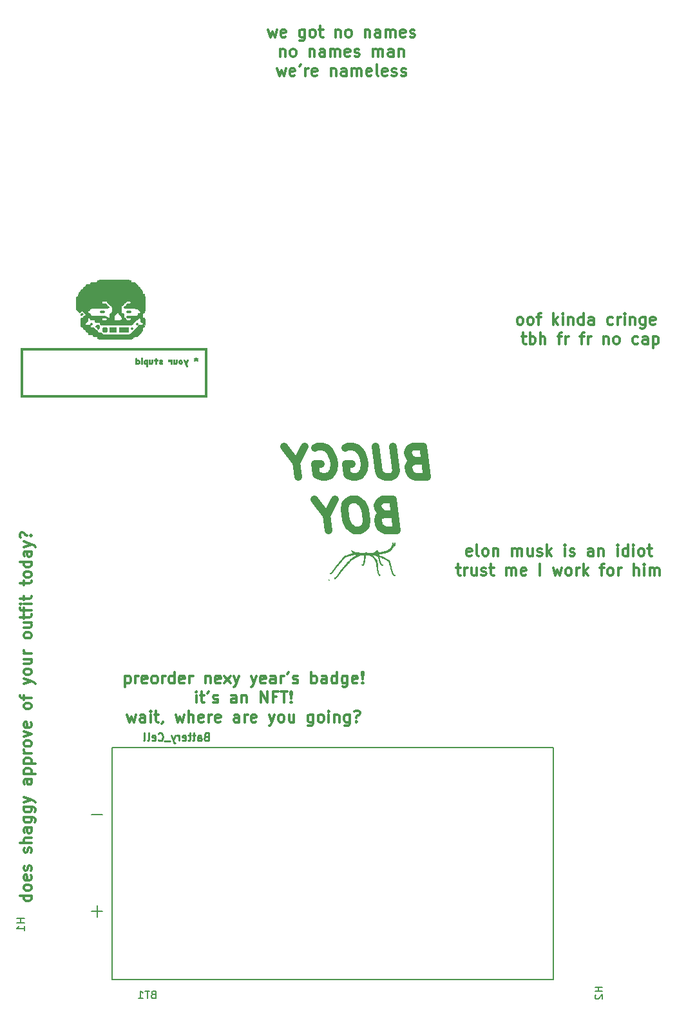
<source format=gbo>
G04 #@! TF.GenerationSoftware,KiCad,Pcbnew,5.1.9+dfsg1-1*
G04 #@! TF.CreationDate,2022-06-11T23:01:35-07:00*
G04 #@! TF.ProjectId,brains_cn,62726169-6e73-45f6-936e-2e6b69636164,rev?*
G04 #@! TF.SameCoordinates,Original*
G04 #@! TF.FileFunction,Legend,Bot*
G04 #@! TF.FilePolarity,Positive*
%FSLAX46Y46*%
G04 Gerber Fmt 4.6, Leading zero omitted, Abs format (unit mm)*
G04 Created by KiCad (PCBNEW 5.1.9+dfsg1-1) date 2022-06-11 23:01:35*
%MOMM*%
%LPD*%
G01*
G04 APERTURE LIST*
%ADD10C,0.300000*%
%ADD11C,1.000000*%
%ADD12C,0.010000*%
%ADD13C,0.127000*%
%ADD14C,0.150000*%
%ADD15C,0.250000*%
G04 APERTURE END LIST*
D10*
X107378571Y-147200000D02*
X105878571Y-147200000D01*
X107307142Y-147200000D02*
X107378571Y-147342857D01*
X107378571Y-147628571D01*
X107307142Y-147771428D01*
X107235714Y-147842857D01*
X107092857Y-147914285D01*
X106664285Y-147914285D01*
X106521428Y-147842857D01*
X106450000Y-147771428D01*
X106378571Y-147628571D01*
X106378571Y-147342857D01*
X106450000Y-147200000D01*
X107378571Y-146271428D02*
X107307142Y-146414285D01*
X107235714Y-146485714D01*
X107092857Y-146557142D01*
X106664285Y-146557142D01*
X106521428Y-146485714D01*
X106450000Y-146414285D01*
X106378571Y-146271428D01*
X106378571Y-146057142D01*
X106450000Y-145914285D01*
X106521428Y-145842857D01*
X106664285Y-145771428D01*
X107092857Y-145771428D01*
X107235714Y-145842857D01*
X107307142Y-145914285D01*
X107378571Y-146057142D01*
X107378571Y-146271428D01*
X107307142Y-144557142D02*
X107378571Y-144700000D01*
X107378571Y-144985714D01*
X107307142Y-145128571D01*
X107164285Y-145200000D01*
X106592857Y-145200000D01*
X106450000Y-145128571D01*
X106378571Y-144985714D01*
X106378571Y-144700000D01*
X106450000Y-144557142D01*
X106592857Y-144485714D01*
X106735714Y-144485714D01*
X106878571Y-145200000D01*
X107307142Y-143914285D02*
X107378571Y-143771428D01*
X107378571Y-143485714D01*
X107307142Y-143342857D01*
X107164285Y-143271428D01*
X107092857Y-143271428D01*
X106950000Y-143342857D01*
X106878571Y-143485714D01*
X106878571Y-143700000D01*
X106807142Y-143842857D01*
X106664285Y-143914285D01*
X106592857Y-143914285D01*
X106450000Y-143842857D01*
X106378571Y-143700000D01*
X106378571Y-143485714D01*
X106450000Y-143342857D01*
X107307142Y-141557142D02*
X107378571Y-141414285D01*
X107378571Y-141128571D01*
X107307142Y-140985714D01*
X107164285Y-140914285D01*
X107092857Y-140914285D01*
X106950000Y-140985714D01*
X106878571Y-141128571D01*
X106878571Y-141342857D01*
X106807142Y-141485714D01*
X106664285Y-141557142D01*
X106592857Y-141557142D01*
X106450000Y-141485714D01*
X106378571Y-141342857D01*
X106378571Y-141128571D01*
X106450000Y-140985714D01*
X107378571Y-140271428D02*
X105878571Y-140271428D01*
X107378571Y-139628571D02*
X106592857Y-139628571D01*
X106450000Y-139700000D01*
X106378571Y-139842857D01*
X106378571Y-140057142D01*
X106450000Y-140200000D01*
X106521428Y-140271428D01*
X107378571Y-138271428D02*
X106592857Y-138271428D01*
X106450000Y-138342857D01*
X106378571Y-138485714D01*
X106378571Y-138771428D01*
X106450000Y-138914285D01*
X107307142Y-138271428D02*
X107378571Y-138414285D01*
X107378571Y-138771428D01*
X107307142Y-138914285D01*
X107164285Y-138985714D01*
X107021428Y-138985714D01*
X106878571Y-138914285D01*
X106807142Y-138771428D01*
X106807142Y-138414285D01*
X106735714Y-138271428D01*
X106378571Y-136914285D02*
X107592857Y-136914285D01*
X107735714Y-136985714D01*
X107807142Y-137057142D01*
X107878571Y-137200000D01*
X107878571Y-137414285D01*
X107807142Y-137557142D01*
X107307142Y-136914285D02*
X107378571Y-137057142D01*
X107378571Y-137342857D01*
X107307142Y-137485714D01*
X107235714Y-137557142D01*
X107092857Y-137628571D01*
X106664285Y-137628571D01*
X106521428Y-137557142D01*
X106450000Y-137485714D01*
X106378571Y-137342857D01*
X106378571Y-137057142D01*
X106450000Y-136914285D01*
X106378571Y-135557142D02*
X107592857Y-135557142D01*
X107735714Y-135628571D01*
X107807142Y-135700000D01*
X107878571Y-135842857D01*
X107878571Y-136057142D01*
X107807142Y-136200000D01*
X107307142Y-135557142D02*
X107378571Y-135700000D01*
X107378571Y-135985714D01*
X107307142Y-136128571D01*
X107235714Y-136200000D01*
X107092857Y-136271428D01*
X106664285Y-136271428D01*
X106521428Y-136200000D01*
X106450000Y-136128571D01*
X106378571Y-135985714D01*
X106378571Y-135700000D01*
X106450000Y-135557142D01*
X106378571Y-134985714D02*
X107378571Y-134628571D01*
X106378571Y-134271428D02*
X107378571Y-134628571D01*
X107735714Y-134771428D01*
X107807142Y-134842857D01*
X107878571Y-134985714D01*
X107378571Y-131914285D02*
X106592857Y-131914285D01*
X106450000Y-131985714D01*
X106378571Y-132128571D01*
X106378571Y-132414285D01*
X106450000Y-132557142D01*
X107307142Y-131914285D02*
X107378571Y-132057142D01*
X107378571Y-132414285D01*
X107307142Y-132557142D01*
X107164285Y-132628571D01*
X107021428Y-132628571D01*
X106878571Y-132557142D01*
X106807142Y-132414285D01*
X106807142Y-132057142D01*
X106735714Y-131914285D01*
X106378571Y-131200000D02*
X107878571Y-131200000D01*
X106450000Y-131200000D02*
X106378571Y-131057142D01*
X106378571Y-130771428D01*
X106450000Y-130628571D01*
X106521428Y-130557142D01*
X106664285Y-130485714D01*
X107092857Y-130485714D01*
X107235714Y-130557142D01*
X107307142Y-130628571D01*
X107378571Y-130771428D01*
X107378571Y-131057142D01*
X107307142Y-131200000D01*
X106378571Y-129842857D02*
X107878571Y-129842857D01*
X106450000Y-129842857D02*
X106378571Y-129700000D01*
X106378571Y-129414285D01*
X106450000Y-129271428D01*
X106521428Y-129200000D01*
X106664285Y-129128571D01*
X107092857Y-129128571D01*
X107235714Y-129200000D01*
X107307142Y-129271428D01*
X107378571Y-129414285D01*
X107378571Y-129700000D01*
X107307142Y-129842857D01*
X107378571Y-128485714D02*
X106378571Y-128485714D01*
X106664285Y-128485714D02*
X106521428Y-128414285D01*
X106450000Y-128342857D01*
X106378571Y-128200000D01*
X106378571Y-128057142D01*
X107378571Y-127342857D02*
X107307142Y-127485714D01*
X107235714Y-127557142D01*
X107092857Y-127628571D01*
X106664285Y-127628571D01*
X106521428Y-127557142D01*
X106450000Y-127485714D01*
X106378571Y-127342857D01*
X106378571Y-127128571D01*
X106450000Y-126985714D01*
X106521428Y-126914285D01*
X106664285Y-126842857D01*
X107092857Y-126842857D01*
X107235714Y-126914285D01*
X107307142Y-126985714D01*
X107378571Y-127128571D01*
X107378571Y-127342857D01*
X106378571Y-126342857D02*
X107378571Y-125985714D01*
X106378571Y-125628571D01*
X107307142Y-124485714D02*
X107378571Y-124628571D01*
X107378571Y-124914285D01*
X107307142Y-125057142D01*
X107164285Y-125128571D01*
X106592857Y-125128571D01*
X106450000Y-125057142D01*
X106378571Y-124914285D01*
X106378571Y-124628571D01*
X106450000Y-124485714D01*
X106592857Y-124414285D01*
X106735714Y-124414285D01*
X106878571Y-125128571D01*
X107378571Y-122414285D02*
X107307142Y-122557142D01*
X107235714Y-122628571D01*
X107092857Y-122700000D01*
X106664285Y-122700000D01*
X106521428Y-122628571D01*
X106450000Y-122557142D01*
X106378571Y-122414285D01*
X106378571Y-122200000D01*
X106450000Y-122057142D01*
X106521428Y-121985714D01*
X106664285Y-121914285D01*
X107092857Y-121914285D01*
X107235714Y-121985714D01*
X107307142Y-122057142D01*
X107378571Y-122200000D01*
X107378571Y-122414285D01*
X106378571Y-121485714D02*
X106378571Y-120914285D01*
X107378571Y-121271428D02*
X106092857Y-121271428D01*
X105950000Y-121200000D01*
X105878571Y-121057142D01*
X105878571Y-120914285D01*
X106378571Y-119414285D02*
X107378571Y-119057142D01*
X106378571Y-118700000D02*
X107378571Y-119057142D01*
X107735714Y-119200000D01*
X107807142Y-119271428D01*
X107878571Y-119414285D01*
X107378571Y-117914285D02*
X107307142Y-118057142D01*
X107235714Y-118128571D01*
X107092857Y-118200000D01*
X106664285Y-118200000D01*
X106521428Y-118128571D01*
X106450000Y-118057142D01*
X106378571Y-117914285D01*
X106378571Y-117700000D01*
X106450000Y-117557142D01*
X106521428Y-117485714D01*
X106664285Y-117414285D01*
X107092857Y-117414285D01*
X107235714Y-117485714D01*
X107307142Y-117557142D01*
X107378571Y-117700000D01*
X107378571Y-117914285D01*
X106378571Y-116128571D02*
X107378571Y-116128571D01*
X106378571Y-116771428D02*
X107164285Y-116771428D01*
X107307142Y-116700000D01*
X107378571Y-116557142D01*
X107378571Y-116342857D01*
X107307142Y-116200000D01*
X107235714Y-116128571D01*
X107378571Y-115414285D02*
X106378571Y-115414285D01*
X106664285Y-115414285D02*
X106521428Y-115342857D01*
X106450000Y-115271428D01*
X106378571Y-115128571D01*
X106378571Y-114985714D01*
X107378571Y-113128571D02*
X107307142Y-113271428D01*
X107235714Y-113342857D01*
X107092857Y-113414285D01*
X106664285Y-113414285D01*
X106521428Y-113342857D01*
X106450000Y-113271428D01*
X106378571Y-113128571D01*
X106378571Y-112914285D01*
X106450000Y-112771428D01*
X106521428Y-112700000D01*
X106664285Y-112628571D01*
X107092857Y-112628571D01*
X107235714Y-112700000D01*
X107307142Y-112771428D01*
X107378571Y-112914285D01*
X107378571Y-113128571D01*
X106378571Y-111342857D02*
X107378571Y-111342857D01*
X106378571Y-111985714D02*
X107164285Y-111985714D01*
X107307142Y-111914285D01*
X107378571Y-111771428D01*
X107378571Y-111557142D01*
X107307142Y-111414285D01*
X107235714Y-111342857D01*
X106378571Y-110842857D02*
X106378571Y-110271428D01*
X105878571Y-110628571D02*
X107164285Y-110628571D01*
X107307142Y-110557142D01*
X107378571Y-110414285D01*
X107378571Y-110271428D01*
X106378571Y-109985714D02*
X106378571Y-109414285D01*
X107378571Y-109771428D02*
X106092857Y-109771428D01*
X105950000Y-109700000D01*
X105878571Y-109557142D01*
X105878571Y-109414285D01*
X107378571Y-108914285D02*
X106378571Y-108914285D01*
X105878571Y-108914285D02*
X105950000Y-108985714D01*
X106021428Y-108914285D01*
X105950000Y-108842857D01*
X105878571Y-108914285D01*
X106021428Y-108914285D01*
X106378571Y-108414285D02*
X106378571Y-107842857D01*
X105878571Y-108200000D02*
X107164285Y-108200000D01*
X107307142Y-108128571D01*
X107378571Y-107985714D01*
X107378571Y-107842857D01*
X106378571Y-106414285D02*
X106378571Y-105842857D01*
X105878571Y-106200000D02*
X107164285Y-106200000D01*
X107307142Y-106128571D01*
X107378571Y-105985714D01*
X107378571Y-105842857D01*
X107378571Y-105128571D02*
X107307142Y-105271428D01*
X107235714Y-105342857D01*
X107092857Y-105414285D01*
X106664285Y-105414285D01*
X106521428Y-105342857D01*
X106450000Y-105271428D01*
X106378571Y-105128571D01*
X106378571Y-104914285D01*
X106450000Y-104771428D01*
X106521428Y-104700000D01*
X106664285Y-104628571D01*
X107092857Y-104628571D01*
X107235714Y-104700000D01*
X107307142Y-104771428D01*
X107378571Y-104914285D01*
X107378571Y-105128571D01*
X107378571Y-103342857D02*
X105878571Y-103342857D01*
X107307142Y-103342857D02*
X107378571Y-103485714D01*
X107378571Y-103771428D01*
X107307142Y-103914285D01*
X107235714Y-103985714D01*
X107092857Y-104057142D01*
X106664285Y-104057142D01*
X106521428Y-103985714D01*
X106450000Y-103914285D01*
X106378571Y-103771428D01*
X106378571Y-103485714D01*
X106450000Y-103342857D01*
X107378571Y-101985714D02*
X106592857Y-101985714D01*
X106450000Y-102057142D01*
X106378571Y-102200000D01*
X106378571Y-102485714D01*
X106450000Y-102628571D01*
X107307142Y-101985714D02*
X107378571Y-102128571D01*
X107378571Y-102485714D01*
X107307142Y-102628571D01*
X107164285Y-102700000D01*
X107021428Y-102700000D01*
X106878571Y-102628571D01*
X106807142Y-102485714D01*
X106807142Y-102128571D01*
X106735714Y-101985714D01*
X106378571Y-101414285D02*
X107378571Y-101057142D01*
X106378571Y-100700000D02*
X107378571Y-101057142D01*
X107735714Y-101200000D01*
X107807142Y-101271428D01*
X107878571Y-101414285D01*
X107235714Y-99914285D02*
X107307142Y-99842857D01*
X107378571Y-99914285D01*
X107307142Y-99985714D01*
X107235714Y-99914285D01*
X107378571Y-99914285D01*
X105950000Y-100200000D02*
X105878571Y-100057142D01*
X105878571Y-99700000D01*
X105950000Y-99557142D01*
X106092857Y-99485714D01*
X106235714Y-99485714D01*
X106378571Y-99557142D01*
X106450000Y-99628571D01*
X106521428Y-99771428D01*
X106592857Y-99842857D01*
X106735714Y-99914285D01*
X106807142Y-99914285D01*
X138521428Y-33428571D02*
X138807142Y-34428571D01*
X139092857Y-33714285D01*
X139378571Y-34428571D01*
X139664285Y-33428571D01*
X140807142Y-34357142D02*
X140664285Y-34428571D01*
X140378571Y-34428571D01*
X140235714Y-34357142D01*
X140164285Y-34214285D01*
X140164285Y-33642857D01*
X140235714Y-33500000D01*
X140378571Y-33428571D01*
X140664285Y-33428571D01*
X140807142Y-33500000D01*
X140878571Y-33642857D01*
X140878571Y-33785714D01*
X140164285Y-33928571D01*
X143307142Y-33428571D02*
X143307142Y-34642857D01*
X143235714Y-34785714D01*
X143164285Y-34857142D01*
X143021428Y-34928571D01*
X142807142Y-34928571D01*
X142664285Y-34857142D01*
X143307142Y-34357142D02*
X143164285Y-34428571D01*
X142878571Y-34428571D01*
X142735714Y-34357142D01*
X142664285Y-34285714D01*
X142592857Y-34142857D01*
X142592857Y-33714285D01*
X142664285Y-33571428D01*
X142735714Y-33500000D01*
X142878571Y-33428571D01*
X143164285Y-33428571D01*
X143307142Y-33500000D01*
X144235714Y-34428571D02*
X144092857Y-34357142D01*
X144021428Y-34285714D01*
X143950000Y-34142857D01*
X143950000Y-33714285D01*
X144021428Y-33571428D01*
X144092857Y-33500000D01*
X144235714Y-33428571D01*
X144450000Y-33428571D01*
X144592857Y-33500000D01*
X144664285Y-33571428D01*
X144735714Y-33714285D01*
X144735714Y-34142857D01*
X144664285Y-34285714D01*
X144592857Y-34357142D01*
X144450000Y-34428571D01*
X144235714Y-34428571D01*
X145164285Y-33428571D02*
X145735714Y-33428571D01*
X145378571Y-32928571D02*
X145378571Y-34214285D01*
X145450000Y-34357142D01*
X145592857Y-34428571D01*
X145735714Y-34428571D01*
X147378571Y-33428571D02*
X147378571Y-34428571D01*
X147378571Y-33571428D02*
X147450000Y-33500000D01*
X147592857Y-33428571D01*
X147807142Y-33428571D01*
X147950000Y-33500000D01*
X148021428Y-33642857D01*
X148021428Y-34428571D01*
X148950000Y-34428571D02*
X148807142Y-34357142D01*
X148735714Y-34285714D01*
X148664285Y-34142857D01*
X148664285Y-33714285D01*
X148735714Y-33571428D01*
X148807142Y-33500000D01*
X148950000Y-33428571D01*
X149164285Y-33428571D01*
X149307142Y-33500000D01*
X149378571Y-33571428D01*
X149450000Y-33714285D01*
X149450000Y-34142857D01*
X149378571Y-34285714D01*
X149307142Y-34357142D01*
X149164285Y-34428571D01*
X148950000Y-34428571D01*
X151235714Y-33428571D02*
X151235714Y-34428571D01*
X151235714Y-33571428D02*
X151307142Y-33500000D01*
X151450000Y-33428571D01*
X151664285Y-33428571D01*
X151807142Y-33500000D01*
X151878571Y-33642857D01*
X151878571Y-34428571D01*
X153235714Y-34428571D02*
X153235714Y-33642857D01*
X153164285Y-33500000D01*
X153021428Y-33428571D01*
X152735714Y-33428571D01*
X152592857Y-33500000D01*
X153235714Y-34357142D02*
X153092857Y-34428571D01*
X152735714Y-34428571D01*
X152592857Y-34357142D01*
X152521428Y-34214285D01*
X152521428Y-34071428D01*
X152592857Y-33928571D01*
X152735714Y-33857142D01*
X153092857Y-33857142D01*
X153235714Y-33785714D01*
X153950000Y-34428571D02*
X153950000Y-33428571D01*
X153950000Y-33571428D02*
X154021428Y-33500000D01*
X154164285Y-33428571D01*
X154378571Y-33428571D01*
X154521428Y-33500000D01*
X154592857Y-33642857D01*
X154592857Y-34428571D01*
X154592857Y-33642857D02*
X154664285Y-33500000D01*
X154807142Y-33428571D01*
X155021428Y-33428571D01*
X155164285Y-33500000D01*
X155235714Y-33642857D01*
X155235714Y-34428571D01*
X156521428Y-34357142D02*
X156378571Y-34428571D01*
X156092857Y-34428571D01*
X155950000Y-34357142D01*
X155878571Y-34214285D01*
X155878571Y-33642857D01*
X155950000Y-33500000D01*
X156092857Y-33428571D01*
X156378571Y-33428571D01*
X156521428Y-33500000D01*
X156592857Y-33642857D01*
X156592857Y-33785714D01*
X155878571Y-33928571D01*
X157164285Y-34357142D02*
X157307142Y-34428571D01*
X157592857Y-34428571D01*
X157735714Y-34357142D01*
X157807142Y-34214285D01*
X157807142Y-34142857D01*
X157735714Y-34000000D01*
X157592857Y-33928571D01*
X157378571Y-33928571D01*
X157235714Y-33857142D01*
X157164285Y-33714285D01*
X157164285Y-33642857D01*
X157235714Y-33500000D01*
X157378571Y-33428571D01*
X157592857Y-33428571D01*
X157735714Y-33500000D01*
X140092857Y-35978571D02*
X140092857Y-36978571D01*
X140092857Y-36121428D02*
X140164285Y-36050000D01*
X140307142Y-35978571D01*
X140521428Y-35978571D01*
X140664285Y-36050000D01*
X140735714Y-36192857D01*
X140735714Y-36978571D01*
X141664285Y-36978571D02*
X141521428Y-36907142D01*
X141450000Y-36835714D01*
X141378571Y-36692857D01*
X141378571Y-36264285D01*
X141450000Y-36121428D01*
X141521428Y-36050000D01*
X141664285Y-35978571D01*
X141878571Y-35978571D01*
X142021428Y-36050000D01*
X142092857Y-36121428D01*
X142164285Y-36264285D01*
X142164285Y-36692857D01*
X142092857Y-36835714D01*
X142021428Y-36907142D01*
X141878571Y-36978571D01*
X141664285Y-36978571D01*
X143950000Y-35978571D02*
X143950000Y-36978571D01*
X143950000Y-36121428D02*
X144021428Y-36050000D01*
X144164285Y-35978571D01*
X144378571Y-35978571D01*
X144521428Y-36050000D01*
X144592857Y-36192857D01*
X144592857Y-36978571D01*
X145950000Y-36978571D02*
X145950000Y-36192857D01*
X145878571Y-36050000D01*
X145735714Y-35978571D01*
X145450000Y-35978571D01*
X145307142Y-36050000D01*
X145950000Y-36907142D02*
X145807142Y-36978571D01*
X145450000Y-36978571D01*
X145307142Y-36907142D01*
X145235714Y-36764285D01*
X145235714Y-36621428D01*
X145307142Y-36478571D01*
X145450000Y-36407142D01*
X145807142Y-36407142D01*
X145950000Y-36335714D01*
X146664285Y-36978571D02*
X146664285Y-35978571D01*
X146664285Y-36121428D02*
X146735714Y-36050000D01*
X146878571Y-35978571D01*
X147092857Y-35978571D01*
X147235714Y-36050000D01*
X147307142Y-36192857D01*
X147307142Y-36978571D01*
X147307142Y-36192857D02*
X147378571Y-36050000D01*
X147521428Y-35978571D01*
X147735714Y-35978571D01*
X147878571Y-36050000D01*
X147950000Y-36192857D01*
X147950000Y-36978571D01*
X149235714Y-36907142D02*
X149092857Y-36978571D01*
X148807142Y-36978571D01*
X148664285Y-36907142D01*
X148592857Y-36764285D01*
X148592857Y-36192857D01*
X148664285Y-36050000D01*
X148807142Y-35978571D01*
X149092857Y-35978571D01*
X149235714Y-36050000D01*
X149307142Y-36192857D01*
X149307142Y-36335714D01*
X148592857Y-36478571D01*
X149878571Y-36907142D02*
X150021428Y-36978571D01*
X150307142Y-36978571D01*
X150450000Y-36907142D01*
X150521428Y-36764285D01*
X150521428Y-36692857D01*
X150450000Y-36550000D01*
X150307142Y-36478571D01*
X150092857Y-36478571D01*
X149950000Y-36407142D01*
X149878571Y-36264285D01*
X149878571Y-36192857D01*
X149950000Y-36050000D01*
X150092857Y-35978571D01*
X150307142Y-35978571D01*
X150450000Y-36050000D01*
X152307142Y-36978571D02*
X152307142Y-35978571D01*
X152307142Y-36121428D02*
X152378571Y-36050000D01*
X152521428Y-35978571D01*
X152735714Y-35978571D01*
X152878571Y-36050000D01*
X152950000Y-36192857D01*
X152950000Y-36978571D01*
X152950000Y-36192857D02*
X153021428Y-36050000D01*
X153164285Y-35978571D01*
X153378571Y-35978571D01*
X153521428Y-36050000D01*
X153592857Y-36192857D01*
X153592857Y-36978571D01*
X154950000Y-36978571D02*
X154950000Y-36192857D01*
X154878571Y-36050000D01*
X154735714Y-35978571D01*
X154450000Y-35978571D01*
X154307142Y-36050000D01*
X154950000Y-36907142D02*
X154807142Y-36978571D01*
X154450000Y-36978571D01*
X154307142Y-36907142D01*
X154235714Y-36764285D01*
X154235714Y-36621428D01*
X154307142Y-36478571D01*
X154450000Y-36407142D01*
X154807142Y-36407142D01*
X154950000Y-36335714D01*
X155664285Y-35978571D02*
X155664285Y-36978571D01*
X155664285Y-36121428D02*
X155735714Y-36050000D01*
X155878571Y-35978571D01*
X156092857Y-35978571D01*
X156235714Y-36050000D01*
X156307142Y-36192857D01*
X156307142Y-36978571D01*
X139700000Y-38528571D02*
X139985714Y-39528571D01*
X140271428Y-38814285D01*
X140557142Y-39528571D01*
X140842857Y-38528571D01*
X141985714Y-39457142D02*
X141842857Y-39528571D01*
X141557142Y-39528571D01*
X141414285Y-39457142D01*
X141342857Y-39314285D01*
X141342857Y-38742857D01*
X141414285Y-38600000D01*
X141557142Y-38528571D01*
X141842857Y-38528571D01*
X141985714Y-38600000D01*
X142057142Y-38742857D01*
X142057142Y-38885714D01*
X141342857Y-39028571D01*
X142771428Y-38028571D02*
X142628571Y-38314285D01*
X143414285Y-39528571D02*
X143414285Y-38528571D01*
X143414285Y-38814285D02*
X143485714Y-38671428D01*
X143557142Y-38600000D01*
X143700000Y-38528571D01*
X143842857Y-38528571D01*
X144914285Y-39457142D02*
X144771428Y-39528571D01*
X144485714Y-39528571D01*
X144342857Y-39457142D01*
X144271428Y-39314285D01*
X144271428Y-38742857D01*
X144342857Y-38600000D01*
X144485714Y-38528571D01*
X144771428Y-38528571D01*
X144914285Y-38600000D01*
X144985714Y-38742857D01*
X144985714Y-38885714D01*
X144271428Y-39028571D01*
X146771428Y-38528571D02*
X146771428Y-39528571D01*
X146771428Y-38671428D02*
X146842857Y-38600000D01*
X146985714Y-38528571D01*
X147200000Y-38528571D01*
X147342857Y-38600000D01*
X147414285Y-38742857D01*
X147414285Y-39528571D01*
X148771428Y-39528571D02*
X148771428Y-38742857D01*
X148700000Y-38600000D01*
X148557142Y-38528571D01*
X148271428Y-38528571D01*
X148128571Y-38600000D01*
X148771428Y-39457142D02*
X148628571Y-39528571D01*
X148271428Y-39528571D01*
X148128571Y-39457142D01*
X148057142Y-39314285D01*
X148057142Y-39171428D01*
X148128571Y-39028571D01*
X148271428Y-38957142D01*
X148628571Y-38957142D01*
X148771428Y-38885714D01*
X149485714Y-39528571D02*
X149485714Y-38528571D01*
X149485714Y-38671428D02*
X149557142Y-38600000D01*
X149700000Y-38528571D01*
X149914285Y-38528571D01*
X150057142Y-38600000D01*
X150128571Y-38742857D01*
X150128571Y-39528571D01*
X150128571Y-38742857D02*
X150200000Y-38600000D01*
X150342857Y-38528571D01*
X150557142Y-38528571D01*
X150700000Y-38600000D01*
X150771428Y-38742857D01*
X150771428Y-39528571D01*
X152057142Y-39457142D02*
X151914285Y-39528571D01*
X151628571Y-39528571D01*
X151485714Y-39457142D01*
X151414285Y-39314285D01*
X151414285Y-38742857D01*
X151485714Y-38600000D01*
X151628571Y-38528571D01*
X151914285Y-38528571D01*
X152057142Y-38600000D01*
X152128571Y-38742857D01*
X152128571Y-38885714D01*
X151414285Y-39028571D01*
X152985714Y-39528571D02*
X152842857Y-39457142D01*
X152771428Y-39314285D01*
X152771428Y-38028571D01*
X154128571Y-39457142D02*
X153985714Y-39528571D01*
X153700000Y-39528571D01*
X153557142Y-39457142D01*
X153485714Y-39314285D01*
X153485714Y-38742857D01*
X153557142Y-38600000D01*
X153700000Y-38528571D01*
X153985714Y-38528571D01*
X154128571Y-38600000D01*
X154200000Y-38742857D01*
X154200000Y-38885714D01*
X153485714Y-39028571D01*
X154771428Y-39457142D02*
X154914285Y-39528571D01*
X155200000Y-39528571D01*
X155342857Y-39457142D01*
X155414285Y-39314285D01*
X155414285Y-39242857D01*
X155342857Y-39100000D01*
X155200000Y-39028571D01*
X154985714Y-39028571D01*
X154842857Y-38957142D01*
X154771428Y-38814285D01*
X154771428Y-38742857D01*
X154842857Y-38600000D01*
X154985714Y-38528571D01*
X155200000Y-38528571D01*
X155342857Y-38600000D01*
X155985714Y-39457142D02*
X156128571Y-39528571D01*
X156414285Y-39528571D01*
X156557142Y-39457142D01*
X156628571Y-39314285D01*
X156628571Y-39242857D01*
X156557142Y-39100000D01*
X156414285Y-39028571D01*
X156200000Y-39028571D01*
X156057142Y-38957142D01*
X155985714Y-38814285D01*
X155985714Y-38742857D01*
X156057142Y-38600000D01*
X156200000Y-38528571D01*
X156414285Y-38528571D01*
X156557142Y-38600000D01*
X119692857Y-118328571D02*
X119692857Y-119828571D01*
X119692857Y-118400000D02*
X119835714Y-118328571D01*
X120121428Y-118328571D01*
X120264285Y-118400000D01*
X120335714Y-118471428D01*
X120407142Y-118614285D01*
X120407142Y-119042857D01*
X120335714Y-119185714D01*
X120264285Y-119257142D01*
X120121428Y-119328571D01*
X119835714Y-119328571D01*
X119692857Y-119257142D01*
X121050000Y-119328571D02*
X121050000Y-118328571D01*
X121050000Y-118614285D02*
X121121428Y-118471428D01*
X121192857Y-118400000D01*
X121335714Y-118328571D01*
X121478571Y-118328571D01*
X122550000Y-119257142D02*
X122407142Y-119328571D01*
X122121428Y-119328571D01*
X121978571Y-119257142D01*
X121907142Y-119114285D01*
X121907142Y-118542857D01*
X121978571Y-118400000D01*
X122121428Y-118328571D01*
X122407142Y-118328571D01*
X122550000Y-118400000D01*
X122621428Y-118542857D01*
X122621428Y-118685714D01*
X121907142Y-118828571D01*
X123478571Y-119328571D02*
X123335714Y-119257142D01*
X123264285Y-119185714D01*
X123192857Y-119042857D01*
X123192857Y-118614285D01*
X123264285Y-118471428D01*
X123335714Y-118400000D01*
X123478571Y-118328571D01*
X123692857Y-118328571D01*
X123835714Y-118400000D01*
X123907142Y-118471428D01*
X123978571Y-118614285D01*
X123978571Y-119042857D01*
X123907142Y-119185714D01*
X123835714Y-119257142D01*
X123692857Y-119328571D01*
X123478571Y-119328571D01*
X124621428Y-119328571D02*
X124621428Y-118328571D01*
X124621428Y-118614285D02*
X124692857Y-118471428D01*
X124764285Y-118400000D01*
X124907142Y-118328571D01*
X125050000Y-118328571D01*
X126192857Y-119328571D02*
X126192857Y-117828571D01*
X126192857Y-119257142D02*
X126050000Y-119328571D01*
X125764285Y-119328571D01*
X125621428Y-119257142D01*
X125550000Y-119185714D01*
X125478571Y-119042857D01*
X125478571Y-118614285D01*
X125550000Y-118471428D01*
X125621428Y-118400000D01*
X125764285Y-118328571D01*
X126050000Y-118328571D01*
X126192857Y-118400000D01*
X127478571Y-119257142D02*
X127335714Y-119328571D01*
X127050000Y-119328571D01*
X126907142Y-119257142D01*
X126835714Y-119114285D01*
X126835714Y-118542857D01*
X126907142Y-118400000D01*
X127050000Y-118328571D01*
X127335714Y-118328571D01*
X127478571Y-118400000D01*
X127550000Y-118542857D01*
X127550000Y-118685714D01*
X126835714Y-118828571D01*
X128192857Y-119328571D02*
X128192857Y-118328571D01*
X128192857Y-118614285D02*
X128264285Y-118471428D01*
X128335714Y-118400000D01*
X128478571Y-118328571D01*
X128621428Y-118328571D01*
X130264285Y-118328571D02*
X130264285Y-119328571D01*
X130264285Y-118471428D02*
X130335714Y-118400000D01*
X130478571Y-118328571D01*
X130692857Y-118328571D01*
X130835714Y-118400000D01*
X130907142Y-118542857D01*
X130907142Y-119328571D01*
X132192857Y-119257142D02*
X132050000Y-119328571D01*
X131764285Y-119328571D01*
X131621428Y-119257142D01*
X131550000Y-119114285D01*
X131550000Y-118542857D01*
X131621428Y-118400000D01*
X131764285Y-118328571D01*
X132050000Y-118328571D01*
X132192857Y-118400000D01*
X132264285Y-118542857D01*
X132264285Y-118685714D01*
X131550000Y-118828571D01*
X132764285Y-119328571D02*
X133550000Y-118328571D01*
X132764285Y-118328571D02*
X133550000Y-119328571D01*
X133978571Y-118328571D02*
X134335714Y-119328571D01*
X134692857Y-118328571D02*
X134335714Y-119328571D01*
X134192857Y-119685714D01*
X134121428Y-119757142D01*
X133978571Y-119828571D01*
X136264285Y-118328571D02*
X136621428Y-119328571D01*
X136978571Y-118328571D02*
X136621428Y-119328571D01*
X136478571Y-119685714D01*
X136407142Y-119757142D01*
X136264285Y-119828571D01*
X138121428Y-119257142D02*
X137978571Y-119328571D01*
X137692857Y-119328571D01*
X137550000Y-119257142D01*
X137478571Y-119114285D01*
X137478571Y-118542857D01*
X137550000Y-118400000D01*
X137692857Y-118328571D01*
X137978571Y-118328571D01*
X138121428Y-118400000D01*
X138192857Y-118542857D01*
X138192857Y-118685714D01*
X137478571Y-118828571D01*
X139478571Y-119328571D02*
X139478571Y-118542857D01*
X139407142Y-118400000D01*
X139264285Y-118328571D01*
X138978571Y-118328571D01*
X138835714Y-118400000D01*
X139478571Y-119257142D02*
X139335714Y-119328571D01*
X138978571Y-119328571D01*
X138835714Y-119257142D01*
X138764285Y-119114285D01*
X138764285Y-118971428D01*
X138835714Y-118828571D01*
X138978571Y-118757142D01*
X139335714Y-118757142D01*
X139478571Y-118685714D01*
X140192857Y-119328571D02*
X140192857Y-118328571D01*
X140192857Y-118614285D02*
X140264285Y-118471428D01*
X140335714Y-118400000D01*
X140478571Y-118328571D01*
X140621428Y-118328571D01*
X141192857Y-117828571D02*
X141050000Y-118114285D01*
X141764285Y-119257142D02*
X141907142Y-119328571D01*
X142192857Y-119328571D01*
X142335714Y-119257142D01*
X142407142Y-119114285D01*
X142407142Y-119042857D01*
X142335714Y-118900000D01*
X142192857Y-118828571D01*
X141978571Y-118828571D01*
X141835714Y-118757142D01*
X141764285Y-118614285D01*
X141764285Y-118542857D01*
X141835714Y-118400000D01*
X141978571Y-118328571D01*
X142192857Y-118328571D01*
X142335714Y-118400000D01*
X144192857Y-119328571D02*
X144192857Y-117828571D01*
X144192857Y-118400000D02*
X144335714Y-118328571D01*
X144621428Y-118328571D01*
X144764285Y-118400000D01*
X144835714Y-118471428D01*
X144907142Y-118614285D01*
X144907142Y-119042857D01*
X144835714Y-119185714D01*
X144764285Y-119257142D01*
X144621428Y-119328571D01*
X144335714Y-119328571D01*
X144192857Y-119257142D01*
X146192857Y-119328571D02*
X146192857Y-118542857D01*
X146121428Y-118400000D01*
X145978571Y-118328571D01*
X145692857Y-118328571D01*
X145550000Y-118400000D01*
X146192857Y-119257142D02*
X146050000Y-119328571D01*
X145692857Y-119328571D01*
X145550000Y-119257142D01*
X145478571Y-119114285D01*
X145478571Y-118971428D01*
X145550000Y-118828571D01*
X145692857Y-118757142D01*
X146050000Y-118757142D01*
X146192857Y-118685714D01*
X147550000Y-119328571D02*
X147550000Y-117828571D01*
X147550000Y-119257142D02*
X147407142Y-119328571D01*
X147121428Y-119328571D01*
X146978571Y-119257142D01*
X146907142Y-119185714D01*
X146835714Y-119042857D01*
X146835714Y-118614285D01*
X146907142Y-118471428D01*
X146978571Y-118400000D01*
X147121428Y-118328571D01*
X147407142Y-118328571D01*
X147550000Y-118400000D01*
X148907142Y-118328571D02*
X148907142Y-119542857D01*
X148835714Y-119685714D01*
X148764285Y-119757142D01*
X148621428Y-119828571D01*
X148407142Y-119828571D01*
X148264285Y-119757142D01*
X148907142Y-119257142D02*
X148764285Y-119328571D01*
X148478571Y-119328571D01*
X148335714Y-119257142D01*
X148264285Y-119185714D01*
X148192857Y-119042857D01*
X148192857Y-118614285D01*
X148264285Y-118471428D01*
X148335714Y-118400000D01*
X148478571Y-118328571D01*
X148764285Y-118328571D01*
X148907142Y-118400000D01*
X150192857Y-119257142D02*
X150050000Y-119328571D01*
X149764285Y-119328571D01*
X149621428Y-119257142D01*
X149550000Y-119114285D01*
X149550000Y-118542857D01*
X149621428Y-118400000D01*
X149764285Y-118328571D01*
X150050000Y-118328571D01*
X150192857Y-118400000D01*
X150264285Y-118542857D01*
X150264285Y-118685714D01*
X149550000Y-118828571D01*
X150907142Y-119185714D02*
X150978571Y-119257142D01*
X150907142Y-119328571D01*
X150835714Y-119257142D01*
X150907142Y-119185714D01*
X150907142Y-119328571D01*
X150907142Y-118757142D02*
X150835714Y-117900000D01*
X150907142Y-117828571D01*
X150978571Y-117900000D01*
X150907142Y-118757142D01*
X150907142Y-117828571D01*
X129050000Y-121878571D02*
X129050000Y-120878571D01*
X129050000Y-120378571D02*
X128978571Y-120450000D01*
X129050000Y-120521428D01*
X129121428Y-120450000D01*
X129050000Y-120378571D01*
X129050000Y-120521428D01*
X129550000Y-120878571D02*
X130121428Y-120878571D01*
X129764285Y-120378571D02*
X129764285Y-121664285D01*
X129835714Y-121807142D01*
X129978571Y-121878571D01*
X130121428Y-121878571D01*
X130692857Y-120378571D02*
X130550000Y-120664285D01*
X131264285Y-121807142D02*
X131407142Y-121878571D01*
X131692857Y-121878571D01*
X131835714Y-121807142D01*
X131907142Y-121664285D01*
X131907142Y-121592857D01*
X131835714Y-121450000D01*
X131692857Y-121378571D01*
X131478571Y-121378571D01*
X131335714Y-121307142D01*
X131264285Y-121164285D01*
X131264285Y-121092857D01*
X131335714Y-120950000D01*
X131478571Y-120878571D01*
X131692857Y-120878571D01*
X131835714Y-120950000D01*
X134335714Y-121878571D02*
X134335714Y-121092857D01*
X134264285Y-120950000D01*
X134121428Y-120878571D01*
X133835714Y-120878571D01*
X133692857Y-120950000D01*
X134335714Y-121807142D02*
X134192857Y-121878571D01*
X133835714Y-121878571D01*
X133692857Y-121807142D01*
X133621428Y-121664285D01*
X133621428Y-121521428D01*
X133692857Y-121378571D01*
X133835714Y-121307142D01*
X134192857Y-121307142D01*
X134335714Y-121235714D01*
X135050000Y-120878571D02*
X135050000Y-121878571D01*
X135050000Y-121021428D02*
X135121428Y-120950000D01*
X135264285Y-120878571D01*
X135478571Y-120878571D01*
X135621428Y-120950000D01*
X135692857Y-121092857D01*
X135692857Y-121878571D01*
X137550000Y-121878571D02*
X137550000Y-120378571D01*
X138407142Y-121878571D01*
X138407142Y-120378571D01*
X139621428Y-121092857D02*
X139121428Y-121092857D01*
X139121428Y-121878571D02*
X139121428Y-120378571D01*
X139835714Y-120378571D01*
X140192857Y-120378571D02*
X141050000Y-120378571D01*
X140621428Y-121878571D02*
X140621428Y-120378571D01*
X141550000Y-121735714D02*
X141621428Y-121807142D01*
X141550000Y-121878571D01*
X141478571Y-121807142D01*
X141550000Y-121735714D01*
X141550000Y-121878571D01*
X141550000Y-121307142D02*
X141478571Y-120450000D01*
X141550000Y-120378571D01*
X141621428Y-120450000D01*
X141550000Y-121307142D01*
X141550000Y-120378571D01*
X119978571Y-123428571D02*
X120264285Y-124428571D01*
X120550000Y-123714285D01*
X120835714Y-124428571D01*
X121121428Y-123428571D01*
X122335714Y-124428571D02*
X122335714Y-123642857D01*
X122264285Y-123500000D01*
X122121428Y-123428571D01*
X121835714Y-123428571D01*
X121692857Y-123500000D01*
X122335714Y-124357142D02*
X122192857Y-124428571D01*
X121835714Y-124428571D01*
X121692857Y-124357142D01*
X121621428Y-124214285D01*
X121621428Y-124071428D01*
X121692857Y-123928571D01*
X121835714Y-123857142D01*
X122192857Y-123857142D01*
X122335714Y-123785714D01*
X123050000Y-124428571D02*
X123050000Y-123428571D01*
X123050000Y-122928571D02*
X122978571Y-123000000D01*
X123050000Y-123071428D01*
X123121428Y-123000000D01*
X123050000Y-122928571D01*
X123050000Y-123071428D01*
X123550000Y-123428571D02*
X124121428Y-123428571D01*
X123764285Y-122928571D02*
X123764285Y-124214285D01*
X123835714Y-124357142D01*
X123978571Y-124428571D01*
X124121428Y-124428571D01*
X124692857Y-124357142D02*
X124692857Y-124428571D01*
X124621428Y-124571428D01*
X124550000Y-124642857D01*
X126335714Y-123428571D02*
X126621428Y-124428571D01*
X126907142Y-123714285D01*
X127192857Y-124428571D01*
X127478571Y-123428571D01*
X128050000Y-124428571D02*
X128050000Y-122928571D01*
X128692857Y-124428571D02*
X128692857Y-123642857D01*
X128621428Y-123500000D01*
X128478571Y-123428571D01*
X128264285Y-123428571D01*
X128121428Y-123500000D01*
X128050000Y-123571428D01*
X129978571Y-124357142D02*
X129835714Y-124428571D01*
X129550000Y-124428571D01*
X129407142Y-124357142D01*
X129335714Y-124214285D01*
X129335714Y-123642857D01*
X129407142Y-123500000D01*
X129550000Y-123428571D01*
X129835714Y-123428571D01*
X129978571Y-123500000D01*
X130050000Y-123642857D01*
X130050000Y-123785714D01*
X129335714Y-123928571D01*
X130692857Y-124428571D02*
X130692857Y-123428571D01*
X130692857Y-123714285D02*
X130764285Y-123571428D01*
X130835714Y-123500000D01*
X130978571Y-123428571D01*
X131121428Y-123428571D01*
X132192857Y-124357142D02*
X132050000Y-124428571D01*
X131764285Y-124428571D01*
X131621428Y-124357142D01*
X131550000Y-124214285D01*
X131550000Y-123642857D01*
X131621428Y-123500000D01*
X131764285Y-123428571D01*
X132050000Y-123428571D01*
X132192857Y-123500000D01*
X132264285Y-123642857D01*
X132264285Y-123785714D01*
X131550000Y-123928571D01*
X134692857Y-124428571D02*
X134692857Y-123642857D01*
X134621428Y-123500000D01*
X134478571Y-123428571D01*
X134192857Y-123428571D01*
X134050000Y-123500000D01*
X134692857Y-124357142D02*
X134550000Y-124428571D01*
X134192857Y-124428571D01*
X134050000Y-124357142D01*
X133978571Y-124214285D01*
X133978571Y-124071428D01*
X134050000Y-123928571D01*
X134192857Y-123857142D01*
X134550000Y-123857142D01*
X134692857Y-123785714D01*
X135407142Y-124428571D02*
X135407142Y-123428571D01*
X135407142Y-123714285D02*
X135478571Y-123571428D01*
X135550000Y-123500000D01*
X135692857Y-123428571D01*
X135835714Y-123428571D01*
X136907142Y-124357142D02*
X136764285Y-124428571D01*
X136478571Y-124428571D01*
X136335714Y-124357142D01*
X136264285Y-124214285D01*
X136264285Y-123642857D01*
X136335714Y-123500000D01*
X136478571Y-123428571D01*
X136764285Y-123428571D01*
X136907142Y-123500000D01*
X136978571Y-123642857D01*
X136978571Y-123785714D01*
X136264285Y-123928571D01*
X138621428Y-123428571D02*
X138978571Y-124428571D01*
X139335714Y-123428571D02*
X138978571Y-124428571D01*
X138835714Y-124785714D01*
X138764285Y-124857142D01*
X138621428Y-124928571D01*
X140121428Y-124428571D02*
X139978571Y-124357142D01*
X139907142Y-124285714D01*
X139835714Y-124142857D01*
X139835714Y-123714285D01*
X139907142Y-123571428D01*
X139978571Y-123500000D01*
X140121428Y-123428571D01*
X140335714Y-123428571D01*
X140478571Y-123500000D01*
X140550000Y-123571428D01*
X140621428Y-123714285D01*
X140621428Y-124142857D01*
X140550000Y-124285714D01*
X140478571Y-124357142D01*
X140335714Y-124428571D01*
X140121428Y-124428571D01*
X141907142Y-123428571D02*
X141907142Y-124428571D01*
X141264285Y-123428571D02*
X141264285Y-124214285D01*
X141335714Y-124357142D01*
X141478571Y-124428571D01*
X141692857Y-124428571D01*
X141835714Y-124357142D01*
X141907142Y-124285714D01*
X144407142Y-123428571D02*
X144407142Y-124642857D01*
X144335714Y-124785714D01*
X144264285Y-124857142D01*
X144121428Y-124928571D01*
X143907142Y-124928571D01*
X143764285Y-124857142D01*
X144407142Y-124357142D02*
X144264285Y-124428571D01*
X143978571Y-124428571D01*
X143835714Y-124357142D01*
X143764285Y-124285714D01*
X143692857Y-124142857D01*
X143692857Y-123714285D01*
X143764285Y-123571428D01*
X143835714Y-123500000D01*
X143978571Y-123428571D01*
X144264285Y-123428571D01*
X144407142Y-123500000D01*
X145335714Y-124428571D02*
X145192857Y-124357142D01*
X145121428Y-124285714D01*
X145050000Y-124142857D01*
X145050000Y-123714285D01*
X145121428Y-123571428D01*
X145192857Y-123500000D01*
X145335714Y-123428571D01*
X145550000Y-123428571D01*
X145692857Y-123500000D01*
X145764285Y-123571428D01*
X145835714Y-123714285D01*
X145835714Y-124142857D01*
X145764285Y-124285714D01*
X145692857Y-124357142D01*
X145550000Y-124428571D01*
X145335714Y-124428571D01*
X146478571Y-124428571D02*
X146478571Y-123428571D01*
X146478571Y-122928571D02*
X146407142Y-123000000D01*
X146478571Y-123071428D01*
X146550000Y-123000000D01*
X146478571Y-122928571D01*
X146478571Y-123071428D01*
X147192857Y-123428571D02*
X147192857Y-124428571D01*
X147192857Y-123571428D02*
X147264285Y-123500000D01*
X147407142Y-123428571D01*
X147621428Y-123428571D01*
X147764285Y-123500000D01*
X147835714Y-123642857D01*
X147835714Y-124428571D01*
X149192857Y-123428571D02*
X149192857Y-124642857D01*
X149121428Y-124785714D01*
X149050000Y-124857142D01*
X148907142Y-124928571D01*
X148692857Y-124928571D01*
X148550000Y-124857142D01*
X149192857Y-124357142D02*
X149050000Y-124428571D01*
X148764285Y-124428571D01*
X148621428Y-124357142D01*
X148550000Y-124285714D01*
X148478571Y-124142857D01*
X148478571Y-123714285D01*
X148550000Y-123571428D01*
X148621428Y-123500000D01*
X148764285Y-123428571D01*
X149050000Y-123428571D01*
X149192857Y-123500000D01*
X150121428Y-124285714D02*
X150192857Y-124357142D01*
X150121428Y-124428571D01*
X150050000Y-124357142D01*
X150121428Y-124285714D01*
X150121428Y-124428571D01*
X149835714Y-123000000D02*
X149978571Y-122928571D01*
X150335714Y-122928571D01*
X150478571Y-123000000D01*
X150550000Y-123142857D01*
X150550000Y-123285714D01*
X150478571Y-123428571D01*
X150407142Y-123500000D01*
X150264285Y-123571428D01*
X150192857Y-123642857D01*
X150121428Y-123785714D01*
X150121428Y-123857142D01*
X165235714Y-102532142D02*
X165092857Y-102603571D01*
X164807142Y-102603571D01*
X164664285Y-102532142D01*
X164592857Y-102389285D01*
X164592857Y-101817857D01*
X164664285Y-101675000D01*
X164807142Y-101603571D01*
X165092857Y-101603571D01*
X165235714Y-101675000D01*
X165307142Y-101817857D01*
X165307142Y-101960714D01*
X164592857Y-102103571D01*
X166164285Y-102603571D02*
X166021428Y-102532142D01*
X165950000Y-102389285D01*
X165950000Y-101103571D01*
X166950000Y-102603571D02*
X166807142Y-102532142D01*
X166735714Y-102460714D01*
X166664285Y-102317857D01*
X166664285Y-101889285D01*
X166735714Y-101746428D01*
X166807142Y-101675000D01*
X166950000Y-101603571D01*
X167164285Y-101603571D01*
X167307142Y-101675000D01*
X167378571Y-101746428D01*
X167450000Y-101889285D01*
X167450000Y-102317857D01*
X167378571Y-102460714D01*
X167307142Y-102532142D01*
X167164285Y-102603571D01*
X166950000Y-102603571D01*
X168092857Y-101603571D02*
X168092857Y-102603571D01*
X168092857Y-101746428D02*
X168164285Y-101675000D01*
X168307142Y-101603571D01*
X168521428Y-101603571D01*
X168664285Y-101675000D01*
X168735714Y-101817857D01*
X168735714Y-102603571D01*
X170592857Y-102603571D02*
X170592857Y-101603571D01*
X170592857Y-101746428D02*
X170664285Y-101675000D01*
X170807142Y-101603571D01*
X171021428Y-101603571D01*
X171164285Y-101675000D01*
X171235714Y-101817857D01*
X171235714Y-102603571D01*
X171235714Y-101817857D02*
X171307142Y-101675000D01*
X171450000Y-101603571D01*
X171664285Y-101603571D01*
X171807142Y-101675000D01*
X171878571Y-101817857D01*
X171878571Y-102603571D01*
X173235714Y-101603571D02*
X173235714Y-102603571D01*
X172592857Y-101603571D02*
X172592857Y-102389285D01*
X172664285Y-102532142D01*
X172807142Y-102603571D01*
X173021428Y-102603571D01*
X173164285Y-102532142D01*
X173235714Y-102460714D01*
X173878571Y-102532142D02*
X174021428Y-102603571D01*
X174307142Y-102603571D01*
X174450000Y-102532142D01*
X174521428Y-102389285D01*
X174521428Y-102317857D01*
X174450000Y-102175000D01*
X174307142Y-102103571D01*
X174092857Y-102103571D01*
X173950000Y-102032142D01*
X173878571Y-101889285D01*
X173878571Y-101817857D01*
X173950000Y-101675000D01*
X174092857Y-101603571D01*
X174307142Y-101603571D01*
X174450000Y-101675000D01*
X175164285Y-102603571D02*
X175164285Y-101103571D01*
X175307142Y-102032142D02*
X175735714Y-102603571D01*
X175735714Y-101603571D02*
X175164285Y-102175000D01*
X177521428Y-102603571D02*
X177521428Y-101603571D01*
X177521428Y-101103571D02*
X177450000Y-101175000D01*
X177521428Y-101246428D01*
X177592857Y-101175000D01*
X177521428Y-101103571D01*
X177521428Y-101246428D01*
X178164285Y-102532142D02*
X178307142Y-102603571D01*
X178592857Y-102603571D01*
X178735714Y-102532142D01*
X178807142Y-102389285D01*
X178807142Y-102317857D01*
X178735714Y-102175000D01*
X178592857Y-102103571D01*
X178378571Y-102103571D01*
X178235714Y-102032142D01*
X178164285Y-101889285D01*
X178164285Y-101817857D01*
X178235714Y-101675000D01*
X178378571Y-101603571D01*
X178592857Y-101603571D01*
X178735714Y-101675000D01*
X181235714Y-102603571D02*
X181235714Y-101817857D01*
X181164285Y-101675000D01*
X181021428Y-101603571D01*
X180735714Y-101603571D01*
X180592857Y-101675000D01*
X181235714Y-102532142D02*
X181092857Y-102603571D01*
X180735714Y-102603571D01*
X180592857Y-102532142D01*
X180521428Y-102389285D01*
X180521428Y-102246428D01*
X180592857Y-102103571D01*
X180735714Y-102032142D01*
X181092857Y-102032142D01*
X181235714Y-101960714D01*
X181950000Y-101603571D02*
X181950000Y-102603571D01*
X181950000Y-101746428D02*
X182021428Y-101675000D01*
X182164285Y-101603571D01*
X182378571Y-101603571D01*
X182521428Y-101675000D01*
X182592857Y-101817857D01*
X182592857Y-102603571D01*
X184450000Y-102603571D02*
X184450000Y-101603571D01*
X184450000Y-101103571D02*
X184378571Y-101175000D01*
X184450000Y-101246428D01*
X184521428Y-101175000D01*
X184450000Y-101103571D01*
X184450000Y-101246428D01*
X185807142Y-102603571D02*
X185807142Y-101103571D01*
X185807142Y-102532142D02*
X185664285Y-102603571D01*
X185378571Y-102603571D01*
X185235714Y-102532142D01*
X185164285Y-102460714D01*
X185092857Y-102317857D01*
X185092857Y-101889285D01*
X185164285Y-101746428D01*
X185235714Y-101675000D01*
X185378571Y-101603571D01*
X185664285Y-101603571D01*
X185807142Y-101675000D01*
X186521428Y-102603571D02*
X186521428Y-101603571D01*
X186521428Y-101103571D02*
X186450000Y-101175000D01*
X186521428Y-101246428D01*
X186592857Y-101175000D01*
X186521428Y-101103571D01*
X186521428Y-101246428D01*
X187450000Y-102603571D02*
X187307142Y-102532142D01*
X187235714Y-102460714D01*
X187164285Y-102317857D01*
X187164285Y-101889285D01*
X187235714Y-101746428D01*
X187307142Y-101675000D01*
X187450000Y-101603571D01*
X187664285Y-101603571D01*
X187807142Y-101675000D01*
X187878571Y-101746428D01*
X187950000Y-101889285D01*
X187950000Y-102317857D01*
X187878571Y-102460714D01*
X187807142Y-102532142D01*
X187664285Y-102603571D01*
X187450000Y-102603571D01*
X188378571Y-101603571D02*
X188950000Y-101603571D01*
X188592857Y-101103571D02*
X188592857Y-102389285D01*
X188664285Y-102532142D01*
X188807142Y-102603571D01*
X188950000Y-102603571D01*
X163235714Y-104153571D02*
X163807142Y-104153571D01*
X163450000Y-103653571D02*
X163450000Y-104939285D01*
X163521428Y-105082142D01*
X163664285Y-105153571D01*
X163807142Y-105153571D01*
X164307142Y-105153571D02*
X164307142Y-104153571D01*
X164307142Y-104439285D02*
X164378571Y-104296428D01*
X164450000Y-104225000D01*
X164592857Y-104153571D01*
X164735714Y-104153571D01*
X165878571Y-104153571D02*
X165878571Y-105153571D01*
X165235714Y-104153571D02*
X165235714Y-104939285D01*
X165307142Y-105082142D01*
X165450000Y-105153571D01*
X165664285Y-105153571D01*
X165807142Y-105082142D01*
X165878571Y-105010714D01*
X166521428Y-105082142D02*
X166664285Y-105153571D01*
X166950000Y-105153571D01*
X167092857Y-105082142D01*
X167164285Y-104939285D01*
X167164285Y-104867857D01*
X167092857Y-104725000D01*
X166950000Y-104653571D01*
X166735714Y-104653571D01*
X166592857Y-104582142D01*
X166521428Y-104439285D01*
X166521428Y-104367857D01*
X166592857Y-104225000D01*
X166735714Y-104153571D01*
X166950000Y-104153571D01*
X167092857Y-104225000D01*
X167592857Y-104153571D02*
X168164285Y-104153571D01*
X167807142Y-103653571D02*
X167807142Y-104939285D01*
X167878571Y-105082142D01*
X168021428Y-105153571D01*
X168164285Y-105153571D01*
X169807142Y-105153571D02*
X169807142Y-104153571D01*
X169807142Y-104296428D02*
X169878571Y-104225000D01*
X170021428Y-104153571D01*
X170235714Y-104153571D01*
X170378571Y-104225000D01*
X170450000Y-104367857D01*
X170450000Y-105153571D01*
X170450000Y-104367857D02*
X170521428Y-104225000D01*
X170664285Y-104153571D01*
X170878571Y-104153571D01*
X171021428Y-104225000D01*
X171092857Y-104367857D01*
X171092857Y-105153571D01*
X172378571Y-105082142D02*
X172235714Y-105153571D01*
X171950000Y-105153571D01*
X171807142Y-105082142D01*
X171735714Y-104939285D01*
X171735714Y-104367857D01*
X171807142Y-104225000D01*
X171950000Y-104153571D01*
X172235714Y-104153571D01*
X172378571Y-104225000D01*
X172450000Y-104367857D01*
X172450000Y-104510714D01*
X171735714Y-104653571D01*
X174235714Y-105153571D02*
X174235714Y-103653571D01*
X175950000Y-104153571D02*
X176235714Y-105153571D01*
X176521428Y-104439285D01*
X176807142Y-105153571D01*
X177092857Y-104153571D01*
X177878571Y-105153571D02*
X177735714Y-105082142D01*
X177664285Y-105010714D01*
X177592857Y-104867857D01*
X177592857Y-104439285D01*
X177664285Y-104296428D01*
X177735714Y-104225000D01*
X177878571Y-104153571D01*
X178092857Y-104153571D01*
X178235714Y-104225000D01*
X178307142Y-104296428D01*
X178378571Y-104439285D01*
X178378571Y-104867857D01*
X178307142Y-105010714D01*
X178235714Y-105082142D01*
X178092857Y-105153571D01*
X177878571Y-105153571D01*
X179021428Y-105153571D02*
X179021428Y-104153571D01*
X179021428Y-104439285D02*
X179092857Y-104296428D01*
X179164285Y-104225000D01*
X179307142Y-104153571D01*
X179450000Y-104153571D01*
X179950000Y-105153571D02*
X179950000Y-103653571D01*
X180092857Y-104582142D02*
X180521428Y-105153571D01*
X180521428Y-104153571D02*
X179950000Y-104725000D01*
X182092857Y-104153571D02*
X182664285Y-104153571D01*
X182307142Y-105153571D02*
X182307142Y-103867857D01*
X182378571Y-103725000D01*
X182521428Y-103653571D01*
X182664285Y-103653571D01*
X183378571Y-105153571D02*
X183235714Y-105082142D01*
X183164285Y-105010714D01*
X183092857Y-104867857D01*
X183092857Y-104439285D01*
X183164285Y-104296428D01*
X183235714Y-104225000D01*
X183378571Y-104153571D01*
X183592857Y-104153571D01*
X183735714Y-104225000D01*
X183807142Y-104296428D01*
X183878571Y-104439285D01*
X183878571Y-104867857D01*
X183807142Y-105010714D01*
X183735714Y-105082142D01*
X183592857Y-105153571D01*
X183378571Y-105153571D01*
X184521428Y-105153571D02*
X184521428Y-104153571D01*
X184521428Y-104439285D02*
X184592857Y-104296428D01*
X184664285Y-104225000D01*
X184807142Y-104153571D01*
X184950000Y-104153571D01*
X186592857Y-105153571D02*
X186592857Y-103653571D01*
X187235714Y-105153571D02*
X187235714Y-104367857D01*
X187164285Y-104225000D01*
X187021428Y-104153571D01*
X186807142Y-104153571D01*
X186664285Y-104225000D01*
X186592857Y-104296428D01*
X187950000Y-105153571D02*
X187950000Y-104153571D01*
X187950000Y-103653571D02*
X187878571Y-103725000D01*
X187950000Y-103796428D01*
X188021428Y-103725000D01*
X187950000Y-103653571D01*
X187950000Y-103796428D01*
X188664285Y-105153571D02*
X188664285Y-104153571D01*
X188664285Y-104296428D02*
X188735714Y-104225000D01*
X188878571Y-104153571D01*
X189092857Y-104153571D01*
X189235714Y-104225000D01*
X189307142Y-104367857D01*
X189307142Y-105153571D01*
X189307142Y-104367857D02*
X189378571Y-104225000D01*
X189521428Y-104153571D01*
X189735714Y-104153571D01*
X189878571Y-104225000D01*
X189950000Y-104367857D01*
X189950000Y-105153571D01*
X171507142Y-72203571D02*
X171364285Y-72132142D01*
X171292857Y-72060714D01*
X171221428Y-71917857D01*
X171221428Y-71489285D01*
X171292857Y-71346428D01*
X171364285Y-71275000D01*
X171507142Y-71203571D01*
X171721428Y-71203571D01*
X171864285Y-71275000D01*
X171935714Y-71346428D01*
X172007142Y-71489285D01*
X172007142Y-71917857D01*
X171935714Y-72060714D01*
X171864285Y-72132142D01*
X171721428Y-72203571D01*
X171507142Y-72203571D01*
X172864285Y-72203571D02*
X172721428Y-72132142D01*
X172650000Y-72060714D01*
X172578571Y-71917857D01*
X172578571Y-71489285D01*
X172650000Y-71346428D01*
X172721428Y-71275000D01*
X172864285Y-71203571D01*
X173078571Y-71203571D01*
X173221428Y-71275000D01*
X173292857Y-71346428D01*
X173364285Y-71489285D01*
X173364285Y-71917857D01*
X173292857Y-72060714D01*
X173221428Y-72132142D01*
X173078571Y-72203571D01*
X172864285Y-72203571D01*
X173792857Y-71203571D02*
X174364285Y-71203571D01*
X174007142Y-72203571D02*
X174007142Y-70917857D01*
X174078571Y-70775000D01*
X174221428Y-70703571D01*
X174364285Y-70703571D01*
X176007142Y-72203571D02*
X176007142Y-70703571D01*
X176150000Y-71632142D02*
X176578571Y-72203571D01*
X176578571Y-71203571D02*
X176007142Y-71775000D01*
X177221428Y-72203571D02*
X177221428Y-71203571D01*
X177221428Y-70703571D02*
X177150000Y-70775000D01*
X177221428Y-70846428D01*
X177292857Y-70775000D01*
X177221428Y-70703571D01*
X177221428Y-70846428D01*
X177935714Y-71203571D02*
X177935714Y-72203571D01*
X177935714Y-71346428D02*
X178007142Y-71275000D01*
X178150000Y-71203571D01*
X178364285Y-71203571D01*
X178507142Y-71275000D01*
X178578571Y-71417857D01*
X178578571Y-72203571D01*
X179935714Y-72203571D02*
X179935714Y-70703571D01*
X179935714Y-72132142D02*
X179792857Y-72203571D01*
X179507142Y-72203571D01*
X179364285Y-72132142D01*
X179292857Y-72060714D01*
X179221428Y-71917857D01*
X179221428Y-71489285D01*
X179292857Y-71346428D01*
X179364285Y-71275000D01*
X179507142Y-71203571D01*
X179792857Y-71203571D01*
X179935714Y-71275000D01*
X181292857Y-72203571D02*
X181292857Y-71417857D01*
X181221428Y-71275000D01*
X181078571Y-71203571D01*
X180792857Y-71203571D01*
X180650000Y-71275000D01*
X181292857Y-72132142D02*
X181150000Y-72203571D01*
X180792857Y-72203571D01*
X180650000Y-72132142D01*
X180578571Y-71989285D01*
X180578571Y-71846428D01*
X180650000Y-71703571D01*
X180792857Y-71632142D01*
X181150000Y-71632142D01*
X181292857Y-71560714D01*
X183792857Y-72132142D02*
X183650000Y-72203571D01*
X183364285Y-72203571D01*
X183221428Y-72132142D01*
X183150000Y-72060714D01*
X183078571Y-71917857D01*
X183078571Y-71489285D01*
X183150000Y-71346428D01*
X183221428Y-71275000D01*
X183364285Y-71203571D01*
X183650000Y-71203571D01*
X183792857Y-71275000D01*
X184435714Y-72203571D02*
X184435714Y-71203571D01*
X184435714Y-71489285D02*
X184507142Y-71346428D01*
X184578571Y-71275000D01*
X184721428Y-71203571D01*
X184864285Y-71203571D01*
X185364285Y-72203571D02*
X185364285Y-71203571D01*
X185364285Y-70703571D02*
X185292857Y-70775000D01*
X185364285Y-70846428D01*
X185435714Y-70775000D01*
X185364285Y-70703571D01*
X185364285Y-70846428D01*
X186078571Y-71203571D02*
X186078571Y-72203571D01*
X186078571Y-71346428D02*
X186150000Y-71275000D01*
X186292857Y-71203571D01*
X186507142Y-71203571D01*
X186650000Y-71275000D01*
X186721428Y-71417857D01*
X186721428Y-72203571D01*
X188078571Y-71203571D02*
X188078571Y-72417857D01*
X188007142Y-72560714D01*
X187935714Y-72632142D01*
X187792857Y-72703571D01*
X187578571Y-72703571D01*
X187435714Y-72632142D01*
X188078571Y-72132142D02*
X187935714Y-72203571D01*
X187650000Y-72203571D01*
X187507142Y-72132142D01*
X187435714Y-72060714D01*
X187364285Y-71917857D01*
X187364285Y-71489285D01*
X187435714Y-71346428D01*
X187507142Y-71275000D01*
X187650000Y-71203571D01*
X187935714Y-71203571D01*
X188078571Y-71275000D01*
X189364285Y-72132142D02*
X189221428Y-72203571D01*
X188935714Y-72203571D01*
X188792857Y-72132142D01*
X188721428Y-71989285D01*
X188721428Y-71417857D01*
X188792857Y-71275000D01*
X188935714Y-71203571D01*
X189221428Y-71203571D01*
X189364285Y-71275000D01*
X189435714Y-71417857D01*
X189435714Y-71560714D01*
X188721428Y-71703571D01*
X171828571Y-73753571D02*
X172400000Y-73753571D01*
X172042857Y-73253571D02*
X172042857Y-74539285D01*
X172114285Y-74682142D01*
X172257142Y-74753571D01*
X172400000Y-74753571D01*
X172900000Y-74753571D02*
X172900000Y-73253571D01*
X172900000Y-73825000D02*
X173042857Y-73753571D01*
X173328571Y-73753571D01*
X173471428Y-73825000D01*
X173542857Y-73896428D01*
X173614285Y-74039285D01*
X173614285Y-74467857D01*
X173542857Y-74610714D01*
X173471428Y-74682142D01*
X173328571Y-74753571D01*
X173042857Y-74753571D01*
X172900000Y-74682142D01*
X174257142Y-74753571D02*
X174257142Y-73253571D01*
X174900000Y-74753571D02*
X174900000Y-73967857D01*
X174828571Y-73825000D01*
X174685714Y-73753571D01*
X174471428Y-73753571D01*
X174328571Y-73825000D01*
X174257142Y-73896428D01*
X176542857Y-73753571D02*
X177114285Y-73753571D01*
X176757142Y-74753571D02*
X176757142Y-73467857D01*
X176828571Y-73325000D01*
X176971428Y-73253571D01*
X177114285Y-73253571D01*
X177614285Y-74753571D02*
X177614285Y-73753571D01*
X177614285Y-74039285D02*
X177685714Y-73896428D01*
X177757142Y-73825000D01*
X177900000Y-73753571D01*
X178042857Y-73753571D01*
X179471428Y-73753571D02*
X180042857Y-73753571D01*
X179685714Y-74753571D02*
X179685714Y-73467857D01*
X179757142Y-73325000D01*
X179900000Y-73253571D01*
X180042857Y-73253571D01*
X180542857Y-74753571D02*
X180542857Y-73753571D01*
X180542857Y-74039285D02*
X180614285Y-73896428D01*
X180685714Y-73825000D01*
X180828571Y-73753571D01*
X180971428Y-73753571D01*
X182614285Y-73753571D02*
X182614285Y-74753571D01*
X182614285Y-73896428D02*
X182685714Y-73825000D01*
X182828571Y-73753571D01*
X183042857Y-73753571D01*
X183185714Y-73825000D01*
X183257142Y-73967857D01*
X183257142Y-74753571D01*
X184185714Y-74753571D02*
X184042857Y-74682142D01*
X183971428Y-74610714D01*
X183900000Y-74467857D01*
X183900000Y-74039285D01*
X183971428Y-73896428D01*
X184042857Y-73825000D01*
X184185714Y-73753571D01*
X184400000Y-73753571D01*
X184542857Y-73825000D01*
X184614285Y-73896428D01*
X184685714Y-74039285D01*
X184685714Y-74467857D01*
X184614285Y-74610714D01*
X184542857Y-74682142D01*
X184400000Y-74753571D01*
X184185714Y-74753571D01*
X187114285Y-74682142D02*
X186971428Y-74753571D01*
X186685714Y-74753571D01*
X186542857Y-74682142D01*
X186471428Y-74610714D01*
X186400000Y-74467857D01*
X186400000Y-74039285D01*
X186471428Y-73896428D01*
X186542857Y-73825000D01*
X186685714Y-73753571D01*
X186971428Y-73753571D01*
X187114285Y-73825000D01*
X188400000Y-74753571D02*
X188400000Y-73967857D01*
X188328571Y-73825000D01*
X188185714Y-73753571D01*
X187900000Y-73753571D01*
X187757142Y-73825000D01*
X188400000Y-74682142D02*
X188257142Y-74753571D01*
X187900000Y-74753571D01*
X187757142Y-74682142D01*
X187685714Y-74539285D01*
X187685714Y-74396428D01*
X187757142Y-74253571D01*
X187900000Y-74182142D01*
X188257142Y-74182142D01*
X188400000Y-74110714D01*
X189114285Y-73753571D02*
X189114285Y-75253571D01*
X189114285Y-73825000D02*
X189257142Y-73753571D01*
X189542857Y-73753571D01*
X189685714Y-73825000D01*
X189757142Y-73896428D01*
X189828571Y-74039285D01*
X189828571Y-74467857D01*
X189757142Y-74610714D01*
X189685714Y-74682142D01*
X189542857Y-74753571D01*
X189257142Y-74753571D01*
X189114285Y-74682142D01*
D11*
X157794345Y-90114285D02*
X157246726Y-90304761D01*
X157080059Y-90495238D01*
X156937202Y-90876190D01*
X157008630Y-91447619D01*
X157246726Y-91828571D01*
X157461011Y-92019047D01*
X157865773Y-92209523D01*
X159389583Y-92209523D01*
X158889583Y-88209523D01*
X157556250Y-88209523D01*
X157199107Y-88400000D01*
X157032440Y-88590476D01*
X156889583Y-88971428D01*
X156937202Y-89352380D01*
X157175297Y-89733333D01*
X157389583Y-89923809D01*
X157794345Y-90114285D01*
X159127678Y-90114285D01*
X154889583Y-88209523D02*
X155294345Y-91447619D01*
X155151488Y-91828571D01*
X154984821Y-92019047D01*
X154627678Y-92209523D01*
X153865773Y-92209523D01*
X153461011Y-92019047D01*
X153246726Y-91828571D01*
X153008630Y-91447619D01*
X152603869Y-88209523D01*
X148627678Y-88400000D02*
X148984821Y-88209523D01*
X149556250Y-88209523D01*
X150151488Y-88400000D01*
X150580059Y-88780952D01*
X150818154Y-89161904D01*
X151103869Y-89923809D01*
X151175297Y-90495238D01*
X151080059Y-91257142D01*
X150937202Y-91638095D01*
X150603869Y-92019047D01*
X150056250Y-92209523D01*
X149675297Y-92209523D01*
X149080059Y-92019047D01*
X148865773Y-91828571D01*
X148699107Y-90495238D01*
X149461011Y-90495238D01*
X144627678Y-88400000D02*
X144984821Y-88209523D01*
X145556250Y-88209523D01*
X146151488Y-88400000D01*
X146580059Y-88780952D01*
X146818154Y-89161904D01*
X147103869Y-89923809D01*
X147175297Y-90495238D01*
X147080059Y-91257142D01*
X146937202Y-91638095D01*
X146603869Y-92019047D01*
X146056250Y-92209523D01*
X145675297Y-92209523D01*
X145080059Y-92019047D01*
X144865773Y-91828571D01*
X144699107Y-90495238D01*
X145461011Y-90495238D01*
X142199107Y-90304761D02*
X142437202Y-92209523D01*
X143270535Y-88209523D02*
X142199107Y-90304761D01*
X140603869Y-88209523D01*
X153794345Y-97114285D02*
X153246726Y-97304761D01*
X153080059Y-97495238D01*
X152937202Y-97876190D01*
X153008630Y-98447619D01*
X153246726Y-98828571D01*
X153461011Y-99019047D01*
X153865773Y-99209523D01*
X155389583Y-99209523D01*
X154889583Y-95209523D01*
X153556250Y-95209523D01*
X153199107Y-95400000D01*
X153032440Y-95590476D01*
X152889583Y-95971428D01*
X152937202Y-96352380D01*
X153175297Y-96733333D01*
X153389583Y-96923809D01*
X153794345Y-97114285D01*
X155127678Y-97114285D01*
X150127678Y-95209523D02*
X149365773Y-95209523D01*
X149008630Y-95400000D01*
X148675297Y-95780952D01*
X148580059Y-96542857D01*
X148746726Y-97876190D01*
X149032440Y-98638095D01*
X149461011Y-99019047D01*
X149865773Y-99209523D01*
X150627678Y-99209523D01*
X150984821Y-99019047D01*
X151318154Y-98638095D01*
X151413392Y-97876190D01*
X151246726Y-96542857D01*
X150961011Y-95780952D01*
X150532440Y-95400000D01*
X150127678Y-95209523D01*
X146199107Y-97304761D02*
X146437202Y-99209523D01*
X147270535Y-95209523D02*
X146199107Y-97304761D01*
X144603869Y-95209523D01*
D12*
G04 #@! TO.C,G\u002A\u002A\u002A*
G36*
X155113877Y-100861176D02*
G01*
X155083123Y-100883102D01*
X155051345Y-100915092D01*
X155033741Y-100937534D01*
X155007526Y-100972231D01*
X154977703Y-101008856D01*
X154967489Y-101020680D01*
X154931543Y-101061320D01*
X154938026Y-100994583D01*
X154938466Y-100937727D01*
X154927933Y-100894422D01*
X154907027Y-100866403D01*
X154890904Y-100858000D01*
X154876630Y-100854832D01*
X154864549Y-100856729D01*
X154853639Y-100865835D01*
X154842878Y-100884292D01*
X154831245Y-100914242D01*
X154817716Y-100957830D01*
X154801270Y-101017197D01*
X154784242Y-101081640D01*
X154755367Y-101180079D01*
X154721233Y-101272036D01*
X154679338Y-101363119D01*
X154627179Y-101458936D01*
X154583623Y-101531180D01*
X154551363Y-101581603D01*
X154526708Y-101616518D01*
X154507696Y-101638343D01*
X154492367Y-101649496D01*
X154485838Y-101651747D01*
X154458092Y-101658246D01*
X154440854Y-101662657D01*
X154424933Y-101671338D01*
X154398609Y-101690079D01*
X154366640Y-101715408D01*
X154354494Y-101725619D01*
X154319215Y-101755194D01*
X154285694Y-101782328D01*
X154259899Y-101802214D01*
X154255018Y-101805728D01*
X154226058Y-101821708D01*
X154181303Y-101841091D01*
X154124714Y-101862533D01*
X154060252Y-101884686D01*
X153991879Y-101906206D01*
X153923557Y-101925747D01*
X153859247Y-101941962D01*
X153843745Y-101945451D01*
X153790238Y-101957848D01*
X153738999Y-101970955D01*
X153696016Y-101983167D01*
X153668336Y-101992456D01*
X153633624Y-102002560D01*
X153585795Y-102011720D01*
X153532053Y-102018632D01*
X153515936Y-102020066D01*
X153467920Y-102025178D01*
X153424937Y-102032127D01*
X153393005Y-102039838D01*
X153382520Y-102043917D01*
X153344789Y-102059132D01*
X153293706Y-102074111D01*
X153236196Y-102087327D01*
X153179187Y-102097250D01*
X153129604Y-102102354D01*
X153116021Y-102102720D01*
X153057550Y-102107613D01*
X153011804Y-102122976D01*
X153011681Y-102123040D01*
X152984060Y-102135602D01*
X152962556Y-102142741D01*
X152957943Y-102143360D01*
X152948224Y-102133511D01*
X152944542Y-102125097D01*
X152802554Y-102125097D01*
X152801045Y-102142314D01*
X152789105Y-102152511D01*
X152765695Y-102159666D01*
X152749860Y-102163236D01*
X152715467Y-102171713D01*
X152687856Y-102180084D01*
X152676400Y-102184819D01*
X152651851Y-102192600D01*
X152623902Y-102193320D01*
X152600800Y-102187557D01*
X152591422Y-102178857D01*
X152593125Y-102166465D01*
X152606416Y-102147447D01*
X152632594Y-102120434D01*
X152672958Y-102084059D01*
X152716388Y-102047255D01*
X152761455Y-102009732D01*
X152778423Y-102053686D01*
X152794667Y-102096880D01*
X152802554Y-102125097D01*
X152944542Y-102125097D01*
X152935595Y-102104659D01*
X152920484Y-102057845D01*
X152915188Y-102039220D01*
X152901098Y-101990547D01*
X152886655Y-101944309D01*
X152873975Y-101907121D01*
X152868063Y-101891833D01*
X152845963Y-101854851D01*
X152819256Y-101834944D01*
X152790185Y-101833474D01*
X152779121Y-101837960D01*
X152754431Y-101853593D01*
X152718600Y-101879307D01*
X152675782Y-101911803D01*
X152630129Y-101947781D01*
X152585792Y-101983943D01*
X152546925Y-102016988D01*
X152517679Y-102043618D01*
X152508215Y-102053221D01*
X152481014Y-102079867D01*
X152454537Y-102101261D01*
X152440498Y-102109776D01*
X152419700Y-102125615D01*
X152397102Y-102152126D01*
X152387075Y-102167444D01*
X152372035Y-102191718D01*
X152358430Y-102205938D01*
X152339952Y-102213622D01*
X152310296Y-102218287D01*
X152292380Y-102220258D01*
X152259329Y-102222171D01*
X152210989Y-102222847D01*
X152152348Y-102222318D01*
X152088398Y-102220614D01*
X152041444Y-102218659D01*
X151976626Y-102215823D01*
X151913371Y-102213617D01*
X151856710Y-102212173D01*
X151811676Y-102211629D01*
X151789233Y-102211871D01*
X151734228Y-102209713D01*
X151670977Y-102201214D01*
X151631753Y-102193189D01*
X151516370Y-102168241D01*
X151419264Y-102152071D01*
X151340386Y-102144680D01*
X151279689Y-102146066D01*
X151237124Y-102156228D01*
X151212642Y-102175166D01*
X151208011Y-102184849D01*
X151193536Y-102201046D01*
X151179656Y-102204205D01*
X151152779Y-102203368D01*
X151108837Y-102201180D01*
X151051026Y-102197862D01*
X150982539Y-102193633D01*
X150906572Y-102188714D01*
X150826318Y-102183324D01*
X150744973Y-102177684D01*
X150665731Y-102172014D01*
X150591787Y-102166533D01*
X150526336Y-102161462D01*
X150472571Y-102157020D01*
X150433688Y-102153428D01*
X150419535Y-102151861D01*
X150365305Y-102146141D01*
X150325948Y-102144770D01*
X150296491Y-102147719D01*
X150282863Y-102151127D01*
X150248725Y-102157529D01*
X150224862Y-102151925D01*
X150201263Y-102146375D01*
X150166907Y-102146413D01*
X150155790Y-102147604D01*
X150117329Y-102149518D01*
X150085810Y-102141807D01*
X150068465Y-102133484D01*
X150034473Y-102120025D01*
X149999673Y-102113121D01*
X149993677Y-102112879D01*
X149949516Y-102107382D01*
X149892719Y-102092090D01*
X149827337Y-102068804D01*
X149757422Y-102039324D01*
X149687025Y-102005453D01*
X149620196Y-101968989D01*
X149560986Y-101931735D01*
X149523340Y-101903809D01*
X149481610Y-101872771D01*
X149450822Y-101856243D01*
X149431758Y-101854511D01*
X149425201Y-101867861D01*
X149425200Y-101867929D01*
X149433586Y-101883123D01*
X149456704Y-101905926D01*
X149491500Y-101934127D01*
X149534917Y-101965512D01*
X149583900Y-101997871D01*
X149635393Y-102028991D01*
X149684932Y-102055943D01*
X149716233Y-102072650D01*
X149737165Y-102085313D01*
X149744288Y-102091795D01*
X149743279Y-102092213D01*
X149727495Y-102089122D01*
X149697725Y-102080577D01*
X149659004Y-102068277D01*
X149616364Y-102053922D01*
X149574839Y-102039213D01*
X149539462Y-102025850D01*
X149515266Y-102015533D01*
X149513183Y-102014493D01*
X149485441Y-102005313D01*
X149464536Y-102007589D01*
X149455711Y-102020659D01*
X149455680Y-102021758D01*
X149464820Y-102032336D01*
X149489873Y-102047204D01*
X149527289Y-102064815D01*
X149573518Y-102083617D01*
X149625011Y-102102063D01*
X149676314Y-102118058D01*
X149717658Y-102130057D01*
X149752583Y-102140440D01*
X149775716Y-102147598D01*
X149780800Y-102149322D01*
X149776701Y-102154018D01*
X149755928Y-102163565D01*
X149721244Y-102176892D01*
X149675415Y-102192929D01*
X149628400Y-102208326D01*
X149573805Y-102226176D01*
X149504563Y-102249553D01*
X149425081Y-102276928D01*
X149339767Y-102306768D01*
X149253029Y-102337543D01*
X149169274Y-102367722D01*
X149166120Y-102368869D01*
X149071253Y-102403217D01*
X148990877Y-102431856D01*
X148920478Y-102456268D01*
X148855543Y-102477935D01*
X148791560Y-102498339D01*
X148724013Y-102518964D01*
X148648391Y-102541292D01*
X148586915Y-102559108D01*
X148549509Y-102572112D01*
X148516152Y-102589545D01*
X148483955Y-102613975D01*
X148450029Y-102647969D01*
X148411486Y-102694094D01*
X148365438Y-102754920D01*
X148363146Y-102758040D01*
X148334738Y-102795158D01*
X148296936Y-102842299D01*
X148253915Y-102894365D01*
X148209856Y-102946257D01*
X148192443Y-102966320D01*
X148107018Y-103065165D01*
X148010862Y-103178524D01*
X147905424Y-103304647D01*
X147792156Y-103441785D01*
X147672507Y-103588186D01*
X147547927Y-103742101D01*
X147493652Y-103809600D01*
X147408064Y-103916354D01*
X147333817Y-104009303D01*
X147269453Y-104090422D01*
X147213514Y-104161691D01*
X147164543Y-104225086D01*
X147121083Y-104282586D01*
X147081677Y-104336167D01*
X147044867Y-104387807D01*
X147009196Y-104439484D01*
X146973206Y-104493176D01*
X146935441Y-104550859D01*
X146894443Y-104614512D01*
X146855216Y-104675963D01*
X146819240Y-104727851D01*
X146785711Y-104764505D01*
X146750097Y-104789778D01*
X146707868Y-104807520D01*
X146696271Y-104811079D01*
X146655697Y-104827288D01*
X146627772Y-104847436D01*
X146614868Y-104869015D01*
X146619357Y-104889517D01*
X146620582Y-104891086D01*
X146637569Y-104900812D01*
X146647183Y-104900109D01*
X146659771Y-104900964D01*
X146661680Y-104905792D01*
X146670617Y-104913183D01*
X146692632Y-104916926D01*
X146697745Y-104917040D01*
X146750541Y-104907197D01*
X146804233Y-104878633D01*
X146857232Y-104832793D01*
X146907946Y-104771122D01*
X146954785Y-104695067D01*
X146966090Y-104673200D01*
X146979990Y-104649628D01*
X147003509Y-104614149D01*
X147033696Y-104570822D01*
X147067602Y-104523706D01*
X147102277Y-104476861D01*
X147134770Y-104434346D01*
X147162131Y-104400221D01*
X147176521Y-104383640D01*
X147193434Y-104364042D01*
X147216333Y-104335991D01*
X147230732Y-104317761D01*
X147250453Y-104292952D01*
X147278884Y-104258037D01*
X147316641Y-104212277D01*
X147364341Y-104154933D01*
X147422599Y-104085268D01*
X147492032Y-104002543D01*
X147573256Y-103906019D01*
X147666889Y-103794959D01*
X147692920Y-103764110D01*
X147745745Y-103701519D01*
X147795389Y-103642691D01*
X147840062Y-103589750D01*
X147877972Y-103544819D01*
X147907327Y-103510020D01*
X147926338Y-103487477D01*
X147931680Y-103481136D01*
X147965208Y-103441326D01*
X148006963Y-103391775D01*
X148055327Y-103334402D01*
X148108680Y-103271127D01*
X148165404Y-103203867D01*
X148223879Y-103134544D01*
X148282486Y-103065075D01*
X148339606Y-102997380D01*
X148393619Y-102933377D01*
X148442907Y-102874987D01*
X148485849Y-102824128D01*
X148520828Y-102782720D01*
X148546223Y-102752681D01*
X148560415Y-102735931D01*
X148561600Y-102734539D01*
X148597160Y-102692870D01*
X148876560Y-102615002D01*
X148992123Y-102582844D01*
X149090744Y-102555555D01*
X149175038Y-102532482D01*
X149247619Y-102512971D01*
X149311101Y-102496369D01*
X149368098Y-102482022D01*
X149421224Y-102469276D01*
X149473093Y-102457479D01*
X149526319Y-102445976D01*
X149583517Y-102434115D01*
X149647299Y-102421241D01*
X149668700Y-102416966D01*
X149738710Y-102402875D01*
X149802160Y-102389863D01*
X149856319Y-102378508D01*
X149898456Y-102369391D01*
X149925839Y-102363091D01*
X149935608Y-102360311D01*
X149947786Y-102363005D01*
X149968040Y-102375933D01*
X149974510Y-102381124D01*
X150021475Y-102408669D01*
X150083774Y-102426081D01*
X150110255Y-102429764D01*
X150120832Y-102432027D01*
X150122470Y-102436849D01*
X150113221Y-102445863D01*
X150091137Y-102460699D01*
X150054269Y-102482990D01*
X150028975Y-102497856D01*
X149962358Y-102537930D01*
X149888649Y-102584176D01*
X149810665Y-102634659D01*
X149731225Y-102687446D01*
X149653149Y-102740600D01*
X149579256Y-102792188D01*
X149512363Y-102840274D01*
X149455291Y-102882923D01*
X149410858Y-102918201D01*
X149389640Y-102936677D01*
X149329310Y-102994024D01*
X149264066Y-103058936D01*
X149192555Y-103132854D01*
X149113419Y-103217220D01*
X149025303Y-103313472D01*
X148926852Y-103423051D01*
X148845073Y-103515236D01*
X148814564Y-103549784D01*
X148774785Y-103594831D01*
X148729916Y-103645644D01*
X148684135Y-103697489D01*
X148661396Y-103723240D01*
X148615783Y-103775023D01*
X148567997Y-103829490D01*
X148522547Y-103881488D01*
X148483939Y-103925866D01*
X148469364Y-103942713D01*
X148431766Y-103986209D01*
X148386737Y-104038178D01*
X148340207Y-104091784D01*
X148301967Y-104135753D01*
X148187170Y-104270489D01*
X148074073Y-104408817D01*
X147964816Y-104547889D01*
X147861539Y-104684859D01*
X147766383Y-104816881D01*
X147681487Y-104941107D01*
X147608991Y-105054691D01*
X147600039Y-105069440D01*
X147561627Y-105130381D01*
X147523620Y-105185617D01*
X147488488Y-105231845D01*
X147458698Y-105265764D01*
X147442251Y-105280486D01*
X147421016Y-105297729D01*
X147411480Y-105306529D01*
X147396278Y-105317600D01*
X147368725Y-105334361D01*
X147334593Y-105353315D01*
X147332240Y-105354563D01*
X147295100Y-105376906D01*
X147257550Y-105403989D01*
X147223534Y-105432393D01*
X147196997Y-105458699D01*
X147181882Y-105479487D01*
X147179840Y-105486683D01*
X147188256Y-105498439D01*
X147198185Y-105502859D01*
X147214576Y-105515155D01*
X147227783Y-105537468D01*
X147242744Y-105560898D01*
X147260337Y-105565628D01*
X147276670Y-105551462D01*
X147282085Y-105540184D01*
X147297863Y-105512573D01*
X147325145Y-105485691D01*
X147366551Y-105457456D01*
X147424703Y-105425788D01*
X147428760Y-105423744D01*
X147483545Y-105393565D01*
X147528449Y-105361624D01*
X147568049Y-105323586D01*
X147606919Y-105275117D01*
X147645259Y-105218690D01*
X147714652Y-105114778D01*
X147795955Y-104999073D01*
X147886972Y-104874410D01*
X147985507Y-104743621D01*
X148089365Y-104609540D01*
X148196350Y-104475002D01*
X148304267Y-104342839D01*
X148410919Y-104215886D01*
X148514110Y-104096976D01*
X148516673Y-104094080D01*
X148554971Y-104050986D01*
X148600314Y-104000263D01*
X148650119Y-103944771D01*
X148701803Y-103887371D01*
X148752782Y-103830922D01*
X148800474Y-103778286D01*
X148842294Y-103732323D01*
X148875660Y-103695893D01*
X148897439Y-103672440D01*
X148934445Y-103632709D01*
X148975173Y-103588241D01*
X149009145Y-103550520D01*
X149042260Y-103513549D01*
X149076957Y-103475224D01*
X149105725Y-103443841D01*
X149105726Y-103443840D01*
X149131951Y-103414835D01*
X149167938Y-103374065D01*
X149210399Y-103325342D01*
X149256049Y-103272476D01*
X149301598Y-103219278D01*
X149343759Y-103169558D01*
X149379245Y-103127129D01*
X149385903Y-103119063D01*
X149413121Y-103088822D01*
X149442040Y-103063999D01*
X149478314Y-103040430D01*
X149527595Y-103013949D01*
X149530712Y-103012367D01*
X149571112Y-102991672D01*
X149604468Y-102974137D01*
X149626785Y-102961888D01*
X149633976Y-102957357D01*
X149645790Y-102950449D01*
X149669905Y-102938870D01*
X149687287Y-102931133D01*
X149711155Y-102919979D01*
X149749310Y-102901184D01*
X149798076Y-102876604D01*
X149853774Y-102848092D01*
X149912727Y-102817504D01*
X149917960Y-102814769D01*
X150003884Y-102769843D01*
X150074189Y-102733155D01*
X150131253Y-102703507D01*
X150177456Y-102679704D01*
X150215177Y-102660548D01*
X150246793Y-102644844D01*
X150274685Y-102631396D01*
X150301230Y-102619006D01*
X150328807Y-102606479D01*
X150358666Y-102593121D01*
X150411964Y-102568193D01*
X150452060Y-102545997D01*
X150484957Y-102522631D01*
X150516662Y-102494194D01*
X150527560Y-102483361D01*
X150588520Y-102421719D01*
X150867721Y-102425426D01*
X150940738Y-102426461D01*
X151006712Y-102427522D01*
X151063036Y-102428556D01*
X151107098Y-102429512D01*
X151136291Y-102430338D01*
X151148005Y-102430980D01*
X151148112Y-102431026D01*
X151147484Y-102441231D01*
X151144885Y-102467559D01*
X151140737Y-102505955D01*
X151135764Y-102549760D01*
X151130150Y-102600951D01*
X151123510Y-102665812D01*
X151116494Y-102737760D01*
X151109748Y-102810213D01*
X151106259Y-102849370D01*
X151095707Y-102954192D01*
X151082138Y-103058975D01*
X151064785Y-103168556D01*
X151042882Y-103287775D01*
X151015660Y-103421470D01*
X151015226Y-103423520D01*
X150997467Y-103505139D01*
X150982057Y-103568905D01*
X150967854Y-103616983D01*
X150953716Y-103651537D01*
X150938503Y-103674732D01*
X150921072Y-103688732D01*
X150900281Y-103695703D01*
X150874990Y-103697809D01*
X150870562Y-103697840D01*
X150825796Y-103702292D01*
X150797430Y-103715255D01*
X150786700Y-103736132D01*
X150786640Y-103738106D01*
X150790254Y-103749718D01*
X150804015Y-103757422D01*
X150832305Y-103763236D01*
X150845060Y-103765016D01*
X150888817Y-103769639D01*
X150934153Y-103772729D01*
X150953688Y-103773367D01*
X150985076Y-103772412D01*
X151004375Y-103765971D01*
X151019739Y-103750296D01*
X151027356Y-103739505D01*
X151048793Y-103699120D01*
X151071564Y-103639549D01*
X151095390Y-103561859D01*
X151119990Y-103467120D01*
X151145082Y-103356400D01*
X151170386Y-103230768D01*
X151191749Y-103113640D01*
X151204184Y-103041074D01*
X151214637Y-102976385D01*
X151223718Y-102914940D01*
X151232039Y-102852105D01*
X151240211Y-102783248D01*
X151248845Y-102703735D01*
X151258553Y-102608933D01*
X151259288Y-102601602D01*
X151265070Y-102546992D01*
X151270687Y-102499414D01*
X151275653Y-102462599D01*
X151279481Y-102440278D01*
X151280900Y-102435573D01*
X151293375Y-102431923D01*
X151323056Y-102430296D01*
X151366923Y-102430768D01*
X151405034Y-102432419D01*
X151532489Y-102441240D01*
X151643752Y-102452874D01*
X151737891Y-102467171D01*
X151813975Y-102483981D01*
X151871073Y-102503154D01*
X151884676Y-102509505D01*
X151912513Y-102521970D01*
X151934643Y-102528920D01*
X151939149Y-102529440D01*
X151954602Y-102536513D01*
X151976386Y-102554471D01*
X151987814Y-102566207D01*
X152014088Y-102591388D01*
X152049479Y-102620449D01*
X152082040Y-102644111D01*
X152181049Y-102717747D01*
X152277792Y-102802574D01*
X152368911Y-102894935D01*
X152451043Y-102991172D01*
X152520829Y-103087630D01*
X152574652Y-103180141D01*
X152594053Y-103213761D01*
X152615773Y-103244362D01*
X152623091Y-103252872D01*
X152637988Y-103272590D01*
X152646836Y-103296484D01*
X152651722Y-103331291D01*
X152653012Y-103349392D01*
X152657473Y-103405511D01*
X152664823Y-103476706D01*
X152674707Y-103560685D01*
X152686769Y-103655154D01*
X152700654Y-103757822D01*
X152716006Y-103866395D01*
X152732471Y-103978583D01*
X152749692Y-104092092D01*
X152767314Y-104204629D01*
X152784982Y-104313903D01*
X152802341Y-104417621D01*
X152819034Y-104513490D01*
X152834706Y-104599219D01*
X152849003Y-104672514D01*
X152861568Y-104731083D01*
X152872047Y-104772634D01*
X152875315Y-104783208D01*
X152902893Y-104855007D01*
X152934355Y-104913685D01*
X152974121Y-104966434D01*
X153013186Y-105007541D01*
X153047321Y-105043577D01*
X153066519Y-105070820D01*
X153072639Y-105091917D01*
X153072640Y-105092253D01*
X153079114Y-105119419D01*
X153089865Y-105136013D01*
X153102634Y-105146342D01*
X153113179Y-105143678D01*
X153128403Y-105126508D01*
X153146909Y-105109149D01*
X153159523Y-105109586D01*
X153175776Y-105113724D01*
X153183321Y-105110747D01*
X153193666Y-105094518D01*
X153187475Y-105071014D01*
X153166050Y-105042691D01*
X153131263Y-105012432D01*
X153096497Y-104982640D01*
X153063530Y-104948010D01*
X153046257Y-104925675D01*
X153022110Y-104879603D01*
X152998274Y-104814379D01*
X152975006Y-104731168D01*
X152952562Y-104631138D01*
X152931199Y-104515456D01*
X152911175Y-104385287D01*
X152892746Y-104241800D01*
X152889542Y-104213974D01*
X152884536Y-104170087D01*
X152877880Y-104112229D01*
X152870292Y-104046611D01*
X152862488Y-103979443D01*
X152858904Y-103948706D01*
X152849744Y-103867634D01*
X152843465Y-103804279D01*
X152840080Y-103756243D01*
X152839605Y-103721127D01*
X152842054Y-103696532D01*
X152847440Y-103680059D01*
X152855777Y-103669309D01*
X152860573Y-103665648D01*
X152882186Y-103651297D01*
X152861861Y-103611068D01*
X152839570Y-103557943D01*
X152820406Y-103492072D01*
X152803615Y-103410560D01*
X152794284Y-103352400D01*
X152784595Y-103295552D01*
X152772081Y-103234517D01*
X152758868Y-103179348D01*
X152753570Y-103160163D01*
X152739966Y-103116623D01*
X152726907Y-103085819D01*
X152710197Y-103060729D01*
X152685636Y-103034330D01*
X152668546Y-103017923D01*
X152633521Y-102982683D01*
X152593494Y-102939147D01*
X152555694Y-102895247D01*
X152546251Y-102883668D01*
X152520029Y-102853172D01*
X152482230Y-102812135D01*
X152436091Y-102763924D01*
X152384851Y-102711906D01*
X152331745Y-102659447D01*
X152315403Y-102643615D01*
X152146841Y-102481133D01*
X152190641Y-102475284D01*
X152216836Y-102472706D01*
X152258207Y-102469703D01*
X152309626Y-102466604D01*
X152365963Y-102463738D01*
X152381760Y-102463029D01*
X152529080Y-102456624D01*
X152630680Y-102501476D01*
X152745043Y-102549071D01*
X152845573Y-102584679D01*
X152896703Y-102599694D01*
X152920764Y-102607186D01*
X152934767Y-102617039D01*
X152943209Y-102635011D01*
X152950585Y-102666860D01*
X152951093Y-102669344D01*
X152958467Y-102703861D01*
X152969084Y-102751494D01*
X152981869Y-102807636D01*
X152995750Y-102867682D01*
X153009654Y-102927027D01*
X153022509Y-102981064D01*
X153033240Y-103025189D01*
X153040776Y-103054795D01*
X153041581Y-103057760D01*
X153084337Y-103207216D01*
X153125000Y-103337420D01*
X153163943Y-103449286D01*
X153201541Y-103543732D01*
X153238169Y-103621672D01*
X153274200Y-103684024D01*
X153310010Y-103731703D01*
X153322533Y-103745066D01*
X153364951Y-103781247D01*
X153409906Y-103809086D01*
X153454124Y-103827707D01*
X153494335Y-103836237D01*
X153527265Y-103833799D01*
X153549644Y-103819519D01*
X153555913Y-103807481D01*
X153554238Y-103785827D01*
X153540016Y-103768302D01*
X153519885Y-103761693D01*
X153512638Y-103763227D01*
X153494721Y-103763531D01*
X153469359Y-103757444D01*
X153469146Y-103757369D01*
X153443263Y-103740081D01*
X153412739Y-103706108D01*
X153379024Y-103658149D01*
X153343568Y-103598906D01*
X153307819Y-103531078D01*
X153273229Y-103457366D01*
X153241246Y-103380470D01*
X153213321Y-103303090D01*
X153197169Y-103250800D01*
X153181126Y-103192394D01*
X153164065Y-103126509D01*
X153146601Y-103055921D01*
X153129348Y-102983407D01*
X153112921Y-102911743D01*
X153097934Y-102843704D01*
X153085000Y-102782069D01*
X153074736Y-102729612D01*
X153067754Y-102689110D01*
X153064669Y-102663339D01*
X153065387Y-102655227D01*
X153076201Y-102656580D01*
X153101797Y-102663809D01*
X153137938Y-102675637D01*
X153166856Y-102685829D01*
X153281048Y-102729829D01*
X153401005Y-102781410D01*
X153528468Y-102841449D01*
X153665174Y-102910822D01*
X153812861Y-102990407D01*
X153973269Y-103081079D01*
X154114829Y-103163913D01*
X154169166Y-103196085D01*
X154217540Y-103224639D01*
X154257237Y-103247980D01*
X154285544Y-103264514D01*
X154299747Y-103272646D01*
X154300756Y-103273170D01*
X154306797Y-103283941D01*
X154317759Y-103311525D01*
X154332787Y-103353255D01*
X154351023Y-103406464D01*
X154371614Y-103468484D01*
X154393702Y-103536648D01*
X154416431Y-103608288D01*
X154438946Y-103680736D01*
X154460391Y-103751325D01*
X154479909Y-103817387D01*
X154496645Y-103876255D01*
X154508744Y-103921360D01*
X154527839Y-103995705D01*
X154549302Y-104079423D01*
X154570939Y-104163949D01*
X154590557Y-104240717D01*
X154597211Y-104266800D01*
X154630632Y-104391249D01*
X154666160Y-104511392D01*
X154702902Y-104624766D01*
X154739967Y-104728910D01*
X154776461Y-104821362D01*
X154811493Y-104899661D01*
X154844170Y-104961346D01*
X154855666Y-104979740D01*
X154871018Y-105004664D01*
X154880081Y-105022716D01*
X154881120Y-105026681D01*
X154889550Y-105042421D01*
X154911932Y-105064014D01*
X154943904Y-105088508D01*
X154981104Y-105112953D01*
X155019170Y-105134398D01*
X155053740Y-105149891D01*
X155070926Y-105155089D01*
X155104472Y-105156822D01*
X155133405Y-105148718D01*
X155151849Y-105133159D01*
X155155440Y-105120848D01*
X155146786Y-105099721D01*
X155126451Y-105087068D01*
X155105502Y-105087459D01*
X155079744Y-105086209D01*
X155049114Y-105067326D01*
X155014744Y-105032592D01*
X154977765Y-104983788D01*
X154939309Y-104922693D01*
X154900508Y-104851089D01*
X154862494Y-104770756D01*
X154826397Y-104683475D01*
X154797031Y-104602080D01*
X154777119Y-104539462D01*
X154755842Y-104466516D01*
X154733805Y-104385887D01*
X154711610Y-104300218D01*
X154689862Y-104212153D01*
X154669164Y-104124338D01*
X154650119Y-104039415D01*
X154633332Y-103960028D01*
X154619407Y-103888824D01*
X154608946Y-103828444D01*
X154602553Y-103781534D01*
X154600833Y-103750737D01*
X154601338Y-103744907D01*
X154602957Y-103714414D01*
X154595108Y-103696870D01*
X154591885Y-103694107D01*
X154584411Y-103681338D01*
X154572249Y-103652095D01*
X154556492Y-103609384D01*
X154538230Y-103556212D01*
X154518557Y-103495585D01*
X154510955Y-103471273D01*
X154483172Y-103383071D01*
X154459712Y-103312357D01*
X154439741Y-103256966D01*
X154422425Y-103214730D01*
X154406931Y-103183483D01*
X154392424Y-103161059D01*
X154390715Y-103158864D01*
X154377874Y-103149012D01*
X154349471Y-103131046D01*
X154307925Y-103106312D01*
X154255657Y-103076155D01*
X154195089Y-103041922D01*
X154128640Y-103004958D01*
X154058732Y-102966610D01*
X153987785Y-102928222D01*
X153918220Y-102891142D01*
X153852458Y-102856715D01*
X153792919Y-102826286D01*
X153788920Y-102824278D01*
X153696238Y-102778738D01*
X153606404Y-102736775D01*
X153514674Y-102696339D01*
X153416303Y-102655381D01*
X153306549Y-102611851D01*
X153221671Y-102579233D01*
X153164656Y-102557349D01*
X153114278Y-102537639D01*
X153073587Y-102521325D01*
X153045630Y-102509632D01*
X153033456Y-102503781D01*
X153033288Y-102503636D01*
X153030114Y-102491048D01*
X153027633Y-102463732D01*
X153026329Y-102427276D01*
X153026273Y-102422306D01*
X153026238Y-102383878D01*
X153028072Y-102361073D01*
X153033444Y-102349196D01*
X153044025Y-102343553D01*
X153055242Y-102340838D01*
X153081190Y-102332908D01*
X153115988Y-102319537D01*
X153139138Y-102309483D01*
X153174005Y-102296230D01*
X153215109Y-102286452D01*
X153267773Y-102279080D01*
X153310331Y-102275104D01*
X153377840Y-102267706D01*
X153435692Y-102257629D01*
X153478744Y-102245783D01*
X153481083Y-102244907D01*
X153493469Y-102240980D01*
X150246587Y-102240980D01*
X150244300Y-102250526D01*
X150231176Y-102263765D01*
X150213044Y-102261728D01*
X150198075Y-102246295D01*
X150192842Y-102225894D01*
X150205010Y-102215833D01*
X150218774Y-102214480D01*
X150240028Y-102221980D01*
X150246587Y-102240980D01*
X153493469Y-102240980D01*
X153525171Y-102230929D01*
X153580902Y-102217409D01*
X153640693Y-102205805D01*
X153696958Y-102197575D01*
X153742113Y-102194179D01*
X153744936Y-102194159D01*
X153781263Y-102189258D01*
X153818039Y-102177255D01*
X153822345Y-102175206D01*
X153849325Y-102164034D01*
X153891308Y-102149438D01*
X153943554Y-102132798D01*
X154001321Y-102115496D01*
X154059869Y-102098912D01*
X154114458Y-102084427D01*
X154160346Y-102073423D01*
X154192794Y-102067278D01*
X154192956Y-102067256D01*
X154228014Y-102059428D01*
X154251529Y-102044613D01*
X154264076Y-102029961D01*
X154288234Y-102005746D01*
X154325885Y-101977703D01*
X154371537Y-101949239D01*
X154419693Y-101923761D01*
X154464860Y-101904675D01*
X154467836Y-101903643D01*
X154500705Y-101888485D01*
X154526746Y-101869543D01*
X154533472Y-101861828D01*
X154547798Y-101843353D01*
X154571890Y-101814671D01*
X154601731Y-101780503D01*
X154619218Y-101760997D01*
X154663217Y-101710950D01*
X154698532Y-101666629D01*
X154729392Y-101621916D01*
X154760028Y-101570693D01*
X154793868Y-101508360D01*
X154818805Y-101463085D01*
X154842570Y-101425830D01*
X154868468Y-101393038D01*
X154899803Y-101361150D01*
X154939881Y-101326606D01*
X154992004Y-101285849D01*
X155020288Y-101264520D01*
X155062419Y-101232076D01*
X155099838Y-101201634D01*
X155128804Y-101176348D01*
X155145574Y-101159376D01*
X155146738Y-101157840D01*
X155167188Y-101118446D01*
X155170895Y-101083501D01*
X155162087Y-101061722D01*
X155148633Y-101048473D01*
X155132399Y-101049197D01*
X155120993Y-101053884D01*
X155102150Y-101060990D01*
X155096408Y-101058477D01*
X155104257Y-101045086D01*
X155126186Y-101019556D01*
X155140201Y-101004388D01*
X155163883Y-100975975D01*
X155180405Y-100950238D01*
X155185921Y-100934250D01*
X155180847Y-100907316D01*
X155168328Y-100880160D01*
X155152415Y-100859790D01*
X155138968Y-100853040D01*
X155113877Y-100861176D01*
G37*
X155113877Y-100861176D02*
X155083123Y-100883102D01*
X155051345Y-100915092D01*
X155033741Y-100937534D01*
X155007526Y-100972231D01*
X154977703Y-101008856D01*
X154967489Y-101020680D01*
X154931543Y-101061320D01*
X154938026Y-100994583D01*
X154938466Y-100937727D01*
X154927933Y-100894422D01*
X154907027Y-100866403D01*
X154890904Y-100858000D01*
X154876630Y-100854832D01*
X154864549Y-100856729D01*
X154853639Y-100865835D01*
X154842878Y-100884292D01*
X154831245Y-100914242D01*
X154817716Y-100957830D01*
X154801270Y-101017197D01*
X154784242Y-101081640D01*
X154755367Y-101180079D01*
X154721233Y-101272036D01*
X154679338Y-101363119D01*
X154627179Y-101458936D01*
X154583623Y-101531180D01*
X154551363Y-101581603D01*
X154526708Y-101616518D01*
X154507696Y-101638343D01*
X154492367Y-101649496D01*
X154485838Y-101651747D01*
X154458092Y-101658246D01*
X154440854Y-101662657D01*
X154424933Y-101671338D01*
X154398609Y-101690079D01*
X154366640Y-101715408D01*
X154354494Y-101725619D01*
X154319215Y-101755194D01*
X154285694Y-101782328D01*
X154259899Y-101802214D01*
X154255018Y-101805728D01*
X154226058Y-101821708D01*
X154181303Y-101841091D01*
X154124714Y-101862533D01*
X154060252Y-101884686D01*
X153991879Y-101906206D01*
X153923557Y-101925747D01*
X153859247Y-101941962D01*
X153843745Y-101945451D01*
X153790238Y-101957848D01*
X153738999Y-101970955D01*
X153696016Y-101983167D01*
X153668336Y-101992456D01*
X153633624Y-102002560D01*
X153585795Y-102011720D01*
X153532053Y-102018632D01*
X153515936Y-102020066D01*
X153467920Y-102025178D01*
X153424937Y-102032127D01*
X153393005Y-102039838D01*
X153382520Y-102043917D01*
X153344789Y-102059132D01*
X153293706Y-102074111D01*
X153236196Y-102087327D01*
X153179187Y-102097250D01*
X153129604Y-102102354D01*
X153116021Y-102102720D01*
X153057550Y-102107613D01*
X153011804Y-102122976D01*
X153011681Y-102123040D01*
X152984060Y-102135602D01*
X152962556Y-102142741D01*
X152957943Y-102143360D01*
X152948224Y-102133511D01*
X152944542Y-102125097D01*
X152802554Y-102125097D01*
X152801045Y-102142314D01*
X152789105Y-102152511D01*
X152765695Y-102159666D01*
X152749860Y-102163236D01*
X152715467Y-102171713D01*
X152687856Y-102180084D01*
X152676400Y-102184819D01*
X152651851Y-102192600D01*
X152623902Y-102193320D01*
X152600800Y-102187557D01*
X152591422Y-102178857D01*
X152593125Y-102166465D01*
X152606416Y-102147447D01*
X152632594Y-102120434D01*
X152672958Y-102084059D01*
X152716388Y-102047255D01*
X152761455Y-102009732D01*
X152778423Y-102053686D01*
X152794667Y-102096880D01*
X152802554Y-102125097D01*
X152944542Y-102125097D01*
X152935595Y-102104659D01*
X152920484Y-102057845D01*
X152915188Y-102039220D01*
X152901098Y-101990547D01*
X152886655Y-101944309D01*
X152873975Y-101907121D01*
X152868063Y-101891833D01*
X152845963Y-101854851D01*
X152819256Y-101834944D01*
X152790185Y-101833474D01*
X152779121Y-101837960D01*
X152754431Y-101853593D01*
X152718600Y-101879307D01*
X152675782Y-101911803D01*
X152630129Y-101947781D01*
X152585792Y-101983943D01*
X152546925Y-102016988D01*
X152517679Y-102043618D01*
X152508215Y-102053221D01*
X152481014Y-102079867D01*
X152454537Y-102101261D01*
X152440498Y-102109776D01*
X152419700Y-102125615D01*
X152397102Y-102152126D01*
X152387075Y-102167444D01*
X152372035Y-102191718D01*
X152358430Y-102205938D01*
X152339952Y-102213622D01*
X152310296Y-102218287D01*
X152292380Y-102220258D01*
X152259329Y-102222171D01*
X152210989Y-102222847D01*
X152152348Y-102222318D01*
X152088398Y-102220614D01*
X152041444Y-102218659D01*
X151976626Y-102215823D01*
X151913371Y-102213617D01*
X151856710Y-102212173D01*
X151811676Y-102211629D01*
X151789233Y-102211871D01*
X151734228Y-102209713D01*
X151670977Y-102201214D01*
X151631753Y-102193189D01*
X151516370Y-102168241D01*
X151419264Y-102152071D01*
X151340386Y-102144680D01*
X151279689Y-102146066D01*
X151237124Y-102156228D01*
X151212642Y-102175166D01*
X151208011Y-102184849D01*
X151193536Y-102201046D01*
X151179656Y-102204205D01*
X151152779Y-102203368D01*
X151108837Y-102201180D01*
X151051026Y-102197862D01*
X150982539Y-102193633D01*
X150906572Y-102188714D01*
X150826318Y-102183324D01*
X150744973Y-102177684D01*
X150665731Y-102172014D01*
X150591787Y-102166533D01*
X150526336Y-102161462D01*
X150472571Y-102157020D01*
X150433688Y-102153428D01*
X150419535Y-102151861D01*
X150365305Y-102146141D01*
X150325948Y-102144770D01*
X150296491Y-102147719D01*
X150282863Y-102151127D01*
X150248725Y-102157529D01*
X150224862Y-102151925D01*
X150201263Y-102146375D01*
X150166907Y-102146413D01*
X150155790Y-102147604D01*
X150117329Y-102149518D01*
X150085810Y-102141807D01*
X150068465Y-102133484D01*
X150034473Y-102120025D01*
X149999673Y-102113121D01*
X149993677Y-102112879D01*
X149949516Y-102107382D01*
X149892719Y-102092090D01*
X149827337Y-102068804D01*
X149757422Y-102039324D01*
X149687025Y-102005453D01*
X149620196Y-101968989D01*
X149560986Y-101931735D01*
X149523340Y-101903809D01*
X149481610Y-101872771D01*
X149450822Y-101856243D01*
X149431758Y-101854511D01*
X149425201Y-101867861D01*
X149425200Y-101867929D01*
X149433586Y-101883123D01*
X149456704Y-101905926D01*
X149491500Y-101934127D01*
X149534917Y-101965512D01*
X149583900Y-101997871D01*
X149635393Y-102028991D01*
X149684932Y-102055943D01*
X149716233Y-102072650D01*
X149737165Y-102085313D01*
X149744288Y-102091795D01*
X149743279Y-102092213D01*
X149727495Y-102089122D01*
X149697725Y-102080577D01*
X149659004Y-102068277D01*
X149616364Y-102053922D01*
X149574839Y-102039213D01*
X149539462Y-102025850D01*
X149515266Y-102015533D01*
X149513183Y-102014493D01*
X149485441Y-102005313D01*
X149464536Y-102007589D01*
X149455711Y-102020659D01*
X149455680Y-102021758D01*
X149464820Y-102032336D01*
X149489873Y-102047204D01*
X149527289Y-102064815D01*
X149573518Y-102083617D01*
X149625011Y-102102063D01*
X149676314Y-102118058D01*
X149717658Y-102130057D01*
X149752583Y-102140440D01*
X149775716Y-102147598D01*
X149780800Y-102149322D01*
X149776701Y-102154018D01*
X149755928Y-102163565D01*
X149721244Y-102176892D01*
X149675415Y-102192929D01*
X149628400Y-102208326D01*
X149573805Y-102226176D01*
X149504563Y-102249553D01*
X149425081Y-102276928D01*
X149339767Y-102306768D01*
X149253029Y-102337543D01*
X149169274Y-102367722D01*
X149166120Y-102368869D01*
X149071253Y-102403217D01*
X148990877Y-102431856D01*
X148920478Y-102456268D01*
X148855543Y-102477935D01*
X148791560Y-102498339D01*
X148724013Y-102518964D01*
X148648391Y-102541292D01*
X148586915Y-102559108D01*
X148549509Y-102572112D01*
X148516152Y-102589545D01*
X148483955Y-102613975D01*
X148450029Y-102647969D01*
X148411486Y-102694094D01*
X148365438Y-102754920D01*
X148363146Y-102758040D01*
X148334738Y-102795158D01*
X148296936Y-102842299D01*
X148253915Y-102894365D01*
X148209856Y-102946257D01*
X148192443Y-102966320D01*
X148107018Y-103065165D01*
X148010862Y-103178524D01*
X147905424Y-103304647D01*
X147792156Y-103441785D01*
X147672507Y-103588186D01*
X147547927Y-103742101D01*
X147493652Y-103809600D01*
X147408064Y-103916354D01*
X147333817Y-104009303D01*
X147269453Y-104090422D01*
X147213514Y-104161691D01*
X147164543Y-104225086D01*
X147121083Y-104282586D01*
X147081677Y-104336167D01*
X147044867Y-104387807D01*
X147009196Y-104439484D01*
X146973206Y-104493176D01*
X146935441Y-104550859D01*
X146894443Y-104614512D01*
X146855216Y-104675963D01*
X146819240Y-104727851D01*
X146785711Y-104764505D01*
X146750097Y-104789778D01*
X146707868Y-104807520D01*
X146696271Y-104811079D01*
X146655697Y-104827288D01*
X146627772Y-104847436D01*
X146614868Y-104869015D01*
X146619357Y-104889517D01*
X146620582Y-104891086D01*
X146637569Y-104900812D01*
X146647183Y-104900109D01*
X146659771Y-104900964D01*
X146661680Y-104905792D01*
X146670617Y-104913183D01*
X146692632Y-104916926D01*
X146697745Y-104917040D01*
X146750541Y-104907197D01*
X146804233Y-104878633D01*
X146857232Y-104832793D01*
X146907946Y-104771122D01*
X146954785Y-104695067D01*
X146966090Y-104673200D01*
X146979990Y-104649628D01*
X147003509Y-104614149D01*
X147033696Y-104570822D01*
X147067602Y-104523706D01*
X147102277Y-104476861D01*
X147134770Y-104434346D01*
X147162131Y-104400221D01*
X147176521Y-104383640D01*
X147193434Y-104364042D01*
X147216333Y-104335991D01*
X147230732Y-104317761D01*
X147250453Y-104292952D01*
X147278884Y-104258037D01*
X147316641Y-104212277D01*
X147364341Y-104154933D01*
X147422599Y-104085268D01*
X147492032Y-104002543D01*
X147573256Y-103906019D01*
X147666889Y-103794959D01*
X147692920Y-103764110D01*
X147745745Y-103701519D01*
X147795389Y-103642691D01*
X147840062Y-103589750D01*
X147877972Y-103544819D01*
X147907327Y-103510020D01*
X147926338Y-103487477D01*
X147931680Y-103481136D01*
X147965208Y-103441326D01*
X148006963Y-103391775D01*
X148055327Y-103334402D01*
X148108680Y-103271127D01*
X148165404Y-103203867D01*
X148223879Y-103134544D01*
X148282486Y-103065075D01*
X148339606Y-102997380D01*
X148393619Y-102933377D01*
X148442907Y-102874987D01*
X148485849Y-102824128D01*
X148520828Y-102782720D01*
X148546223Y-102752681D01*
X148560415Y-102735931D01*
X148561600Y-102734539D01*
X148597160Y-102692870D01*
X148876560Y-102615002D01*
X148992123Y-102582844D01*
X149090744Y-102555555D01*
X149175038Y-102532482D01*
X149247619Y-102512971D01*
X149311101Y-102496369D01*
X149368098Y-102482022D01*
X149421224Y-102469276D01*
X149473093Y-102457479D01*
X149526319Y-102445976D01*
X149583517Y-102434115D01*
X149647299Y-102421241D01*
X149668700Y-102416966D01*
X149738710Y-102402875D01*
X149802160Y-102389863D01*
X149856319Y-102378508D01*
X149898456Y-102369391D01*
X149925839Y-102363091D01*
X149935608Y-102360311D01*
X149947786Y-102363005D01*
X149968040Y-102375933D01*
X149974510Y-102381124D01*
X150021475Y-102408669D01*
X150083774Y-102426081D01*
X150110255Y-102429764D01*
X150120832Y-102432027D01*
X150122470Y-102436849D01*
X150113221Y-102445863D01*
X150091137Y-102460699D01*
X150054269Y-102482990D01*
X150028975Y-102497856D01*
X149962358Y-102537930D01*
X149888649Y-102584176D01*
X149810665Y-102634659D01*
X149731225Y-102687446D01*
X149653149Y-102740600D01*
X149579256Y-102792188D01*
X149512363Y-102840274D01*
X149455291Y-102882923D01*
X149410858Y-102918201D01*
X149389640Y-102936677D01*
X149329310Y-102994024D01*
X149264066Y-103058936D01*
X149192555Y-103132854D01*
X149113419Y-103217220D01*
X149025303Y-103313472D01*
X148926852Y-103423051D01*
X148845073Y-103515236D01*
X148814564Y-103549784D01*
X148774785Y-103594831D01*
X148729916Y-103645644D01*
X148684135Y-103697489D01*
X148661396Y-103723240D01*
X148615783Y-103775023D01*
X148567997Y-103829490D01*
X148522547Y-103881488D01*
X148483939Y-103925866D01*
X148469364Y-103942713D01*
X148431766Y-103986209D01*
X148386737Y-104038178D01*
X148340207Y-104091784D01*
X148301967Y-104135753D01*
X148187170Y-104270489D01*
X148074073Y-104408817D01*
X147964816Y-104547889D01*
X147861539Y-104684859D01*
X147766383Y-104816881D01*
X147681487Y-104941107D01*
X147608991Y-105054691D01*
X147600039Y-105069440D01*
X147561627Y-105130381D01*
X147523620Y-105185617D01*
X147488488Y-105231845D01*
X147458698Y-105265764D01*
X147442251Y-105280486D01*
X147421016Y-105297729D01*
X147411480Y-105306529D01*
X147396278Y-105317600D01*
X147368725Y-105334361D01*
X147334593Y-105353315D01*
X147332240Y-105354563D01*
X147295100Y-105376906D01*
X147257550Y-105403989D01*
X147223534Y-105432393D01*
X147196997Y-105458699D01*
X147181882Y-105479487D01*
X147179840Y-105486683D01*
X147188256Y-105498439D01*
X147198185Y-105502859D01*
X147214576Y-105515155D01*
X147227783Y-105537468D01*
X147242744Y-105560898D01*
X147260337Y-105565628D01*
X147276670Y-105551462D01*
X147282085Y-105540184D01*
X147297863Y-105512573D01*
X147325145Y-105485691D01*
X147366551Y-105457456D01*
X147424703Y-105425788D01*
X147428760Y-105423744D01*
X147483545Y-105393565D01*
X147528449Y-105361624D01*
X147568049Y-105323586D01*
X147606919Y-105275117D01*
X147645259Y-105218690D01*
X147714652Y-105114778D01*
X147795955Y-104999073D01*
X147886972Y-104874410D01*
X147985507Y-104743621D01*
X148089365Y-104609540D01*
X148196350Y-104475002D01*
X148304267Y-104342839D01*
X148410919Y-104215886D01*
X148514110Y-104096976D01*
X148516673Y-104094080D01*
X148554971Y-104050986D01*
X148600314Y-104000263D01*
X148650119Y-103944771D01*
X148701803Y-103887371D01*
X148752782Y-103830922D01*
X148800474Y-103778286D01*
X148842294Y-103732323D01*
X148875660Y-103695893D01*
X148897439Y-103672440D01*
X148934445Y-103632709D01*
X148975173Y-103588241D01*
X149009145Y-103550520D01*
X149042260Y-103513549D01*
X149076957Y-103475224D01*
X149105725Y-103443841D01*
X149105726Y-103443840D01*
X149131951Y-103414835D01*
X149167938Y-103374065D01*
X149210399Y-103325342D01*
X149256049Y-103272476D01*
X149301598Y-103219278D01*
X149343759Y-103169558D01*
X149379245Y-103127129D01*
X149385903Y-103119063D01*
X149413121Y-103088822D01*
X149442040Y-103063999D01*
X149478314Y-103040430D01*
X149527595Y-103013949D01*
X149530712Y-103012367D01*
X149571112Y-102991672D01*
X149604468Y-102974137D01*
X149626785Y-102961888D01*
X149633976Y-102957357D01*
X149645790Y-102950449D01*
X149669905Y-102938870D01*
X149687287Y-102931133D01*
X149711155Y-102919979D01*
X149749310Y-102901184D01*
X149798076Y-102876604D01*
X149853774Y-102848092D01*
X149912727Y-102817504D01*
X149917960Y-102814769D01*
X150003884Y-102769843D01*
X150074189Y-102733155D01*
X150131253Y-102703507D01*
X150177456Y-102679704D01*
X150215177Y-102660548D01*
X150246793Y-102644844D01*
X150274685Y-102631396D01*
X150301230Y-102619006D01*
X150328807Y-102606479D01*
X150358666Y-102593121D01*
X150411964Y-102568193D01*
X150452060Y-102545997D01*
X150484957Y-102522631D01*
X150516662Y-102494194D01*
X150527560Y-102483361D01*
X150588520Y-102421719D01*
X150867721Y-102425426D01*
X150940738Y-102426461D01*
X151006712Y-102427522D01*
X151063036Y-102428556D01*
X151107098Y-102429512D01*
X151136291Y-102430338D01*
X151148005Y-102430980D01*
X151148112Y-102431026D01*
X151147484Y-102441231D01*
X151144885Y-102467559D01*
X151140737Y-102505955D01*
X151135764Y-102549760D01*
X151130150Y-102600951D01*
X151123510Y-102665812D01*
X151116494Y-102737760D01*
X151109748Y-102810213D01*
X151106259Y-102849370D01*
X151095707Y-102954192D01*
X151082138Y-103058975D01*
X151064785Y-103168556D01*
X151042882Y-103287775D01*
X151015660Y-103421470D01*
X151015226Y-103423520D01*
X150997467Y-103505139D01*
X150982057Y-103568905D01*
X150967854Y-103616983D01*
X150953716Y-103651537D01*
X150938503Y-103674732D01*
X150921072Y-103688732D01*
X150900281Y-103695703D01*
X150874990Y-103697809D01*
X150870562Y-103697840D01*
X150825796Y-103702292D01*
X150797430Y-103715255D01*
X150786700Y-103736132D01*
X150786640Y-103738106D01*
X150790254Y-103749718D01*
X150804015Y-103757422D01*
X150832305Y-103763236D01*
X150845060Y-103765016D01*
X150888817Y-103769639D01*
X150934153Y-103772729D01*
X150953688Y-103773367D01*
X150985076Y-103772412D01*
X151004375Y-103765971D01*
X151019739Y-103750296D01*
X151027356Y-103739505D01*
X151048793Y-103699120D01*
X151071564Y-103639549D01*
X151095390Y-103561859D01*
X151119990Y-103467120D01*
X151145082Y-103356400D01*
X151170386Y-103230768D01*
X151191749Y-103113640D01*
X151204184Y-103041074D01*
X151214637Y-102976385D01*
X151223718Y-102914940D01*
X151232039Y-102852105D01*
X151240211Y-102783248D01*
X151248845Y-102703735D01*
X151258553Y-102608933D01*
X151259288Y-102601602D01*
X151265070Y-102546992D01*
X151270687Y-102499414D01*
X151275653Y-102462599D01*
X151279481Y-102440278D01*
X151280900Y-102435573D01*
X151293375Y-102431923D01*
X151323056Y-102430296D01*
X151366923Y-102430768D01*
X151405034Y-102432419D01*
X151532489Y-102441240D01*
X151643752Y-102452874D01*
X151737891Y-102467171D01*
X151813975Y-102483981D01*
X151871073Y-102503154D01*
X151884676Y-102509505D01*
X151912513Y-102521970D01*
X151934643Y-102528920D01*
X151939149Y-102529440D01*
X151954602Y-102536513D01*
X151976386Y-102554471D01*
X151987814Y-102566207D01*
X152014088Y-102591388D01*
X152049479Y-102620449D01*
X152082040Y-102644111D01*
X152181049Y-102717747D01*
X152277792Y-102802574D01*
X152368911Y-102894935D01*
X152451043Y-102991172D01*
X152520829Y-103087630D01*
X152574652Y-103180141D01*
X152594053Y-103213761D01*
X152615773Y-103244362D01*
X152623091Y-103252872D01*
X152637988Y-103272590D01*
X152646836Y-103296484D01*
X152651722Y-103331291D01*
X152653012Y-103349392D01*
X152657473Y-103405511D01*
X152664823Y-103476706D01*
X152674707Y-103560685D01*
X152686769Y-103655154D01*
X152700654Y-103757822D01*
X152716006Y-103866395D01*
X152732471Y-103978583D01*
X152749692Y-104092092D01*
X152767314Y-104204629D01*
X152784982Y-104313903D01*
X152802341Y-104417621D01*
X152819034Y-104513490D01*
X152834706Y-104599219D01*
X152849003Y-104672514D01*
X152861568Y-104731083D01*
X152872047Y-104772634D01*
X152875315Y-104783208D01*
X152902893Y-104855007D01*
X152934355Y-104913685D01*
X152974121Y-104966434D01*
X153013186Y-105007541D01*
X153047321Y-105043577D01*
X153066519Y-105070820D01*
X153072639Y-105091917D01*
X153072640Y-105092253D01*
X153079114Y-105119419D01*
X153089865Y-105136013D01*
X153102634Y-105146342D01*
X153113179Y-105143678D01*
X153128403Y-105126508D01*
X153146909Y-105109149D01*
X153159523Y-105109586D01*
X153175776Y-105113724D01*
X153183321Y-105110747D01*
X153193666Y-105094518D01*
X153187475Y-105071014D01*
X153166050Y-105042691D01*
X153131263Y-105012432D01*
X153096497Y-104982640D01*
X153063530Y-104948010D01*
X153046257Y-104925675D01*
X153022110Y-104879603D01*
X152998274Y-104814379D01*
X152975006Y-104731168D01*
X152952562Y-104631138D01*
X152931199Y-104515456D01*
X152911175Y-104385287D01*
X152892746Y-104241800D01*
X152889542Y-104213974D01*
X152884536Y-104170087D01*
X152877880Y-104112229D01*
X152870292Y-104046611D01*
X152862488Y-103979443D01*
X152858904Y-103948706D01*
X152849744Y-103867634D01*
X152843465Y-103804279D01*
X152840080Y-103756243D01*
X152839605Y-103721127D01*
X152842054Y-103696532D01*
X152847440Y-103680059D01*
X152855777Y-103669309D01*
X152860573Y-103665648D01*
X152882186Y-103651297D01*
X152861861Y-103611068D01*
X152839570Y-103557943D01*
X152820406Y-103492072D01*
X152803615Y-103410560D01*
X152794284Y-103352400D01*
X152784595Y-103295552D01*
X152772081Y-103234517D01*
X152758868Y-103179348D01*
X152753570Y-103160163D01*
X152739966Y-103116623D01*
X152726907Y-103085819D01*
X152710197Y-103060729D01*
X152685636Y-103034330D01*
X152668546Y-103017923D01*
X152633521Y-102982683D01*
X152593494Y-102939147D01*
X152555694Y-102895247D01*
X152546251Y-102883668D01*
X152520029Y-102853172D01*
X152482230Y-102812135D01*
X152436091Y-102763924D01*
X152384851Y-102711906D01*
X152331745Y-102659447D01*
X152315403Y-102643615D01*
X152146841Y-102481133D01*
X152190641Y-102475284D01*
X152216836Y-102472706D01*
X152258207Y-102469703D01*
X152309626Y-102466604D01*
X152365963Y-102463738D01*
X152381760Y-102463029D01*
X152529080Y-102456624D01*
X152630680Y-102501476D01*
X152745043Y-102549071D01*
X152845573Y-102584679D01*
X152896703Y-102599694D01*
X152920764Y-102607186D01*
X152934767Y-102617039D01*
X152943209Y-102635011D01*
X152950585Y-102666860D01*
X152951093Y-102669344D01*
X152958467Y-102703861D01*
X152969084Y-102751494D01*
X152981869Y-102807636D01*
X152995750Y-102867682D01*
X153009654Y-102927027D01*
X153022509Y-102981064D01*
X153033240Y-103025189D01*
X153040776Y-103054795D01*
X153041581Y-103057760D01*
X153084337Y-103207216D01*
X153125000Y-103337420D01*
X153163943Y-103449286D01*
X153201541Y-103543732D01*
X153238169Y-103621672D01*
X153274200Y-103684024D01*
X153310010Y-103731703D01*
X153322533Y-103745066D01*
X153364951Y-103781247D01*
X153409906Y-103809086D01*
X153454124Y-103827707D01*
X153494335Y-103836237D01*
X153527265Y-103833799D01*
X153549644Y-103819519D01*
X153555913Y-103807481D01*
X153554238Y-103785827D01*
X153540016Y-103768302D01*
X153519885Y-103761693D01*
X153512638Y-103763227D01*
X153494721Y-103763531D01*
X153469359Y-103757444D01*
X153469146Y-103757369D01*
X153443263Y-103740081D01*
X153412739Y-103706108D01*
X153379024Y-103658149D01*
X153343568Y-103598906D01*
X153307819Y-103531078D01*
X153273229Y-103457366D01*
X153241246Y-103380470D01*
X153213321Y-103303090D01*
X153197169Y-103250800D01*
X153181126Y-103192394D01*
X153164065Y-103126509D01*
X153146601Y-103055921D01*
X153129348Y-102983407D01*
X153112921Y-102911743D01*
X153097934Y-102843704D01*
X153085000Y-102782069D01*
X153074736Y-102729612D01*
X153067754Y-102689110D01*
X153064669Y-102663339D01*
X153065387Y-102655227D01*
X153076201Y-102656580D01*
X153101797Y-102663809D01*
X153137938Y-102675637D01*
X153166856Y-102685829D01*
X153281048Y-102729829D01*
X153401005Y-102781410D01*
X153528468Y-102841449D01*
X153665174Y-102910822D01*
X153812861Y-102990407D01*
X153973269Y-103081079D01*
X154114829Y-103163913D01*
X154169166Y-103196085D01*
X154217540Y-103224639D01*
X154257237Y-103247980D01*
X154285544Y-103264514D01*
X154299747Y-103272646D01*
X154300756Y-103273170D01*
X154306797Y-103283941D01*
X154317759Y-103311525D01*
X154332787Y-103353255D01*
X154351023Y-103406464D01*
X154371614Y-103468484D01*
X154393702Y-103536648D01*
X154416431Y-103608288D01*
X154438946Y-103680736D01*
X154460391Y-103751325D01*
X154479909Y-103817387D01*
X154496645Y-103876255D01*
X154508744Y-103921360D01*
X154527839Y-103995705D01*
X154549302Y-104079423D01*
X154570939Y-104163949D01*
X154590557Y-104240717D01*
X154597211Y-104266800D01*
X154630632Y-104391249D01*
X154666160Y-104511392D01*
X154702902Y-104624766D01*
X154739967Y-104728910D01*
X154776461Y-104821362D01*
X154811493Y-104899661D01*
X154844170Y-104961346D01*
X154855666Y-104979740D01*
X154871018Y-105004664D01*
X154880081Y-105022716D01*
X154881120Y-105026681D01*
X154889550Y-105042421D01*
X154911932Y-105064014D01*
X154943904Y-105088508D01*
X154981104Y-105112953D01*
X155019170Y-105134398D01*
X155053740Y-105149891D01*
X155070926Y-105155089D01*
X155104472Y-105156822D01*
X155133405Y-105148718D01*
X155151849Y-105133159D01*
X155155440Y-105120848D01*
X155146786Y-105099721D01*
X155126451Y-105087068D01*
X155105502Y-105087459D01*
X155079744Y-105086209D01*
X155049114Y-105067326D01*
X155014744Y-105032592D01*
X154977765Y-104983788D01*
X154939309Y-104922693D01*
X154900508Y-104851089D01*
X154862494Y-104770756D01*
X154826397Y-104683475D01*
X154797031Y-104602080D01*
X154777119Y-104539462D01*
X154755842Y-104466516D01*
X154733805Y-104385887D01*
X154711610Y-104300218D01*
X154689862Y-104212153D01*
X154669164Y-104124338D01*
X154650119Y-104039415D01*
X154633332Y-103960028D01*
X154619407Y-103888824D01*
X154608946Y-103828444D01*
X154602553Y-103781534D01*
X154600833Y-103750737D01*
X154601338Y-103744907D01*
X154602957Y-103714414D01*
X154595108Y-103696870D01*
X154591885Y-103694107D01*
X154584411Y-103681338D01*
X154572249Y-103652095D01*
X154556492Y-103609384D01*
X154538230Y-103556212D01*
X154518557Y-103495585D01*
X154510955Y-103471273D01*
X154483172Y-103383071D01*
X154459712Y-103312357D01*
X154439741Y-103256966D01*
X154422425Y-103214730D01*
X154406931Y-103183483D01*
X154392424Y-103161059D01*
X154390715Y-103158864D01*
X154377874Y-103149012D01*
X154349471Y-103131046D01*
X154307925Y-103106312D01*
X154255657Y-103076155D01*
X154195089Y-103041922D01*
X154128640Y-103004958D01*
X154058732Y-102966610D01*
X153987785Y-102928222D01*
X153918220Y-102891142D01*
X153852458Y-102856715D01*
X153792919Y-102826286D01*
X153788920Y-102824278D01*
X153696238Y-102778738D01*
X153606404Y-102736775D01*
X153514674Y-102696339D01*
X153416303Y-102655381D01*
X153306549Y-102611851D01*
X153221671Y-102579233D01*
X153164656Y-102557349D01*
X153114278Y-102537639D01*
X153073587Y-102521325D01*
X153045630Y-102509632D01*
X153033456Y-102503781D01*
X153033288Y-102503636D01*
X153030114Y-102491048D01*
X153027633Y-102463732D01*
X153026329Y-102427276D01*
X153026273Y-102422306D01*
X153026238Y-102383878D01*
X153028072Y-102361073D01*
X153033444Y-102349196D01*
X153044025Y-102343553D01*
X153055242Y-102340838D01*
X153081190Y-102332908D01*
X153115988Y-102319537D01*
X153139138Y-102309483D01*
X153174005Y-102296230D01*
X153215109Y-102286452D01*
X153267773Y-102279080D01*
X153310331Y-102275104D01*
X153377840Y-102267706D01*
X153435692Y-102257629D01*
X153478744Y-102245783D01*
X153481083Y-102244907D01*
X153493469Y-102240980D01*
X150246587Y-102240980D01*
X150244300Y-102250526D01*
X150231176Y-102263765D01*
X150213044Y-102261728D01*
X150198075Y-102246295D01*
X150192842Y-102225894D01*
X150205010Y-102215833D01*
X150218774Y-102214480D01*
X150240028Y-102221980D01*
X150246587Y-102240980D01*
X153493469Y-102240980D01*
X153525171Y-102230929D01*
X153580902Y-102217409D01*
X153640693Y-102205805D01*
X153696958Y-102197575D01*
X153742113Y-102194179D01*
X153744936Y-102194159D01*
X153781263Y-102189258D01*
X153818039Y-102177255D01*
X153822345Y-102175206D01*
X153849325Y-102164034D01*
X153891308Y-102149438D01*
X153943554Y-102132798D01*
X154001321Y-102115496D01*
X154059869Y-102098912D01*
X154114458Y-102084427D01*
X154160346Y-102073423D01*
X154192794Y-102067278D01*
X154192956Y-102067256D01*
X154228014Y-102059428D01*
X154251529Y-102044613D01*
X154264076Y-102029961D01*
X154288234Y-102005746D01*
X154325885Y-101977703D01*
X154371537Y-101949239D01*
X154419693Y-101923761D01*
X154464860Y-101904675D01*
X154467836Y-101903643D01*
X154500705Y-101888485D01*
X154526746Y-101869543D01*
X154533472Y-101861828D01*
X154547798Y-101843353D01*
X154571890Y-101814671D01*
X154601731Y-101780503D01*
X154619218Y-101760997D01*
X154663217Y-101710950D01*
X154698532Y-101666629D01*
X154729392Y-101621916D01*
X154760028Y-101570693D01*
X154793868Y-101508360D01*
X154818805Y-101463085D01*
X154842570Y-101425830D01*
X154868468Y-101393038D01*
X154899803Y-101361150D01*
X154939881Y-101326606D01*
X154992004Y-101285849D01*
X155020288Y-101264520D01*
X155062419Y-101232076D01*
X155099838Y-101201634D01*
X155128804Y-101176348D01*
X155145574Y-101159376D01*
X155146738Y-101157840D01*
X155167188Y-101118446D01*
X155170895Y-101083501D01*
X155162087Y-101061722D01*
X155148633Y-101048473D01*
X155132399Y-101049197D01*
X155120993Y-101053884D01*
X155102150Y-101060990D01*
X155096408Y-101058477D01*
X155104257Y-101045086D01*
X155126186Y-101019556D01*
X155140201Y-101004388D01*
X155163883Y-100975975D01*
X155180405Y-100950238D01*
X155185921Y-100934250D01*
X155180847Y-100907316D01*
X155168328Y-100880160D01*
X155152415Y-100859790D01*
X155138968Y-100853040D01*
X155113877Y-100861176D01*
G36*
X146470416Y-105712060D02*
G01*
X146468640Y-105760320D01*
X146516900Y-105758544D01*
X146565160Y-105756769D01*
X146522537Y-105752908D01*
X146495604Y-105749354D01*
X146482703Y-105741069D01*
X146477600Y-105721817D01*
X146476052Y-105706423D01*
X146472191Y-105663800D01*
X146470416Y-105712060D01*
G37*
X146470416Y-105712060D02*
X146468640Y-105760320D01*
X146516900Y-105758544D01*
X146565160Y-105756769D01*
X146522537Y-105752908D01*
X146495604Y-105749354D01*
X146482703Y-105741069D01*
X146477600Y-105721817D01*
X146476052Y-105706423D01*
X146472191Y-105663800D01*
X146470416Y-105712060D01*
G36*
X121812248Y-76582601D02*
G01*
X121798333Y-76637333D01*
X121828268Y-76708085D01*
X121883000Y-76722000D01*
X121953752Y-76692066D01*
X121967667Y-76637333D01*
X121937733Y-76566581D01*
X121883000Y-76552667D01*
X121812248Y-76582601D01*
G37*
X121812248Y-76582601D02*
X121798333Y-76637333D01*
X121828268Y-76708085D01*
X121883000Y-76722000D01*
X121953752Y-76692066D01*
X121967667Y-76637333D01*
X121937733Y-76566581D01*
X121883000Y-76552667D01*
X121812248Y-76582601D01*
G36*
X128926210Y-76570395D02*
G01*
X128910333Y-76595000D01*
X128874877Y-76629395D01*
X128825667Y-76637333D01*
X128756877Y-76655061D01*
X128741000Y-76679667D01*
X128773215Y-76720770D01*
X128783333Y-76722000D01*
X128817729Y-76757456D01*
X128825667Y-76806667D01*
X128807939Y-76875457D01*
X128783333Y-76891333D01*
X128742230Y-76923548D01*
X128741000Y-76933667D01*
X128776456Y-76968062D01*
X128825667Y-76976000D01*
X128894457Y-76958272D01*
X128910333Y-76933667D01*
X128945790Y-76899271D01*
X128995000Y-76891333D01*
X129063790Y-76909061D01*
X129079667Y-76933667D01*
X129115123Y-76968062D01*
X129164333Y-76976000D01*
X129233124Y-76958272D01*
X129249000Y-76933667D01*
X129216786Y-76892563D01*
X129206667Y-76891333D01*
X129172272Y-76855877D01*
X129164333Y-76806667D01*
X129182062Y-76737876D01*
X129206667Y-76722000D01*
X129247770Y-76689785D01*
X129249000Y-76679667D01*
X129213544Y-76645271D01*
X129164333Y-76637333D01*
X129095543Y-76619605D01*
X129079667Y-76595000D01*
X129044211Y-76560605D01*
X128995000Y-76552667D01*
X128926210Y-76570395D01*
G37*
X128926210Y-76570395D02*
X128910333Y-76595000D01*
X128874877Y-76629395D01*
X128825667Y-76637333D01*
X128756877Y-76655061D01*
X128741000Y-76679667D01*
X128773215Y-76720770D01*
X128783333Y-76722000D01*
X128817729Y-76757456D01*
X128825667Y-76806667D01*
X128807939Y-76875457D01*
X128783333Y-76891333D01*
X128742230Y-76923548D01*
X128741000Y-76933667D01*
X128776456Y-76968062D01*
X128825667Y-76976000D01*
X128894457Y-76958272D01*
X128910333Y-76933667D01*
X128945790Y-76899271D01*
X128995000Y-76891333D01*
X129063790Y-76909061D01*
X129079667Y-76933667D01*
X129115123Y-76968062D01*
X129164333Y-76976000D01*
X129233124Y-76958272D01*
X129249000Y-76933667D01*
X129216786Y-76892563D01*
X129206667Y-76891333D01*
X129172272Y-76855877D01*
X129164333Y-76806667D01*
X129182062Y-76737876D01*
X129206667Y-76722000D01*
X129247770Y-76689785D01*
X129249000Y-76679667D01*
X129213544Y-76645271D01*
X129164333Y-76637333D01*
X129095543Y-76619605D01*
X129079667Y-76595000D01*
X129044211Y-76560605D01*
X128995000Y-76552667D01*
X128926210Y-76570395D01*
G36*
X121082465Y-76558477D02*
G01*
X121057797Y-76586123D01*
X121043930Y-76650931D01*
X121037799Y-76768224D01*
X121036340Y-76953328D01*
X121036333Y-76976000D01*
X121036333Y-77399333D01*
X121248000Y-77399333D01*
X121368744Y-77391718D01*
X121445383Y-77372249D01*
X121459667Y-77357000D01*
X121495123Y-77322605D01*
X121544333Y-77314667D01*
X121602394Y-77298343D01*
X121626048Y-77234389D01*
X121629000Y-77164576D01*
X121614970Y-77103000D01*
X121459667Y-77103000D01*
X121449177Y-77192954D01*
X121399697Y-77226109D01*
X121332667Y-77230000D01*
X121242713Y-77219510D01*
X121209558Y-77170030D01*
X121205667Y-77103000D01*
X121216156Y-77013046D01*
X121265637Y-76979891D01*
X121332667Y-76976000D01*
X121422621Y-76986489D01*
X121455776Y-77035970D01*
X121459667Y-77103000D01*
X121614970Y-77103000D01*
X121595106Y-77015829D01*
X121507105Y-76892647D01*
X121385525Y-76818306D01*
X121313424Y-76806667D01*
X121236505Y-76793371D01*
X121208330Y-76736262D01*
X121205667Y-76679667D01*
X121192362Y-76586706D01*
X121142856Y-76553977D01*
X121121000Y-76552667D01*
X121082465Y-76558477D01*
G37*
X121082465Y-76558477D02*
X121057797Y-76586123D01*
X121043930Y-76650931D01*
X121037799Y-76768224D01*
X121036340Y-76953328D01*
X121036333Y-76976000D01*
X121036333Y-77399333D01*
X121248000Y-77399333D01*
X121368744Y-77391718D01*
X121445383Y-77372249D01*
X121459667Y-77357000D01*
X121495123Y-77322605D01*
X121544333Y-77314667D01*
X121602394Y-77298343D01*
X121626048Y-77234389D01*
X121629000Y-77164576D01*
X121614970Y-77103000D01*
X121459667Y-77103000D01*
X121449177Y-77192954D01*
X121399697Y-77226109D01*
X121332667Y-77230000D01*
X121242713Y-77219510D01*
X121209558Y-77170030D01*
X121205667Y-77103000D01*
X121216156Y-77013046D01*
X121265637Y-76979891D01*
X121332667Y-76976000D01*
X121422621Y-76986489D01*
X121455776Y-77035970D01*
X121459667Y-77103000D01*
X121614970Y-77103000D01*
X121595106Y-77015829D01*
X121507105Y-76892647D01*
X121385525Y-76818306D01*
X121313424Y-76806667D01*
X121236505Y-76793371D01*
X121208330Y-76736262D01*
X121205667Y-76679667D01*
X121192362Y-76586706D01*
X121142856Y-76553977D01*
X121121000Y-76552667D01*
X121082465Y-76558477D01*
G36*
X121838505Y-76814661D02*
G01*
X121813015Y-76850715D01*
X121801356Y-76932930D01*
X121798357Y-77079412D01*
X121798333Y-77103000D01*
X121800618Y-77258732D01*
X121810919Y-77347949D01*
X121834409Y-77388754D01*
X121876261Y-77399251D01*
X121883000Y-77399333D01*
X121927495Y-77391338D01*
X121952986Y-77355285D01*
X121964644Y-77273069D01*
X121967643Y-77126588D01*
X121967667Y-77103000D01*
X121965383Y-76947268D01*
X121955082Y-76858051D01*
X121931591Y-76817246D01*
X121889740Y-76806749D01*
X121883000Y-76806667D01*
X121838505Y-76814661D01*
G37*
X121838505Y-76814661D02*
X121813015Y-76850715D01*
X121801356Y-76932930D01*
X121798357Y-77079412D01*
X121798333Y-77103000D01*
X121800618Y-77258732D01*
X121810919Y-77347949D01*
X121834409Y-77388754D01*
X121876261Y-77399251D01*
X121883000Y-77399333D01*
X121927495Y-77391338D01*
X121952986Y-77355285D01*
X121964644Y-77273069D01*
X121967643Y-77126588D01*
X121967667Y-77103000D01*
X121965383Y-76947268D01*
X121955082Y-76858051D01*
X121931591Y-76817246D01*
X121889740Y-76806749D01*
X121883000Y-76806667D01*
X121838505Y-76814661D01*
G36*
X122854505Y-76814661D02*
G01*
X122829015Y-76850715D01*
X122817356Y-76932930D01*
X122814357Y-77079412D01*
X122814333Y-77103000D01*
X122814333Y-77399333D01*
X123015417Y-77397723D01*
X123158262Y-77383637D01*
X123254697Y-77348616D01*
X123269417Y-77336010D01*
X123299031Y-77261921D01*
X123318235Y-77136235D01*
X123322333Y-77041287D01*
X123318715Y-76906105D01*
X123303045Y-76835448D01*
X123268107Y-76809312D01*
X123237667Y-76806667D01*
X123186883Y-76817811D01*
X123161556Y-76865112D01*
X123153362Y-76969375D01*
X123153000Y-77018333D01*
X123148543Y-77145292D01*
X123129622Y-77208611D01*
X123087917Y-77229094D01*
X123068333Y-77230000D01*
X123017550Y-77218856D01*
X122992222Y-77171554D01*
X122984029Y-77067291D01*
X122983667Y-77018333D01*
X122979209Y-76891375D01*
X122960289Y-76828056D01*
X122918583Y-76807572D01*
X122899000Y-76806667D01*
X122854505Y-76814661D01*
G37*
X122854505Y-76814661D02*
X122829015Y-76850715D01*
X122817356Y-76932930D01*
X122814357Y-77079412D01*
X122814333Y-77103000D01*
X122814333Y-77399333D01*
X123015417Y-77397723D01*
X123158262Y-77383637D01*
X123254697Y-77348616D01*
X123269417Y-77336010D01*
X123299031Y-77261921D01*
X123318235Y-77136235D01*
X123322333Y-77041287D01*
X123318715Y-76906105D01*
X123303045Y-76835448D01*
X123268107Y-76809312D01*
X123237667Y-76806667D01*
X123186883Y-76817811D01*
X123161556Y-76865112D01*
X123153362Y-76969375D01*
X123153000Y-77018333D01*
X123148543Y-77145292D01*
X123129622Y-77208611D01*
X123087917Y-77229094D01*
X123068333Y-77230000D01*
X123017550Y-77218856D01*
X122992222Y-77171554D01*
X122984029Y-77067291D01*
X122983667Y-77018333D01*
X122979209Y-76891375D01*
X122960289Y-76828056D01*
X122918583Y-76807572D01*
X122899000Y-76806667D01*
X122854505Y-76814661D01*
G36*
X123674915Y-76667267D02*
G01*
X123661000Y-76722000D01*
X123631066Y-76792752D01*
X123576333Y-76806667D01*
X123505581Y-76836601D01*
X123491667Y-76891333D01*
X123521601Y-76962085D01*
X123576333Y-76976000D01*
X123627117Y-76987144D01*
X123652445Y-77034445D01*
X123660638Y-77138708D01*
X123661000Y-77187667D01*
X123665458Y-77314625D01*
X123684378Y-77377944D01*
X123726084Y-77398427D01*
X123745667Y-77399333D01*
X123796450Y-77388189D01*
X123821778Y-77340888D01*
X123829971Y-77236625D01*
X123830333Y-77187667D01*
X123834791Y-77060708D01*
X123853712Y-76997389D01*
X123895417Y-76976906D01*
X123915000Y-76976000D01*
X123985752Y-76946066D01*
X123999667Y-76891333D01*
X123969733Y-76820581D01*
X123915000Y-76806667D01*
X123844248Y-76776732D01*
X123830333Y-76722000D01*
X123800399Y-76651248D01*
X123745667Y-76637333D01*
X123674915Y-76667267D01*
G37*
X123674915Y-76667267D02*
X123661000Y-76722000D01*
X123631066Y-76792752D01*
X123576333Y-76806667D01*
X123505581Y-76836601D01*
X123491667Y-76891333D01*
X123521601Y-76962085D01*
X123576333Y-76976000D01*
X123627117Y-76987144D01*
X123652445Y-77034445D01*
X123660638Y-77138708D01*
X123661000Y-77187667D01*
X123665458Y-77314625D01*
X123684378Y-77377944D01*
X123726084Y-77398427D01*
X123745667Y-77399333D01*
X123796450Y-77388189D01*
X123821778Y-77340888D01*
X123829971Y-77236625D01*
X123830333Y-77187667D01*
X123834791Y-77060708D01*
X123853712Y-76997389D01*
X123895417Y-76976906D01*
X123915000Y-76976000D01*
X123985752Y-76946066D01*
X123999667Y-76891333D01*
X123969733Y-76820581D01*
X123915000Y-76806667D01*
X123844248Y-76776732D01*
X123830333Y-76722000D01*
X123800399Y-76651248D01*
X123745667Y-76637333D01*
X123674915Y-76667267D01*
G36*
X124216806Y-76815729D02*
G01*
X124174460Y-76851309D01*
X124169000Y-76891333D01*
X124188958Y-76953307D01*
X124263217Y-76975126D01*
X124296000Y-76976000D01*
X124385171Y-76988262D01*
X124422990Y-77017806D01*
X124423000Y-77018333D01*
X124388508Y-77055401D01*
X124356476Y-77060667D01*
X124268735Y-77091997D01*
X124194165Y-77163524D01*
X124169000Y-77230000D01*
X124207264Y-77316389D01*
X124307409Y-77377374D01*
X124441143Y-77399333D01*
X124544528Y-77390270D01*
X124586874Y-77354691D01*
X124592333Y-77314667D01*
X124572376Y-77252693D01*
X124498117Y-77230873D01*
X124465333Y-77230000D01*
X124376163Y-77217738D01*
X124338343Y-77188193D01*
X124338333Y-77187667D01*
X124372826Y-77150598D01*
X124404857Y-77145333D01*
X124492598Y-77114002D01*
X124567168Y-77042476D01*
X124592333Y-76976000D01*
X124554070Y-76889611D01*
X124453925Y-76828625D01*
X124320191Y-76806667D01*
X124216806Y-76815729D01*
G37*
X124216806Y-76815729D02*
X124174460Y-76851309D01*
X124169000Y-76891333D01*
X124188958Y-76953307D01*
X124263217Y-76975126D01*
X124296000Y-76976000D01*
X124385171Y-76988262D01*
X124422990Y-77017806D01*
X124423000Y-77018333D01*
X124388508Y-77055401D01*
X124356476Y-77060667D01*
X124268735Y-77091997D01*
X124194165Y-77163524D01*
X124169000Y-77230000D01*
X124207264Y-77316389D01*
X124307409Y-77377374D01*
X124441143Y-77399333D01*
X124544528Y-77390270D01*
X124586874Y-77354691D01*
X124592333Y-77314667D01*
X124572376Y-77252693D01*
X124498117Y-77230873D01*
X124465333Y-77230000D01*
X124376163Y-77217738D01*
X124338343Y-77188193D01*
X124338333Y-77187667D01*
X124372826Y-77150598D01*
X124404857Y-77145333D01*
X124492598Y-77114002D01*
X124567168Y-77042476D01*
X124592333Y-76976000D01*
X124554070Y-76889611D01*
X124453925Y-76828625D01*
X124320191Y-76806667D01*
X124216806Y-76815729D01*
G36*
X125354333Y-76933667D02*
G01*
X125368168Y-77027306D01*
X125418262Y-77059741D01*
X125435472Y-77060667D01*
X125511230Y-77036874D01*
X125534124Y-77008128D01*
X125566708Y-76978687D01*
X125611478Y-77010780D01*
X125655620Y-77085052D01*
X125686321Y-77182144D01*
X125693000Y-77248143D01*
X125702063Y-77351527D01*
X125737642Y-77393873D01*
X125777667Y-77399333D01*
X125822162Y-77391338D01*
X125847652Y-77355285D01*
X125859311Y-77273069D01*
X125862310Y-77126588D01*
X125862333Y-77103000D01*
X125862333Y-76806667D01*
X125354333Y-76806667D01*
X125354333Y-76933667D01*
G37*
X125354333Y-76933667D02*
X125368168Y-77027306D01*
X125418262Y-77059741D01*
X125435472Y-77060667D01*
X125511230Y-77036874D01*
X125534124Y-77008128D01*
X125566708Y-76978687D01*
X125611478Y-77010780D01*
X125655620Y-77085052D01*
X125686321Y-77182144D01*
X125693000Y-77248143D01*
X125702063Y-77351527D01*
X125737642Y-77393873D01*
X125777667Y-77399333D01*
X125822162Y-77391338D01*
X125847652Y-77355285D01*
X125859311Y-77273069D01*
X125862310Y-77126588D01*
X125862333Y-77103000D01*
X125862333Y-76806667D01*
X125354333Y-76806667D01*
X125354333Y-76933667D01*
G36*
X126071839Y-76814661D02*
G01*
X126046348Y-76850715D01*
X126034689Y-76932930D01*
X126031690Y-77079412D01*
X126031667Y-77103000D01*
X126031667Y-77399333D01*
X126232750Y-77397723D01*
X126375595Y-77383637D01*
X126472031Y-77348616D01*
X126486750Y-77336010D01*
X126516364Y-77261921D01*
X126535568Y-77136235D01*
X126539667Y-77041287D01*
X126536048Y-76906105D01*
X126520379Y-76835448D01*
X126485440Y-76809312D01*
X126455000Y-76806667D01*
X126404217Y-76817811D01*
X126378889Y-76865112D01*
X126370696Y-76969375D01*
X126370333Y-77018333D01*
X126365876Y-77145292D01*
X126346955Y-77208611D01*
X126305250Y-77229094D01*
X126285667Y-77230000D01*
X126234883Y-77218856D01*
X126209556Y-77171554D01*
X126201362Y-77067291D01*
X126201000Y-77018333D01*
X126196543Y-76891375D01*
X126177622Y-76828056D01*
X126135917Y-76807572D01*
X126116333Y-76806667D01*
X126071839Y-76814661D01*
G37*
X126071839Y-76814661D02*
X126046348Y-76850715D01*
X126034689Y-76932930D01*
X126031690Y-77079412D01*
X126031667Y-77103000D01*
X126031667Y-77399333D01*
X126232750Y-77397723D01*
X126375595Y-77383637D01*
X126472031Y-77348616D01*
X126486750Y-77336010D01*
X126516364Y-77261921D01*
X126535568Y-77136235D01*
X126539667Y-77041287D01*
X126536048Y-76906105D01*
X126520379Y-76835448D01*
X126485440Y-76809312D01*
X126455000Y-76806667D01*
X126404217Y-76817811D01*
X126378889Y-76865112D01*
X126370696Y-76969375D01*
X126370333Y-77018333D01*
X126365876Y-77145292D01*
X126346955Y-77208611D01*
X126305250Y-77229094D01*
X126285667Y-77230000D01*
X126234883Y-77218856D01*
X126209556Y-77171554D01*
X126201362Y-77067291D01*
X126201000Y-77018333D01*
X126196543Y-76891375D01*
X126177622Y-76828056D01*
X126135917Y-76807572D01*
X126116333Y-76806667D01*
X126071839Y-76814661D01*
G36*
X126769719Y-76870040D02*
G01*
X126715348Y-76988480D01*
X126709000Y-77059567D01*
X126739612Y-77192063D01*
X126818137Y-77300245D01*
X126924607Y-77371984D01*
X127039055Y-77395150D01*
X127141513Y-77357615D01*
X127164083Y-77336010D01*
X127213544Y-77222095D01*
X127207292Y-77103000D01*
X127047667Y-77103000D01*
X127034362Y-77195960D01*
X126984856Y-77228690D01*
X126963000Y-77230000D01*
X126901027Y-77210042D01*
X126879207Y-77135783D01*
X126878333Y-77103000D01*
X126891639Y-77010040D01*
X126941144Y-76977310D01*
X126963000Y-76976000D01*
X127024974Y-76995958D01*
X127046793Y-77070216D01*
X127047667Y-77103000D01*
X127207292Y-77103000D01*
X127206201Y-77082221D01*
X127146012Y-76949394D01*
X127113091Y-76910576D01*
X126985777Y-76824751D01*
X126865590Y-76813352D01*
X126769719Y-76870040D01*
G37*
X126769719Y-76870040D02*
X126715348Y-76988480D01*
X126709000Y-77059567D01*
X126739612Y-77192063D01*
X126818137Y-77300245D01*
X126924607Y-77371984D01*
X127039055Y-77395150D01*
X127141513Y-77357615D01*
X127164083Y-77336010D01*
X127213544Y-77222095D01*
X127207292Y-77103000D01*
X127047667Y-77103000D01*
X127034362Y-77195960D01*
X126984856Y-77228690D01*
X126963000Y-77230000D01*
X126901027Y-77210042D01*
X126879207Y-77135783D01*
X126878333Y-77103000D01*
X126891639Y-77010040D01*
X126941144Y-76977310D01*
X126963000Y-76976000D01*
X127024974Y-76995958D01*
X127046793Y-77070216D01*
X127047667Y-77103000D01*
X127207292Y-77103000D01*
X127206201Y-77082221D01*
X127146012Y-76949394D01*
X127113091Y-76910576D01*
X126985777Y-76824751D01*
X126865590Y-76813352D01*
X126769719Y-76870040D01*
G36*
X122286798Y-76824873D02*
G01*
X122188093Y-76887139D01*
X122143188Y-77004931D01*
X122137000Y-77103000D01*
X122161481Y-77268120D01*
X122236147Y-77366103D01*
X122362831Y-77399312D01*
X122366810Y-77399333D01*
X122436871Y-77408115D01*
X122468014Y-77450396D01*
X122475608Y-77550082D01*
X122475667Y-77568667D01*
X122482767Y-77679451D01*
X122511464Y-77728413D01*
X122560333Y-77738000D01*
X122597387Y-77732641D01*
X122621709Y-77706808D01*
X122635960Y-77645863D01*
X122642802Y-77535172D01*
X122644896Y-77360096D01*
X122645000Y-77272333D01*
X122645000Y-77103000D01*
X122475667Y-77103000D01*
X122462362Y-77195960D01*
X122412856Y-77228690D01*
X122391000Y-77230000D01*
X122329027Y-77210042D01*
X122307207Y-77135783D01*
X122306333Y-77103000D01*
X122319639Y-77010040D01*
X122369144Y-76977310D01*
X122391000Y-76976000D01*
X122452974Y-76995958D01*
X122474793Y-77070216D01*
X122475667Y-77103000D01*
X122645000Y-77103000D01*
X122645000Y-76806667D01*
X122451476Y-76806667D01*
X122286798Y-76824873D01*
G37*
X122286798Y-76824873D02*
X122188093Y-76887139D01*
X122143188Y-77004931D01*
X122137000Y-77103000D01*
X122161481Y-77268120D01*
X122236147Y-77366103D01*
X122362831Y-77399312D01*
X122366810Y-77399333D01*
X122436871Y-77408115D01*
X122468014Y-77450396D01*
X122475608Y-77550082D01*
X122475667Y-77568667D01*
X122482767Y-77679451D01*
X122511464Y-77728413D01*
X122560333Y-77738000D01*
X122597387Y-77732641D01*
X122621709Y-77706808D01*
X122635960Y-77645863D01*
X122642802Y-77535172D01*
X122644896Y-77360096D01*
X122645000Y-77272333D01*
X122645000Y-77103000D01*
X122475667Y-77103000D01*
X122462362Y-77195960D01*
X122412856Y-77228690D01*
X122391000Y-77230000D01*
X122329027Y-77210042D01*
X122307207Y-77135783D01*
X122306333Y-77103000D01*
X122319639Y-77010040D01*
X122369144Y-76977310D01*
X122391000Y-76976000D01*
X122452974Y-76995958D01*
X122474793Y-77070216D01*
X122475667Y-77103000D01*
X122645000Y-77103000D01*
X122645000Y-76806667D01*
X122451476Y-76806667D01*
X122286798Y-76824873D01*
G36*
X127823581Y-76836601D02*
G01*
X127809667Y-76891333D01*
X127791939Y-76960123D01*
X127767333Y-76976000D01*
X127732938Y-77011456D01*
X127725000Y-77060667D01*
X127707272Y-77129457D01*
X127682667Y-77145333D01*
X127651170Y-77109015D01*
X127640333Y-77036476D01*
X127617694Y-76929074D01*
X127579857Y-76867143D01*
X127493436Y-76813021D01*
X127420842Y-76818868D01*
X127386688Y-76881608D01*
X127386333Y-76891333D01*
X127404062Y-76960123D01*
X127428667Y-76976000D01*
X127463062Y-77011456D01*
X127471000Y-77060667D01*
X127488728Y-77129457D01*
X127513333Y-77145333D01*
X127543057Y-77182119D01*
X127555664Y-77270753D01*
X127555667Y-77272333D01*
X127567929Y-77361504D01*
X127597473Y-77399323D01*
X127598000Y-77399333D01*
X127632395Y-77434789D01*
X127640333Y-77484000D01*
X127658062Y-77552790D01*
X127682667Y-77568667D01*
X127717062Y-77604123D01*
X127725000Y-77653333D01*
X127754934Y-77724085D01*
X127809667Y-77738000D01*
X127871640Y-77718042D01*
X127893460Y-77643783D01*
X127894333Y-77611000D01*
X127882071Y-77521829D01*
X127852527Y-77484010D01*
X127852000Y-77484000D01*
X127825491Y-77446444D01*
X127810746Y-77352624D01*
X127809667Y-77314667D01*
X127819056Y-77208630D01*
X127842511Y-77149651D01*
X127852000Y-77145333D01*
X127886395Y-77109877D01*
X127894333Y-77060667D01*
X127912062Y-76991876D01*
X127936667Y-76976000D01*
X127971062Y-76940544D01*
X127979000Y-76891333D01*
X127949066Y-76820581D01*
X127894333Y-76806667D01*
X127823581Y-76836601D01*
G37*
X127823581Y-76836601D02*
X127809667Y-76891333D01*
X127791939Y-76960123D01*
X127767333Y-76976000D01*
X127732938Y-77011456D01*
X127725000Y-77060667D01*
X127707272Y-77129457D01*
X127682667Y-77145333D01*
X127651170Y-77109015D01*
X127640333Y-77036476D01*
X127617694Y-76929074D01*
X127579857Y-76867143D01*
X127493436Y-76813021D01*
X127420842Y-76818868D01*
X127386688Y-76881608D01*
X127386333Y-76891333D01*
X127404062Y-76960123D01*
X127428667Y-76976000D01*
X127463062Y-77011456D01*
X127471000Y-77060667D01*
X127488728Y-77129457D01*
X127513333Y-77145333D01*
X127543057Y-77182119D01*
X127555664Y-77270753D01*
X127555667Y-77272333D01*
X127567929Y-77361504D01*
X127597473Y-77399323D01*
X127598000Y-77399333D01*
X127632395Y-77434789D01*
X127640333Y-77484000D01*
X127658062Y-77552790D01*
X127682667Y-77568667D01*
X127717062Y-77604123D01*
X127725000Y-77653333D01*
X127754934Y-77724085D01*
X127809667Y-77738000D01*
X127871640Y-77718042D01*
X127893460Y-77643783D01*
X127894333Y-77611000D01*
X127882071Y-77521829D01*
X127852527Y-77484010D01*
X127852000Y-77484000D01*
X127825491Y-77446444D01*
X127810746Y-77352624D01*
X127809667Y-77314667D01*
X127819056Y-77208630D01*
X127842511Y-77149651D01*
X127852000Y-77145333D01*
X127886395Y-77109877D01*
X127894333Y-77060667D01*
X127912062Y-76991876D01*
X127936667Y-76976000D01*
X127971062Y-76940544D01*
X127979000Y-76891333D01*
X127949066Y-76820581D01*
X127894333Y-76806667D01*
X127823581Y-76836601D01*
G36*
X105965667Y-81717333D02*
G01*
X130434333Y-81717333D01*
X130434333Y-75536667D01*
X130180333Y-75536667D01*
X130180333Y-81463333D01*
X106219667Y-81463333D01*
X106219667Y-75536667D01*
X130180333Y-75536667D01*
X130434333Y-75536667D01*
X130434333Y-75282667D01*
X105965667Y-75282667D01*
X105965667Y-81717333D01*
G37*
X105965667Y-81717333D02*
X130434333Y-81717333D01*
X130434333Y-75536667D01*
X130180333Y-75536667D01*
X130180333Y-81463333D01*
X106219667Y-81463333D01*
X106219667Y-75536667D01*
X130180333Y-75536667D01*
X130434333Y-75536667D01*
X130434333Y-75282667D01*
X105965667Y-75282667D01*
X105965667Y-81717333D01*
G36*
X116437827Y-70396873D02*
G01*
X116361203Y-70484767D01*
X116360667Y-70496333D01*
X116424927Y-70590265D01*
X116630012Y-70623104D01*
X116657000Y-70623333D01*
X116876174Y-70595793D01*
X116952798Y-70507900D01*
X116953334Y-70496333D01*
X116889074Y-70402402D01*
X116683989Y-70369563D01*
X116657000Y-70369333D01*
X116437827Y-70396873D01*
G37*
X116437827Y-70396873D02*
X116361203Y-70484767D01*
X116360667Y-70496333D01*
X116424927Y-70590265D01*
X116630012Y-70623104D01*
X116657000Y-70623333D01*
X116876174Y-70595793D01*
X116952798Y-70507900D01*
X116953334Y-70496333D01*
X116889074Y-70402402D01*
X116683989Y-70369563D01*
X116657000Y-70369333D01*
X116437827Y-70396873D01*
G36*
X119909161Y-70396873D02*
G01*
X119832536Y-70484767D01*
X119832000Y-70496333D01*
X119896260Y-70590265D01*
X120101345Y-70623104D01*
X120128334Y-70623333D01*
X120347507Y-70595793D01*
X120424131Y-70507900D01*
X120424667Y-70496333D01*
X120360408Y-70402402D01*
X120155323Y-70369563D01*
X120128334Y-70369333D01*
X119909161Y-70396873D01*
G37*
X119909161Y-70396873D02*
X119832536Y-70484767D01*
X119832000Y-70496333D01*
X119896260Y-70590265D01*
X120101345Y-70623104D01*
X120128334Y-70623333D01*
X120347507Y-70595793D01*
X120424131Y-70507900D01*
X120424667Y-70496333D01*
X120360408Y-70402402D01*
X120155323Y-70369563D01*
X120128334Y-70369333D01*
X119909161Y-70396873D01*
G36*
X121116752Y-72045773D02*
G01*
X121102000Y-72105000D01*
X121169773Y-72217248D01*
X121229000Y-72232000D01*
X121341249Y-72164227D01*
X121356000Y-72105000D01*
X121288228Y-71992751D01*
X121229000Y-71978000D01*
X121116752Y-72045773D01*
G37*
X121116752Y-72045773D02*
X121102000Y-72105000D01*
X121169773Y-72217248D01*
X121229000Y-72232000D01*
X121341249Y-72164227D01*
X121356000Y-72105000D01*
X121288228Y-71992751D01*
X121229000Y-71978000D01*
X121116752Y-72045773D01*
G36*
X115836604Y-72274081D02*
G01*
X115762964Y-72370673D01*
X115820929Y-72477301D01*
X115895000Y-72516618D01*
X116007631Y-72629768D01*
X116022000Y-72695009D01*
X116088591Y-72808957D01*
X116149000Y-72824667D01*
X116242932Y-72760407D01*
X116275771Y-72555322D01*
X116276000Y-72528333D01*
X116261841Y-72329238D01*
X116190021Y-72247578D01*
X116022000Y-72232000D01*
X115836604Y-72274081D01*
G37*
X115836604Y-72274081D02*
X115762964Y-72370673D01*
X115820929Y-72477301D01*
X115895000Y-72516618D01*
X116007631Y-72629768D01*
X116022000Y-72695009D01*
X116088591Y-72808957D01*
X116149000Y-72824667D01*
X116242932Y-72760407D01*
X116275771Y-72555322D01*
X116276000Y-72528333D01*
X116261841Y-72329238D01*
X116190021Y-72247578D01*
X116022000Y-72232000D01*
X115836604Y-72274081D01*
G36*
X120439419Y-72638439D02*
G01*
X120424667Y-72697667D01*
X120492440Y-72809915D01*
X120551667Y-72824667D01*
X120663916Y-72756894D01*
X120678667Y-72697667D01*
X120610894Y-72585418D01*
X120551667Y-72570667D01*
X120439419Y-72638439D01*
G37*
X120439419Y-72638439D02*
X120424667Y-72697667D01*
X120492440Y-72809915D01*
X120551667Y-72824667D01*
X120663916Y-72756894D01*
X120678667Y-72697667D01*
X120610894Y-72585418D01*
X120551667Y-72570667D01*
X120439419Y-72638439D01*
G36*
X116797055Y-72583773D02*
G01*
X116715603Y-72657719D01*
X116699371Y-72844444D01*
X116699334Y-72867000D01*
X116712440Y-73065612D01*
X116786387Y-73147064D01*
X116973112Y-73163296D01*
X116995667Y-73163333D01*
X117194279Y-73150227D01*
X117275731Y-73076280D01*
X117291964Y-72889555D01*
X117292000Y-72867000D01*
X117278894Y-72668388D01*
X117204948Y-72586936D01*
X117018223Y-72570703D01*
X116995667Y-72570667D01*
X116797055Y-72583773D01*
G37*
X116797055Y-72583773D02*
X116715603Y-72657719D01*
X116699371Y-72844444D01*
X116699334Y-72867000D01*
X116712440Y-73065612D01*
X116786387Y-73147064D01*
X116973112Y-73163296D01*
X116995667Y-73163333D01*
X117194279Y-73150227D01*
X117275731Y-73076280D01*
X117291964Y-72889555D01*
X117292000Y-72867000D01*
X117278894Y-72668388D01*
X117204948Y-72586936D01*
X117018223Y-72570703D01*
X116995667Y-72570667D01*
X116797055Y-72583773D01*
G36*
X117630667Y-73163333D02*
G01*
X118477334Y-73163333D01*
X118477334Y-72570667D01*
X117630667Y-72570667D01*
X117630667Y-73163333D01*
G37*
X117630667Y-73163333D02*
X118477334Y-73163333D01*
X118477334Y-72570667D01*
X117630667Y-72570667D01*
X117630667Y-73163333D01*
G36*
X118900667Y-73163333D02*
G01*
X120086000Y-73163333D01*
X120086000Y-72570667D01*
X118900667Y-72570667D01*
X118900667Y-73163333D01*
G37*
X118900667Y-73163333D02*
X120086000Y-73163333D01*
X120086000Y-72570667D01*
X118900667Y-72570667D01*
X118900667Y-73163333D01*
G36*
X113852096Y-70760939D02*
G01*
X113820667Y-70835000D01*
X113883562Y-70941609D01*
X114017285Y-70955620D01*
X114102889Y-70905555D01*
X114157133Y-70784728D01*
X114061616Y-70714591D01*
X113990000Y-70708000D01*
X113852096Y-70760939D01*
G37*
X113852096Y-70760939D02*
X113820667Y-70835000D01*
X113883562Y-70941609D01*
X114017285Y-70955620D01*
X114102889Y-70905555D01*
X114157133Y-70784728D01*
X114061616Y-70714591D01*
X113990000Y-70708000D01*
X113852096Y-70760939D01*
G36*
X117556794Y-66305755D02*
G01*
X117040435Y-66308002D01*
X116655104Y-66313547D01*
X116381648Y-66323864D01*
X116200915Y-66340427D01*
X116093752Y-66364708D01*
X116041008Y-66398180D01*
X116023528Y-66442318D01*
X116022000Y-66474667D01*
X116001788Y-66572524D01*
X115914399Y-66623502D01*
X115719703Y-66642194D01*
X115556334Y-66644000D01*
X115275509Y-66655402D01*
X115130929Y-66695410D01*
X115090667Y-66771000D01*
X115026408Y-66864931D01*
X114821323Y-66897770D01*
X114794334Y-66898000D01*
X114590095Y-66916942D01*
X114507687Y-66990889D01*
X114498000Y-67067333D01*
X114438132Y-67208837D01*
X114328667Y-67236667D01*
X114187163Y-67296535D01*
X114159334Y-67406000D01*
X114099465Y-67547504D01*
X113990000Y-67575333D01*
X113851083Y-67629497D01*
X113820667Y-67704990D01*
X113752170Y-67846262D01*
X113693667Y-67883382D01*
X113598589Y-67999570D01*
X113566667Y-68184985D01*
X113526156Y-68392278D01*
X113397334Y-68482134D01*
X113321447Y-68515116D01*
X113272303Y-68587393D01*
X113244173Y-68730482D01*
X113231324Y-68975905D01*
X113228027Y-69355180D01*
X113228000Y-69413468D01*
X113230508Y-69811657D01*
X113241852Y-70072062D01*
X113267763Y-70226200D01*
X113313971Y-70305591D01*
X113386208Y-70341755D01*
X113397334Y-70344801D01*
X113534931Y-70429849D01*
X113566667Y-70506208D01*
X113634653Y-70609833D01*
X113693667Y-70623333D01*
X113805916Y-70555560D01*
X113820667Y-70496333D01*
X113891253Y-70392905D01*
X113990000Y-70369333D01*
X114127325Y-70418136D01*
X114159334Y-70486458D01*
X114230269Y-70600182D01*
X114328667Y-70647865D01*
X114466405Y-70743892D01*
X114498000Y-70835000D01*
X114426869Y-70969799D01*
X114328667Y-71022134D01*
X114191070Y-71107182D01*
X114159334Y-71183541D01*
X114088777Y-71278526D01*
X113990000Y-71300667D01*
X113900415Y-71316911D01*
X113849401Y-71389963D01*
X113826358Y-71556304D01*
X113820688Y-71852415D01*
X113820667Y-71883458D01*
X113826460Y-72196157D01*
X113850916Y-72379036D01*
X113904654Y-72471420D01*
X113990000Y-72510532D01*
X114127646Y-72598963D01*
X114159334Y-72679865D01*
X114230337Y-72800084D01*
X114328667Y-72849199D01*
X114466313Y-72937629D01*
X114498000Y-73018532D01*
X114569004Y-73138750D01*
X114667334Y-73187865D01*
X114805034Y-73280511D01*
X114836667Y-73367073D01*
X114891442Y-73464654D01*
X115074759Y-73500950D01*
X115133000Y-73502000D01*
X115352174Y-73529540D01*
X115428798Y-73617433D01*
X115429334Y-73629000D01*
X115493593Y-73722931D01*
X115698678Y-73755770D01*
X115725667Y-73756000D01*
X115929906Y-73774942D01*
X116012314Y-73848889D01*
X116022000Y-73925333D01*
X116027278Y-73975442D01*
X116055554Y-74014546D01*
X116125492Y-74044010D01*
X116255757Y-74065195D01*
X116465014Y-74079465D01*
X116771928Y-74088184D01*
X117195162Y-74092715D01*
X117753382Y-74094420D01*
X118340459Y-74094667D01*
X119026979Y-74094237D01*
X119563193Y-74092038D01*
X119968129Y-74086708D01*
X120260815Y-74076881D01*
X120460276Y-74061195D01*
X120585541Y-74038286D01*
X120655637Y-74006790D01*
X120689591Y-73965343D01*
X120703199Y-73925333D01*
X120780109Y-73804982D01*
X120956220Y-73758881D01*
X121051741Y-73756000D01*
X121282637Y-73725592D01*
X121356000Y-73638875D01*
X121426936Y-73525151D01*
X121525334Y-73477468D01*
X121663034Y-73384822D01*
X121694667Y-73298260D01*
X121759031Y-73181002D01*
X121821667Y-73163333D01*
X121914454Y-73100851D01*
X121948173Y-72899748D01*
X121948667Y-72859073D01*
X121973955Y-72636213D01*
X122065259Y-72529501D01*
X122118000Y-72510532D01*
X122208417Y-72466952D01*
X122259695Y-72369372D01*
X122282454Y-72178468D01*
X122284369Y-72062667D01*
X122033334Y-72062667D01*
X122001201Y-72178177D01*
X121874840Y-72225704D01*
X121729074Y-72232000D01*
X121506214Y-72257288D01*
X121399502Y-72348591D01*
X121380533Y-72401333D01*
X121299699Y-72538863D01*
X121229000Y-72570667D01*
X121123368Y-72641508D01*
X121077468Y-72740000D01*
X120989038Y-72877646D01*
X120908135Y-72909333D01*
X120787917Y-72980337D01*
X120738802Y-73078667D01*
X120646156Y-73216366D01*
X120559594Y-73248000D01*
X120442336Y-73312363D01*
X120424667Y-73375000D01*
X120404826Y-73416580D01*
X120332270Y-73448175D01*
X120187449Y-73471089D01*
X119950813Y-73486625D01*
X119602813Y-73496087D01*
X119123900Y-73500777D01*
X118519667Y-73502000D01*
X117895968Y-73500677D01*
X117422038Y-73495840D01*
X117078327Y-73486185D01*
X116845286Y-73470410D01*
X116703366Y-73447210D01*
X116633017Y-73415282D01*
X116614667Y-73375000D01*
X116541338Y-73275561D01*
X116352741Y-73248000D01*
X116142766Y-73210962D01*
X116048262Y-73085032D01*
X116046533Y-73078667D01*
X115958102Y-72941021D01*
X115877199Y-72909333D01*
X115756981Y-72838330D01*
X115707866Y-72740000D01*
X115625630Y-72616078D01*
X115438110Y-72571987D01*
X115377126Y-72570667D01*
X115177060Y-72550266D01*
X115098444Y-72471393D01*
X115090667Y-72401333D01*
X115143607Y-72263429D01*
X115217667Y-72232000D01*
X115329916Y-72164227D01*
X115344667Y-72105000D01*
X115276894Y-71992751D01*
X115217667Y-71978000D01*
X115105419Y-72045773D01*
X115090667Y-72105000D01*
X115034744Y-72193307D01*
X114849365Y-72229695D01*
X114752000Y-72232000D01*
X114521119Y-72213041D01*
X114423018Y-72147343D01*
X114413334Y-72097073D01*
X114484413Y-71968765D01*
X114582667Y-71917865D01*
X114706589Y-71835630D01*
X114750680Y-71648109D01*
X114752000Y-71587125D01*
X114772401Y-71387059D01*
X114851274Y-71308443D01*
X114921334Y-71300667D01*
X115059238Y-71353606D01*
X115090667Y-71427667D01*
X115153149Y-71520453D01*
X115354252Y-71554173D01*
X115394927Y-71554667D01*
X115617787Y-71579954D01*
X115724499Y-71671258D01*
X115743468Y-71724000D01*
X115825704Y-71847922D01*
X116013224Y-71892013D01*
X116074209Y-71893333D01*
X116274274Y-71913734D01*
X116352890Y-71992606D01*
X116360667Y-72062667D01*
X116366226Y-72114381D01*
X116395794Y-72154330D01*
X116468711Y-72184032D01*
X116604315Y-72205004D01*
X116821943Y-72218761D01*
X117140936Y-72226821D01*
X117580631Y-72230701D01*
X118160367Y-72231917D01*
X118519667Y-72232000D01*
X119184514Y-72231048D01*
X119698849Y-72227407D01*
X120081487Y-72219903D01*
X120351243Y-72207359D01*
X120526933Y-72188599D01*
X120627370Y-72162448D01*
X120671370Y-72127729D01*
X120678667Y-72097073D01*
X120749471Y-71967076D01*
X120840173Y-71919912D01*
X120995881Y-71809446D01*
X121043913Y-71716172D01*
X121137961Y-71582730D01*
X121221074Y-71554667D01*
X121338332Y-71490303D01*
X121356000Y-71427667D01*
X121426587Y-71324238D01*
X121525334Y-71300667D01*
X121642042Y-71333815D01*
X121689132Y-71463222D01*
X121694667Y-71597000D01*
X121713609Y-71801239D01*
X121787556Y-71883647D01*
X121864000Y-71893333D01*
X122005505Y-71953202D01*
X122033334Y-72062667D01*
X122284369Y-72062667D01*
X122287334Y-71883458D01*
X122282614Y-71575134D01*
X122261388Y-71399560D01*
X122213057Y-71320254D01*
X122127020Y-71300738D01*
X122118000Y-71300667D01*
X122002490Y-71268534D01*
X121954963Y-71142173D01*
X121948667Y-70996407D01*
X121973955Y-70773546D01*
X122065259Y-70666834D01*
X122118000Y-70647865D01*
X122184371Y-70620605D01*
X122222689Y-70571849D01*
X121694073Y-70571849D01*
X121619180Y-70681331D01*
X121511223Y-70708000D01*
X121389806Y-70728515D01*
X121383488Y-70763710D01*
X121385862Y-70865515D01*
X121344899Y-70933043D01*
X121212659Y-70998384D01*
X120939628Y-71035595D01*
X120541300Y-71046667D01*
X120184479Y-71052217D01*
X119967094Y-71072406D01*
X119859506Y-71112540D01*
X119832000Y-71173667D01*
X119896260Y-71267598D01*
X120101345Y-71300437D01*
X120128334Y-71300667D01*
X120332573Y-71319608D01*
X120414981Y-71393555D01*
X120424667Y-71470000D01*
X120392534Y-71585511D01*
X120266174Y-71633038D01*
X120120407Y-71639333D01*
X119897547Y-71614045D01*
X119790835Y-71522742D01*
X119771866Y-71470000D01*
X119686818Y-71332403D01*
X119610459Y-71300667D01*
X119585478Y-71278629D01*
X119239334Y-71278629D01*
X119225751Y-71471146D01*
X119160087Y-71579500D01*
X119004974Y-71627573D01*
X118723040Y-71639244D01*
X118674889Y-71639333D01*
X118223334Y-71639333D01*
X118223334Y-71470000D01*
X117292000Y-71470000D01*
X117263600Y-71580784D01*
X117148811Y-71629746D01*
X116953334Y-71639333D01*
X116731766Y-71625133D01*
X116633841Y-71567739D01*
X116614667Y-71470000D01*
X116643067Y-71359216D01*
X116757856Y-71310254D01*
X116953334Y-71300667D01*
X117174902Y-71314867D01*
X117272826Y-71372261D01*
X117292000Y-71470000D01*
X118223334Y-71470000D01*
X118223334Y-71300667D01*
X118247934Y-71056457D01*
X118324291Y-70963567D01*
X118340459Y-70962000D01*
X118454183Y-70891064D01*
X118501866Y-70792667D01*
X118599608Y-70653887D01*
X118741752Y-70635367D01*
X118857334Y-70738599D01*
X118874088Y-70784839D01*
X118984555Y-70940547D01*
X119077828Y-70988579D01*
X119206422Y-71090787D01*
X119239334Y-71278629D01*
X119585478Y-71278629D01*
X119521378Y-71222083D01*
X119493334Y-71004333D01*
X119474392Y-70800094D01*
X119400445Y-70717686D01*
X119324000Y-70708000D01*
X119229424Y-70689464D01*
X119178320Y-70608040D01*
X119157780Y-70425002D01*
X119154667Y-70200000D01*
X117969334Y-70200000D01*
X117958715Y-70467069D01*
X117916346Y-70610584D01*
X117826457Y-70675567D01*
X117800000Y-70683468D01*
X117676078Y-70765703D01*
X117631988Y-70953224D01*
X117630667Y-71014208D01*
X117610266Y-71214274D01*
X117531394Y-71292890D01*
X117461334Y-71300667D01*
X117323430Y-71247727D01*
X117292000Y-71173667D01*
X117267471Y-71120773D01*
X117177184Y-71084521D01*
X116996092Y-71062020D01*
X116699148Y-71050379D01*
X116261303Y-71046709D01*
X116191334Y-71046667D01*
X115741993Y-71045230D01*
X115434993Y-71038154D01*
X115243349Y-71021286D01*
X115140075Y-70990474D01*
X115098187Y-70941567D01*
X115090667Y-70877333D01*
X115030799Y-70735829D01*
X114921334Y-70708000D01*
X114779830Y-70648131D01*
X114752000Y-70538667D01*
X114808345Y-70398112D01*
X114886927Y-70369333D01*
X115015235Y-70298254D01*
X115066135Y-70200000D01*
X115093395Y-70133629D01*
X115152364Y-70087285D01*
X115269682Y-70057394D01*
X115471992Y-70040381D01*
X115785934Y-70032671D01*
X116238150Y-70030691D01*
X116328209Y-70030667D01*
X116813620Y-70028221D01*
X117153723Y-70019217D01*
X117372493Y-70001155D01*
X117493905Y-69971534D01*
X117541936Y-69927854D01*
X117546000Y-69903667D01*
X117478228Y-69791418D01*
X117419000Y-69776667D01*
X117315572Y-69706080D01*
X117292000Y-69607333D01*
X117263600Y-69496549D01*
X117148811Y-69447587D01*
X116953334Y-69438000D01*
X116731766Y-69423800D01*
X116633841Y-69366405D01*
X116614667Y-69268667D01*
X116643067Y-69157882D01*
X116757856Y-69108920D01*
X116953334Y-69099333D01*
X117188819Y-69120304D01*
X117285854Y-69189822D01*
X117292000Y-69226333D01*
X117360381Y-69336702D01*
X117426927Y-69353333D01*
X117556924Y-69424137D01*
X117604088Y-69514839D01*
X117714555Y-69670547D01*
X117807828Y-69718579D01*
X117905647Y-69774790D01*
X117954533Y-69906104D01*
X117969179Y-70156320D01*
X117969334Y-70200000D01*
X119154667Y-70200000D01*
X119160846Y-69916272D01*
X119187987Y-69762960D01*
X119249000Y-69701339D01*
X119324000Y-69692000D01*
X119465505Y-69632131D01*
X119493334Y-69522667D01*
X119546273Y-69384762D01*
X119620334Y-69353333D01*
X119732582Y-69285560D01*
X119747334Y-69226333D01*
X119803257Y-69138026D01*
X119988636Y-69101638D01*
X120086000Y-69099333D01*
X120307569Y-69113533D01*
X120405493Y-69170928D01*
X120424667Y-69268667D01*
X120391519Y-69385375D01*
X120262112Y-69432465D01*
X120128334Y-69438000D01*
X119914021Y-69462940D01*
X119834307Y-69546408D01*
X119832000Y-69572926D01*
X119760922Y-69701234D01*
X119662667Y-69752134D01*
X119525088Y-69835998D01*
X119493334Y-69910768D01*
X119533710Y-69964006D01*
X119669889Y-70002039D01*
X119924445Y-70028146D01*
X120319954Y-70045604D01*
X120445834Y-70049060D01*
X120875606Y-70064322D01*
X121158630Y-70086657D01*
X121317450Y-70119390D01*
X121374609Y-70165848D01*
X121374737Y-70186124D01*
X121424940Y-70294729D01*
X121522904Y-70344166D01*
X121662685Y-70437515D01*
X121694073Y-70571849D01*
X122222689Y-70571849D01*
X122230715Y-70561637D01*
X122260606Y-70444318D01*
X122277619Y-70242009D01*
X122285329Y-69928066D01*
X122287310Y-69475850D01*
X122287334Y-69385792D01*
X122286137Y-68909361D01*
X122280167Y-68576579D01*
X122265853Y-68361768D01*
X122239624Y-68239247D01*
X122197909Y-68183337D01*
X122137137Y-68168358D01*
X122118000Y-68168000D01*
X122001292Y-68134852D01*
X121954202Y-68005444D01*
X121948667Y-67871667D01*
X121917607Y-67646285D01*
X121831542Y-67575333D01*
X121717818Y-67504398D01*
X121670135Y-67406000D01*
X121577490Y-67268300D01*
X121490927Y-67236667D01*
X121373763Y-67168450D01*
X121356000Y-67101740D01*
X121284922Y-66973432D01*
X121186667Y-66922532D01*
X121049070Y-66837484D01*
X121017334Y-66761125D01*
X120938750Y-66672044D01*
X120721000Y-66644000D01*
X120516761Y-66625058D01*
X120434354Y-66551111D01*
X120424667Y-66474667D01*
X120419187Y-66423394D01*
X120389977Y-66383674D01*
X120317886Y-66354033D01*
X120183761Y-66332998D01*
X119968449Y-66319096D01*
X119652798Y-66310853D01*
X119217655Y-66306795D01*
X118643869Y-66305451D01*
X118223334Y-66305333D01*
X117556794Y-66305755D01*
G37*
X117556794Y-66305755D02*
X117040435Y-66308002D01*
X116655104Y-66313547D01*
X116381648Y-66323864D01*
X116200915Y-66340427D01*
X116093752Y-66364708D01*
X116041008Y-66398180D01*
X116023528Y-66442318D01*
X116022000Y-66474667D01*
X116001788Y-66572524D01*
X115914399Y-66623502D01*
X115719703Y-66642194D01*
X115556334Y-66644000D01*
X115275509Y-66655402D01*
X115130929Y-66695410D01*
X115090667Y-66771000D01*
X115026408Y-66864931D01*
X114821323Y-66897770D01*
X114794334Y-66898000D01*
X114590095Y-66916942D01*
X114507687Y-66990889D01*
X114498000Y-67067333D01*
X114438132Y-67208837D01*
X114328667Y-67236667D01*
X114187163Y-67296535D01*
X114159334Y-67406000D01*
X114099465Y-67547504D01*
X113990000Y-67575333D01*
X113851083Y-67629497D01*
X113820667Y-67704990D01*
X113752170Y-67846262D01*
X113693667Y-67883382D01*
X113598589Y-67999570D01*
X113566667Y-68184985D01*
X113526156Y-68392278D01*
X113397334Y-68482134D01*
X113321447Y-68515116D01*
X113272303Y-68587393D01*
X113244173Y-68730482D01*
X113231324Y-68975905D01*
X113228027Y-69355180D01*
X113228000Y-69413468D01*
X113230508Y-69811657D01*
X113241852Y-70072062D01*
X113267763Y-70226200D01*
X113313971Y-70305591D01*
X113386208Y-70341755D01*
X113397334Y-70344801D01*
X113534931Y-70429849D01*
X113566667Y-70506208D01*
X113634653Y-70609833D01*
X113693667Y-70623333D01*
X113805916Y-70555560D01*
X113820667Y-70496333D01*
X113891253Y-70392905D01*
X113990000Y-70369333D01*
X114127325Y-70418136D01*
X114159334Y-70486458D01*
X114230269Y-70600182D01*
X114328667Y-70647865D01*
X114466405Y-70743892D01*
X114498000Y-70835000D01*
X114426869Y-70969799D01*
X114328667Y-71022134D01*
X114191070Y-71107182D01*
X114159334Y-71183541D01*
X114088777Y-71278526D01*
X113990000Y-71300667D01*
X113900415Y-71316911D01*
X113849401Y-71389963D01*
X113826358Y-71556304D01*
X113820688Y-71852415D01*
X113820667Y-71883458D01*
X113826460Y-72196157D01*
X113850916Y-72379036D01*
X113904654Y-72471420D01*
X113990000Y-72510532D01*
X114127646Y-72598963D01*
X114159334Y-72679865D01*
X114230337Y-72800084D01*
X114328667Y-72849199D01*
X114466313Y-72937629D01*
X114498000Y-73018532D01*
X114569004Y-73138750D01*
X114667334Y-73187865D01*
X114805034Y-73280511D01*
X114836667Y-73367073D01*
X114891442Y-73464654D01*
X115074759Y-73500950D01*
X115133000Y-73502000D01*
X115352174Y-73529540D01*
X115428798Y-73617433D01*
X115429334Y-73629000D01*
X115493593Y-73722931D01*
X115698678Y-73755770D01*
X115725667Y-73756000D01*
X115929906Y-73774942D01*
X116012314Y-73848889D01*
X116022000Y-73925333D01*
X116027278Y-73975442D01*
X116055554Y-74014546D01*
X116125492Y-74044010D01*
X116255757Y-74065195D01*
X116465014Y-74079465D01*
X116771928Y-74088184D01*
X117195162Y-74092715D01*
X117753382Y-74094420D01*
X118340459Y-74094667D01*
X119026979Y-74094237D01*
X119563193Y-74092038D01*
X119968129Y-74086708D01*
X120260815Y-74076881D01*
X120460276Y-74061195D01*
X120585541Y-74038286D01*
X120655637Y-74006790D01*
X120689591Y-73965343D01*
X120703199Y-73925333D01*
X120780109Y-73804982D01*
X120956220Y-73758881D01*
X121051741Y-73756000D01*
X121282637Y-73725592D01*
X121356000Y-73638875D01*
X121426936Y-73525151D01*
X121525334Y-73477468D01*
X121663034Y-73384822D01*
X121694667Y-73298260D01*
X121759031Y-73181002D01*
X121821667Y-73163333D01*
X121914454Y-73100851D01*
X121948173Y-72899748D01*
X121948667Y-72859073D01*
X121973955Y-72636213D01*
X122065259Y-72529501D01*
X122118000Y-72510532D01*
X122208417Y-72466952D01*
X122259695Y-72369372D01*
X122282454Y-72178468D01*
X122284369Y-72062667D01*
X122033334Y-72062667D01*
X122001201Y-72178177D01*
X121874840Y-72225704D01*
X121729074Y-72232000D01*
X121506214Y-72257288D01*
X121399502Y-72348591D01*
X121380533Y-72401333D01*
X121299699Y-72538863D01*
X121229000Y-72570667D01*
X121123368Y-72641508D01*
X121077468Y-72740000D01*
X120989038Y-72877646D01*
X120908135Y-72909333D01*
X120787917Y-72980337D01*
X120738802Y-73078667D01*
X120646156Y-73216366D01*
X120559594Y-73248000D01*
X120442336Y-73312363D01*
X120424667Y-73375000D01*
X120404826Y-73416580D01*
X120332270Y-73448175D01*
X120187449Y-73471089D01*
X119950813Y-73486625D01*
X119602813Y-73496087D01*
X119123900Y-73500777D01*
X118519667Y-73502000D01*
X117895968Y-73500677D01*
X117422038Y-73495840D01*
X117078327Y-73486185D01*
X116845286Y-73470410D01*
X116703366Y-73447210D01*
X116633017Y-73415282D01*
X116614667Y-73375000D01*
X116541338Y-73275561D01*
X116352741Y-73248000D01*
X116142766Y-73210962D01*
X116048262Y-73085032D01*
X116046533Y-73078667D01*
X115958102Y-72941021D01*
X115877199Y-72909333D01*
X115756981Y-72838330D01*
X115707866Y-72740000D01*
X115625630Y-72616078D01*
X115438110Y-72571987D01*
X115377126Y-72570667D01*
X115177060Y-72550266D01*
X115098444Y-72471393D01*
X115090667Y-72401333D01*
X115143607Y-72263429D01*
X115217667Y-72232000D01*
X115329916Y-72164227D01*
X115344667Y-72105000D01*
X115276894Y-71992751D01*
X115217667Y-71978000D01*
X115105419Y-72045773D01*
X115090667Y-72105000D01*
X115034744Y-72193307D01*
X114849365Y-72229695D01*
X114752000Y-72232000D01*
X114521119Y-72213041D01*
X114423018Y-72147343D01*
X114413334Y-72097073D01*
X114484413Y-71968765D01*
X114582667Y-71917865D01*
X114706589Y-71835630D01*
X114750680Y-71648109D01*
X114752000Y-71587125D01*
X114772401Y-71387059D01*
X114851274Y-71308443D01*
X114921334Y-71300667D01*
X115059238Y-71353606D01*
X115090667Y-71427667D01*
X115153149Y-71520453D01*
X115354252Y-71554173D01*
X115394927Y-71554667D01*
X115617787Y-71579954D01*
X115724499Y-71671258D01*
X115743468Y-71724000D01*
X115825704Y-71847922D01*
X116013224Y-71892013D01*
X116074209Y-71893333D01*
X116274274Y-71913734D01*
X116352890Y-71992606D01*
X116360667Y-72062667D01*
X116366226Y-72114381D01*
X116395794Y-72154330D01*
X116468711Y-72184032D01*
X116604315Y-72205004D01*
X116821943Y-72218761D01*
X117140936Y-72226821D01*
X117580631Y-72230701D01*
X118160367Y-72231917D01*
X118519667Y-72232000D01*
X119184514Y-72231048D01*
X119698849Y-72227407D01*
X120081487Y-72219903D01*
X120351243Y-72207359D01*
X120526933Y-72188599D01*
X120627370Y-72162448D01*
X120671370Y-72127729D01*
X120678667Y-72097073D01*
X120749471Y-71967076D01*
X120840173Y-71919912D01*
X120995881Y-71809446D01*
X121043913Y-71716172D01*
X121137961Y-71582730D01*
X121221074Y-71554667D01*
X121338332Y-71490303D01*
X121356000Y-71427667D01*
X121426587Y-71324238D01*
X121525334Y-71300667D01*
X121642042Y-71333815D01*
X121689132Y-71463222D01*
X121694667Y-71597000D01*
X121713609Y-71801239D01*
X121787556Y-71883647D01*
X121864000Y-71893333D01*
X122005505Y-71953202D01*
X122033334Y-72062667D01*
X122284369Y-72062667D01*
X122287334Y-71883458D01*
X122282614Y-71575134D01*
X122261388Y-71399560D01*
X122213057Y-71320254D01*
X122127020Y-71300738D01*
X122118000Y-71300667D01*
X122002490Y-71268534D01*
X121954963Y-71142173D01*
X121948667Y-70996407D01*
X121973955Y-70773546D01*
X122065259Y-70666834D01*
X122118000Y-70647865D01*
X122184371Y-70620605D01*
X122222689Y-70571849D01*
X121694073Y-70571849D01*
X121619180Y-70681331D01*
X121511223Y-70708000D01*
X121389806Y-70728515D01*
X121383488Y-70763710D01*
X121385862Y-70865515D01*
X121344899Y-70933043D01*
X121212659Y-70998384D01*
X120939628Y-71035595D01*
X120541300Y-71046667D01*
X120184479Y-71052217D01*
X119967094Y-71072406D01*
X119859506Y-71112540D01*
X119832000Y-71173667D01*
X119896260Y-71267598D01*
X120101345Y-71300437D01*
X120128334Y-71300667D01*
X120332573Y-71319608D01*
X120414981Y-71393555D01*
X120424667Y-71470000D01*
X120392534Y-71585511D01*
X120266174Y-71633038D01*
X120120407Y-71639333D01*
X119897547Y-71614045D01*
X119790835Y-71522742D01*
X119771866Y-71470000D01*
X119686818Y-71332403D01*
X119610459Y-71300667D01*
X119585478Y-71278629D01*
X119239334Y-71278629D01*
X119225751Y-71471146D01*
X119160087Y-71579500D01*
X119004974Y-71627573D01*
X118723040Y-71639244D01*
X118674889Y-71639333D01*
X118223334Y-71639333D01*
X118223334Y-71470000D01*
X117292000Y-71470000D01*
X117263600Y-71580784D01*
X117148811Y-71629746D01*
X116953334Y-71639333D01*
X116731766Y-71625133D01*
X116633841Y-71567739D01*
X116614667Y-71470000D01*
X116643067Y-71359216D01*
X116757856Y-71310254D01*
X116953334Y-71300667D01*
X117174902Y-71314867D01*
X117272826Y-71372261D01*
X117292000Y-71470000D01*
X118223334Y-71470000D01*
X118223334Y-71300667D01*
X118247934Y-71056457D01*
X118324291Y-70963567D01*
X118340459Y-70962000D01*
X118454183Y-70891064D01*
X118501866Y-70792667D01*
X118599608Y-70653887D01*
X118741752Y-70635367D01*
X118857334Y-70738599D01*
X118874088Y-70784839D01*
X118984555Y-70940547D01*
X119077828Y-70988579D01*
X119206422Y-71090787D01*
X119239334Y-71278629D01*
X119585478Y-71278629D01*
X119521378Y-71222083D01*
X119493334Y-71004333D01*
X119474392Y-70800094D01*
X119400445Y-70717686D01*
X119324000Y-70708000D01*
X119229424Y-70689464D01*
X119178320Y-70608040D01*
X119157780Y-70425002D01*
X119154667Y-70200000D01*
X117969334Y-70200000D01*
X117958715Y-70467069D01*
X117916346Y-70610584D01*
X117826457Y-70675567D01*
X117800000Y-70683468D01*
X117676078Y-70765703D01*
X117631988Y-70953224D01*
X117630667Y-71014208D01*
X117610266Y-71214274D01*
X117531394Y-71292890D01*
X117461334Y-71300667D01*
X117323430Y-71247727D01*
X117292000Y-71173667D01*
X117267471Y-71120773D01*
X117177184Y-71084521D01*
X116996092Y-71062020D01*
X116699148Y-71050379D01*
X116261303Y-71046709D01*
X116191334Y-71046667D01*
X115741993Y-71045230D01*
X115434993Y-71038154D01*
X115243349Y-71021286D01*
X115140075Y-70990474D01*
X115098187Y-70941567D01*
X115090667Y-70877333D01*
X115030799Y-70735829D01*
X114921334Y-70708000D01*
X114779830Y-70648131D01*
X114752000Y-70538667D01*
X114808345Y-70398112D01*
X114886927Y-70369333D01*
X115015235Y-70298254D01*
X115066135Y-70200000D01*
X115093395Y-70133629D01*
X115152364Y-70087285D01*
X115269682Y-70057394D01*
X115471992Y-70040381D01*
X115785934Y-70032671D01*
X116238150Y-70030691D01*
X116328209Y-70030667D01*
X116813620Y-70028221D01*
X117153723Y-70019217D01*
X117372493Y-70001155D01*
X117493905Y-69971534D01*
X117541936Y-69927854D01*
X117546000Y-69903667D01*
X117478228Y-69791418D01*
X117419000Y-69776667D01*
X117315572Y-69706080D01*
X117292000Y-69607333D01*
X117263600Y-69496549D01*
X117148811Y-69447587D01*
X116953334Y-69438000D01*
X116731766Y-69423800D01*
X116633841Y-69366405D01*
X116614667Y-69268667D01*
X116643067Y-69157882D01*
X116757856Y-69108920D01*
X116953334Y-69099333D01*
X117188819Y-69120304D01*
X117285854Y-69189822D01*
X117292000Y-69226333D01*
X117360381Y-69336702D01*
X117426927Y-69353333D01*
X117556924Y-69424137D01*
X117604088Y-69514839D01*
X117714555Y-69670547D01*
X117807828Y-69718579D01*
X117905647Y-69774790D01*
X117954533Y-69906104D01*
X117969179Y-70156320D01*
X117969334Y-70200000D01*
X119154667Y-70200000D01*
X119160846Y-69916272D01*
X119187987Y-69762960D01*
X119249000Y-69701339D01*
X119324000Y-69692000D01*
X119465505Y-69632131D01*
X119493334Y-69522667D01*
X119546273Y-69384762D01*
X119620334Y-69353333D01*
X119732582Y-69285560D01*
X119747334Y-69226333D01*
X119803257Y-69138026D01*
X119988636Y-69101638D01*
X120086000Y-69099333D01*
X120307569Y-69113533D01*
X120405493Y-69170928D01*
X120424667Y-69268667D01*
X120391519Y-69385375D01*
X120262112Y-69432465D01*
X120128334Y-69438000D01*
X119914021Y-69462940D01*
X119834307Y-69546408D01*
X119832000Y-69572926D01*
X119760922Y-69701234D01*
X119662667Y-69752134D01*
X119525088Y-69835998D01*
X119493334Y-69910768D01*
X119533710Y-69964006D01*
X119669889Y-70002039D01*
X119924445Y-70028146D01*
X120319954Y-70045604D01*
X120445834Y-70049060D01*
X120875606Y-70064322D01*
X121158630Y-70086657D01*
X121317450Y-70119390D01*
X121374609Y-70165848D01*
X121374737Y-70186124D01*
X121424940Y-70294729D01*
X121522904Y-70344166D01*
X121662685Y-70437515D01*
X121694073Y-70571849D01*
X122222689Y-70571849D01*
X122230715Y-70561637D01*
X122260606Y-70444318D01*
X122277619Y-70242009D01*
X122285329Y-69928066D01*
X122287310Y-69475850D01*
X122287334Y-69385792D01*
X122286137Y-68909361D01*
X122280167Y-68576579D01*
X122265853Y-68361768D01*
X122239624Y-68239247D01*
X122197909Y-68183337D01*
X122137137Y-68168358D01*
X122118000Y-68168000D01*
X122001292Y-68134852D01*
X121954202Y-68005444D01*
X121948667Y-67871667D01*
X121917607Y-67646285D01*
X121831542Y-67575333D01*
X121717818Y-67504398D01*
X121670135Y-67406000D01*
X121577490Y-67268300D01*
X121490927Y-67236667D01*
X121373763Y-67168450D01*
X121356000Y-67101740D01*
X121284922Y-66973432D01*
X121186667Y-66922532D01*
X121049070Y-66837484D01*
X121017334Y-66761125D01*
X120938750Y-66672044D01*
X120721000Y-66644000D01*
X120516761Y-66625058D01*
X120434354Y-66551111D01*
X120424667Y-66474667D01*
X120419187Y-66423394D01*
X120389977Y-66383674D01*
X120317886Y-66354033D01*
X120183761Y-66332998D01*
X119968449Y-66319096D01*
X119652798Y-66310853D01*
X119217655Y-66306795D01*
X118643869Y-66305451D01*
X118223334Y-66305333D01*
X117556794Y-66305755D01*
D13*
G04 #@! TO.C,BT1*
X115260000Y-149290000D02*
X116760000Y-149290000D01*
X116010000Y-148540000D02*
X116010000Y-150040000D01*
X176000000Y-158250000D02*
X176000000Y-127750000D01*
X176000000Y-127750000D02*
X118000000Y-127750000D01*
X118000000Y-127750000D02*
X118000000Y-158250000D01*
X118000000Y-158250000D02*
X176000000Y-158250000D01*
X115260000Y-136590000D02*
X116760000Y-136590000D01*
G04 #@! TO.C,H1*
D14*
X106452380Y-150238095D02*
X105452380Y-150238095D01*
X105928571Y-150238095D02*
X105928571Y-150809523D01*
X106452380Y-150809523D02*
X105452380Y-150809523D01*
X106452380Y-151809523D02*
X106452380Y-151238095D01*
X106452380Y-151523809D02*
X105452380Y-151523809D01*
X105595238Y-151428571D01*
X105690476Y-151333333D01*
X105738095Y-151238095D01*
G04 #@! TO.C,H2*
X182452380Y-159238095D02*
X181452380Y-159238095D01*
X181928571Y-159238095D02*
X181928571Y-159809523D01*
X182452380Y-159809523D02*
X181452380Y-159809523D01*
X181547619Y-160238095D02*
X181500000Y-160285714D01*
X181452380Y-160380952D01*
X181452380Y-160619047D01*
X181500000Y-160714285D01*
X181547619Y-160761904D01*
X181642857Y-160809523D01*
X181738095Y-160809523D01*
X181880952Y-160761904D01*
X182452380Y-160190476D01*
X182452380Y-160809523D01*
G04 #@! TO.C,BT1*
X123420714Y-160213571D02*
X123277857Y-160261190D01*
X123230238Y-160308809D01*
X123182619Y-160404047D01*
X123182619Y-160546904D01*
X123230238Y-160642142D01*
X123277857Y-160689761D01*
X123373095Y-160737380D01*
X123754047Y-160737380D01*
X123754047Y-159737380D01*
X123420714Y-159737380D01*
X123325476Y-159785000D01*
X123277857Y-159832619D01*
X123230238Y-159927857D01*
X123230238Y-160023095D01*
X123277857Y-160118333D01*
X123325476Y-160165952D01*
X123420714Y-160213571D01*
X123754047Y-160213571D01*
X122896904Y-159737380D02*
X122325476Y-159737380D01*
X122611190Y-160737380D02*
X122611190Y-159737380D01*
X121468333Y-160737380D02*
X122039761Y-160737380D01*
X121754047Y-160737380D02*
X121754047Y-159737380D01*
X121849285Y-159880238D01*
X121944523Y-159975476D01*
X122039761Y-160023095D01*
D15*
X130349761Y-126333571D02*
X130206904Y-126381190D01*
X130159285Y-126428809D01*
X130111666Y-126524047D01*
X130111666Y-126666904D01*
X130159285Y-126762142D01*
X130206904Y-126809761D01*
X130302142Y-126857380D01*
X130683095Y-126857380D01*
X130683095Y-125857380D01*
X130349761Y-125857380D01*
X130254523Y-125905000D01*
X130206904Y-125952619D01*
X130159285Y-126047857D01*
X130159285Y-126143095D01*
X130206904Y-126238333D01*
X130254523Y-126285952D01*
X130349761Y-126333571D01*
X130683095Y-126333571D01*
X129254523Y-126857380D02*
X129254523Y-126333571D01*
X129302142Y-126238333D01*
X129397380Y-126190714D01*
X129587857Y-126190714D01*
X129683095Y-126238333D01*
X129254523Y-126809761D02*
X129349761Y-126857380D01*
X129587857Y-126857380D01*
X129683095Y-126809761D01*
X129730714Y-126714523D01*
X129730714Y-126619285D01*
X129683095Y-126524047D01*
X129587857Y-126476428D01*
X129349761Y-126476428D01*
X129254523Y-126428809D01*
X128921190Y-126190714D02*
X128540238Y-126190714D01*
X128778333Y-125857380D02*
X128778333Y-126714523D01*
X128730714Y-126809761D01*
X128635476Y-126857380D01*
X128540238Y-126857380D01*
X128349761Y-126190714D02*
X127968809Y-126190714D01*
X128206904Y-125857380D02*
X128206904Y-126714523D01*
X128159285Y-126809761D01*
X128064047Y-126857380D01*
X127968809Y-126857380D01*
X127254523Y-126809761D02*
X127349761Y-126857380D01*
X127540238Y-126857380D01*
X127635476Y-126809761D01*
X127683095Y-126714523D01*
X127683095Y-126333571D01*
X127635476Y-126238333D01*
X127540238Y-126190714D01*
X127349761Y-126190714D01*
X127254523Y-126238333D01*
X127206904Y-126333571D01*
X127206904Y-126428809D01*
X127683095Y-126524047D01*
X126778333Y-126857380D02*
X126778333Y-126190714D01*
X126778333Y-126381190D02*
X126730714Y-126285952D01*
X126683095Y-126238333D01*
X126587857Y-126190714D01*
X126492619Y-126190714D01*
X126254523Y-126190714D02*
X126016428Y-126857380D01*
X125778333Y-126190714D02*
X126016428Y-126857380D01*
X126111666Y-127095476D01*
X126159285Y-127143095D01*
X126254523Y-127190714D01*
X125635476Y-126952619D02*
X124873571Y-126952619D01*
X124064047Y-126762142D02*
X124111666Y-126809761D01*
X124254523Y-126857380D01*
X124349761Y-126857380D01*
X124492619Y-126809761D01*
X124587857Y-126714523D01*
X124635476Y-126619285D01*
X124683095Y-126428809D01*
X124683095Y-126285952D01*
X124635476Y-126095476D01*
X124587857Y-126000238D01*
X124492619Y-125905000D01*
X124349761Y-125857380D01*
X124254523Y-125857380D01*
X124111666Y-125905000D01*
X124064047Y-125952619D01*
X123254523Y-126809761D02*
X123349761Y-126857380D01*
X123540238Y-126857380D01*
X123635476Y-126809761D01*
X123683095Y-126714523D01*
X123683095Y-126333571D01*
X123635476Y-126238333D01*
X123540238Y-126190714D01*
X123349761Y-126190714D01*
X123254523Y-126238333D01*
X123206904Y-126333571D01*
X123206904Y-126428809D01*
X123683095Y-126524047D01*
X122635476Y-126857380D02*
X122730714Y-126809761D01*
X122778333Y-126714523D01*
X122778333Y-125857380D01*
X122111666Y-126857380D02*
X122206904Y-126809761D01*
X122254523Y-126714523D01*
X122254523Y-125857380D01*
G04 #@! TD*
M02*

</source>
